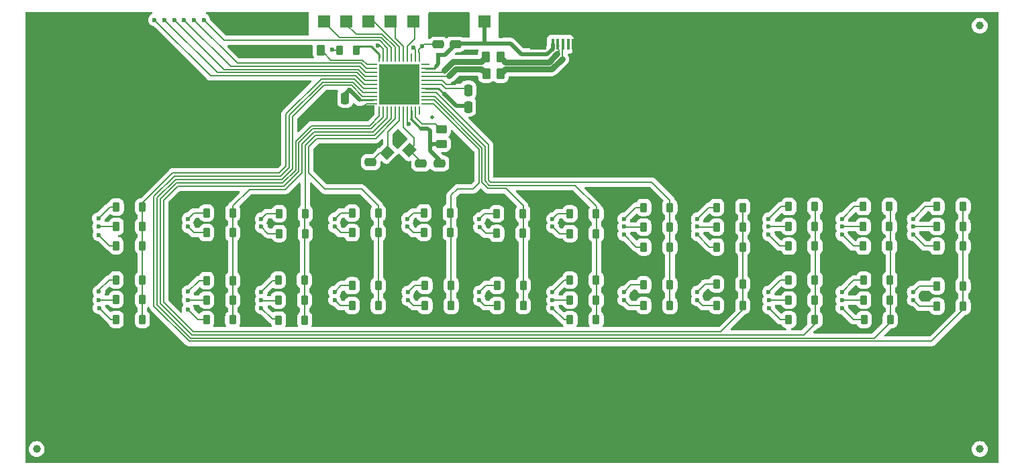
<source format=gbr>
%TF.GenerationSoftware,KiCad,Pcbnew,8.0.7*%
%TF.CreationDate,2025-01-06T21:25:13-08:00*%
%TF.ProjectId,Keyboard V1,4b657962-6f61-4726-9420-56312e6b6963,rev?*%
%TF.SameCoordinates,Original*%
%TF.FileFunction,Copper,L2,Bot*%
%TF.FilePolarity,Positive*%
%FSLAX46Y46*%
G04 Gerber Fmt 4.6, Leading zero omitted, Abs format (unit mm)*
G04 Created by KiCad (PCBNEW 8.0.7) date 2025-01-06 21:25:13*
%MOMM*%
%LPD*%
G01*
G04 APERTURE LIST*
G04 Aperture macros list*
%AMRoundRect*
0 Rectangle with rounded corners*
0 $1 Rounding radius*
0 $2 $3 $4 $5 $6 $7 $8 $9 X,Y pos of 4 corners*
0 Add a 4 corners polygon primitive as box body*
4,1,4,$2,$3,$4,$5,$6,$7,$8,$9,$2,$3,0*
0 Add four circle primitives for the rounded corners*
1,1,$1+$1,$2,$3*
1,1,$1+$1,$4,$5*
1,1,$1+$1,$6,$7*
1,1,$1+$1,$8,$9*
0 Add four rect primitives between the rounded corners*
20,1,$1+$1,$2,$3,$4,$5,0*
20,1,$1+$1,$4,$5,$6,$7,0*
20,1,$1+$1,$6,$7,$8,$9,0*
20,1,$1+$1,$8,$9,$2,$3,0*%
%AMRotRect*
0 Rectangle, with rotation*
0 The origin of the aperture is its center*
0 $1 length*
0 $2 width*
0 $3 Rotation angle, in degrees counterclockwise*
0 Add horizontal line*
21,1,$1,$2,0,0,$3*%
G04 Aperture macros list end*
%TA.AperFunction,SMDPad,CuDef*%
%ADD10C,1.000000*%
%TD*%
%TA.AperFunction,ComponentPad*%
%ADD11RoundRect,0.250000X0.550000X0.550000X-0.550000X0.550000X-0.550000X-0.550000X0.550000X-0.550000X0*%
%TD*%
%TA.AperFunction,SMDPad,CuDef*%
%ADD12RoundRect,0.225000X0.225000X0.375000X-0.225000X0.375000X-0.225000X-0.375000X0.225000X-0.375000X0*%
%TD*%
%TA.AperFunction,SMDPad,CuDef*%
%ADD13RoundRect,0.250000X-0.475000X0.250000X-0.475000X-0.250000X0.475000X-0.250000X0.475000X0.250000X0*%
%TD*%
%TA.AperFunction,SMDPad,CuDef*%
%ADD14RoundRect,0.062500X0.475000X0.062500X-0.475000X0.062500X-0.475000X-0.062500X0.475000X-0.062500X0*%
%TD*%
%TA.AperFunction,SMDPad,CuDef*%
%ADD15RoundRect,0.062500X0.062500X0.475000X-0.062500X0.475000X-0.062500X-0.475000X0.062500X-0.475000X0*%
%TD*%
%TA.AperFunction,TestPad*%
%ADD16RoundRect,0.062500X0.062500X0.475000X-0.062500X0.475000X-0.062500X-0.475000X0.062500X-0.475000X0*%
%TD*%
%TA.AperFunction,HeatsinkPad*%
%ADD17R,5.200000X5.200000*%
%TD*%
%TA.AperFunction,SMDPad,CuDef*%
%ADD18RoundRect,0.250000X-0.250000X-0.475000X0.250000X-0.475000X0.250000X0.475000X-0.250000X0.475000X0*%
%TD*%
%TA.AperFunction,SMDPad,CuDef*%
%ADD19RoundRect,0.250000X0.450000X-0.262500X0.450000X0.262500X-0.450000X0.262500X-0.450000X-0.262500X0*%
%TD*%
%TA.AperFunction,SMDPad,CuDef*%
%ADD20RotRect,1.400000X1.200000X45.000000*%
%TD*%
%TA.AperFunction,SMDPad,CuDef*%
%ADD21RoundRect,0.250000X-0.262500X-0.450000X0.262500X-0.450000X0.262500X0.450000X-0.262500X0.450000X0*%
%TD*%
%TA.AperFunction,SMDPad,CuDef*%
%ADD22RoundRect,0.250000X0.250000X0.475000X-0.250000X0.475000X-0.250000X-0.475000X0.250000X-0.475000X0*%
%TD*%
%TA.AperFunction,SMDPad,CuDef*%
%ADD23RoundRect,0.250000X0.475000X-0.250000X0.475000X0.250000X-0.475000X0.250000X-0.475000X-0.250000X0*%
%TD*%
%TA.AperFunction,SMDPad,CuDef*%
%ADD24RoundRect,0.218750X-0.218750X-0.381250X0.218750X-0.381250X0.218750X0.381250X-0.218750X0.381250X0*%
%TD*%
%TA.AperFunction,SMDPad,CuDef*%
%ADD25C,0.500000*%
%TD*%
%TA.AperFunction,SMDPad,CuDef*%
%ADD26R,0.400000X1.350000*%
%TD*%
%TA.AperFunction,SMDPad,CuDef*%
%ADD27R,2.100000X1.600000*%
%TD*%
%TA.AperFunction,SMDPad,CuDef*%
%ADD28R,1.800000X1.900000*%
%TD*%
%TA.AperFunction,SMDPad,CuDef*%
%ADD29R,1.900000X1.900000*%
%TD*%
%TA.AperFunction,ViaPad*%
%ADD30C,0.600000*%
%TD*%
%TA.AperFunction,Conductor*%
%ADD31C,0.500000*%
%TD*%
%TA.AperFunction,Conductor*%
%ADD32C,0.200000*%
%TD*%
%TA.AperFunction,Conductor*%
%ADD33C,0.250000*%
%TD*%
%TA.AperFunction,Conductor*%
%ADD34C,0.750000*%
%TD*%
%TA.AperFunction,Conductor*%
%ADD35C,0.300000*%
%TD*%
G04 APERTURE END LIST*
D10*
%TO.P,,*%
%TO.N,*%
X109130000Y-120740000D03*
%TD*%
D11*
%TO.P,+5V,1,1*%
%TO.N,+5V*%
X165640000Y-66680000D03*
%TD*%
%TO.P,GND,1,1*%
%TO.N,GND*%
X168920000Y-66680000D03*
%TD*%
%TO.P,F6,1,1*%
%TO.N,Net-(U1-PF6)*%
X145380000Y-66680000D03*
%TD*%
%TO.P,F5,1,1*%
%TO.N,Net-(U1-PF5)*%
X148170000Y-66680000D03*
%TD*%
%TO.P,F4,1,1*%
%TO.N,Net-(U1-PF4)*%
X150990000Y-66680000D03*
%TD*%
%TO.P,F1,1,1*%
%TO.N,Net-(U1-PF1)*%
X153830000Y-66680000D03*
%TD*%
%TO.P,F0,1,1*%
%TO.N,Net-(U1-PF0)*%
X156680000Y-66680000D03*
%TD*%
D12*
%TO.P,D26,1,K*%
%TO.N,COL 7*%
X189032500Y-92690000D03*
%TO.P,D26,2,A*%
%TO.N,Net-(D26-A)*%
X185732500Y-92690000D03*
%TD*%
D13*
%TO.P,C5,1*%
%TO.N,+5V*%
X159970000Y-84630001D03*
%TO.P,C5,2*%
%TO.N,GND*%
X159970000Y-86529999D03*
%TD*%
D14*
%TO.P,U1,1,PE6*%
%TO.N,unconnected-(U1-PE6-Pad1)*%
X158227500Y-72140000D03*
%TO.P,U1,2,UVCC*%
%TO.N,+5V*%
X158227500Y-72640000D03*
%TO.P,U1,3,D-*%
%TO.N,D-*%
X158227500Y-73140000D03*
%TO.P,U1,4,D+*%
%TO.N,D+*%
X158227500Y-73640000D03*
%TO.P,U1,5,UGND*%
%TO.N,GND*%
X158227500Y-74140000D03*
%TO.P,U1,6,UCAP*%
%TO.N,Net-(U1-UCAP)*%
X158227500Y-74640000D03*
%TO.P,U1,7,VBUS*%
%TO.N,+5V*%
X158227500Y-75140000D03*
%TO.P,U1,8,PB0*%
%TO.N,COL 7*%
X158227500Y-75640000D03*
%TO.P,U1,9,PB1*%
%TO.N,COL 6*%
X158227500Y-76140000D03*
%TO.P,U1,10,PB2*%
%TO.N,COL 5*%
X158227500Y-76640000D03*
%TO.P,U1,11,PB3*%
%TO.N,COL 4*%
X158227500Y-77140000D03*
D15*
%TO.P,U1,12,PB7*%
%TO.N,unconnected-(U1-PB7-Pad12)*%
X157390000Y-77977500D03*
%TO.P,U1,13,~{RESET}*%
%TO.N,Net-(U1-~{RESET})*%
X156890000Y-77977500D03*
%TO.P,U1,14,VCC*%
%TO.N,+5V*%
X156390000Y-77977500D03*
%TO.P,U1,15,GND*%
%TO.N,GND*%
X155890000Y-77977500D03*
%TO.P,U1,16,XTAL2*%
%TO.N,Net-(U1-XTAL2)*%
X155390000Y-77977500D03*
%TO.P,U1,17,XTAL1*%
%TO.N,Net-(U1-XTAL1)*%
X154890000Y-77977500D03*
%TO.P,U1,18,PD0*%
%TO.N,COL 3*%
X154390000Y-77977500D03*
%TO.P,U1,19,PD1*%
%TO.N,COL 2*%
X153890000Y-77977500D03*
%TO.P,U1,20,PD2*%
%TO.N,COL 1*%
X153390000Y-77977500D03*
%TO.P,U1,21,PD3*%
%TO.N,COL 8*%
X152890000Y-77977500D03*
%TO.P,U1,22,PD5*%
%TO.N,COL 9*%
X152390000Y-77977500D03*
D14*
%TO.P,U1,23,GND*%
%TO.N,GND*%
X151552500Y-77140000D03*
%TO.P,U1,24,AVCC*%
%TO.N,+5V*%
X151552500Y-76640000D03*
%TO.P,U1,25,PD4*%
%TO.N,COL 10*%
X151552500Y-76140000D03*
%TO.P,U1,26,PD6*%
%TO.N,COL 11*%
X151552500Y-75640000D03*
%TO.P,U1,27,PD7*%
%TO.N,COL 0*%
X151552500Y-75140000D03*
%TO.P,U1,28,PB4*%
%TO.N,ROW 0*%
X151552500Y-74640000D03*
%TO.P,U1,29,PB5*%
%TO.N,ROW 2*%
X151552500Y-74140000D03*
%TO.P,U1,30,PB6*%
%TO.N,ROW 1*%
X151552500Y-73640000D03*
%TO.P,U1,31,PC6*%
%TO.N,ROW 3*%
X151552500Y-73140000D03*
%TO.P,U1,32,PC7*%
%TO.N,ROW 4*%
X151552500Y-72640000D03*
%TO.P,U1,33,~{HWB}/PE2*%
%TO.N,Net-(U1-~{HWB}{slash}PE2)*%
X151552500Y-72140000D03*
D15*
%TO.P,U1,34,VCC*%
%TO.N,Net-(L1-Pad2)*%
X152390000Y-71302500D03*
%TO.P,U1,35,GND*%
%TO.N,GND*%
X152890000Y-71302500D03*
%TO.P,U1,36,PF7*%
%TO.N,ROW 5*%
X153390000Y-71302500D03*
%TO.P,U1,37,PF6*%
%TO.N,Net-(U1-PF6)*%
X153890000Y-71302500D03*
%TO.P,U1,38,PF5*%
%TO.N,Net-(U1-PF5)*%
X154390000Y-71302500D03*
%TO.P,U1,39,PF4*%
%TO.N,Net-(U1-PF4)*%
X154890000Y-71302500D03*
%TO.P,U1,40,PF1*%
%TO.N,Net-(U1-PF1)*%
X155390000Y-71302500D03*
D16*
%TO.P,U1,41,PF0*%
%TO.N,Net-(U1-PF0)*%
X155890000Y-71302500D03*
D15*
%TO.P,U1,42,AREF*%
%TO.N,unconnected-(U1-AREF-Pad42)*%
X156390000Y-71302500D03*
%TO.P,U1,43,GND*%
%TO.N,GND*%
X156890000Y-71302500D03*
%TO.P,U1,44,AVCC*%
%TO.N,Net-(C8-Pad2)*%
X157390000Y-71302500D03*
D17*
%TO.P,U1,45,GND*%
%TO.N,GND*%
X154890000Y-74640000D03*
%TD*%
D12*
%TO.P,D36,1,K*%
%TO.N,COL 5*%
X170532500Y-100045000D03*
%TO.P,D36,2,A*%
%TO.N,Net-(D36-A)*%
X167232500Y-100045000D03*
%TD*%
%TO.P,D39,1,K*%
%TO.N,COL 8*%
X198232500Y-99895000D03*
%TO.P,D39,2,A*%
%TO.N,Net-(D39-A)*%
X194932500Y-99895000D03*
%TD*%
D18*
%TO.P,C6,1*%
%TO.N,+5V*%
X163580001Y-77500000D03*
%TO.P,C6,2*%
%TO.N,GND*%
X165479999Y-77500000D03*
%TD*%
D12*
%TO.P,D28,1,K*%
%TO.N,COL 9*%
X207332500Y-92590000D03*
%TO.P,D28,2,A*%
%TO.N,Net-(D28-A)*%
X204032500Y-92590000D03*
%TD*%
%TO.P,D47,1,K*%
%TO.N,COL 4*%
X161432500Y-102590000D03*
%TO.P,D47,2,A*%
%TO.N,Net-(D47-A)*%
X158132500Y-102590000D03*
%TD*%
%TO.P,D14,1,K*%
%TO.N,COL 7*%
X189032500Y-90190000D03*
%TO.P,D14,2,A*%
%TO.N,Net-(D14-A)*%
X185732500Y-90190000D03*
%TD*%
%TO.P,D60,1,K*%
%TO.N,COL 11*%
X226032500Y-102690000D03*
%TO.P,D60,2,A*%
%TO.N,Net-(D60-A)*%
X222732500Y-102690000D03*
%TD*%
%TO.P,D2,1,K*%
%TO.N,COL 7*%
X189032500Y-95190000D03*
%TO.P,D2,2,A*%
%TO.N,Net-(D2-A)*%
X185732500Y-95190000D03*
%TD*%
%TO.P,D43,1,K*%
%TO.N,COL 0*%
X122460000Y-101850000D03*
%TO.P,D43,2,A*%
%TO.N,Net-(D43-A)*%
X119160000Y-101850000D03*
%TD*%
D19*
%TO.P,RC3,1*%
%TO.N,+5V*%
X160190000Y-82180000D03*
%TO.P,RC3,2*%
%TO.N,Net-(U1-~{RESET})*%
X160190000Y-80355000D03*
%TD*%
D20*
%TO.P,Y1,1,1*%
%TO.N,Net-(U1-XTAL1)*%
X153361142Y-83276777D03*
%TO.P,Y1,2,2*%
%TO.N,GND*%
X154916777Y-81721142D03*
%TO.P,Y1,3,3*%
%TO.N,Net-(U1-XTAL2)*%
X156118858Y-82923223D03*
%TO.P,Y1,4,4*%
%TO.N,GND*%
X154563223Y-84478858D03*
%TD*%
D12*
%TO.P,D24,1,K*%
%TO.N,COL 5*%
X170480000Y-91010000D03*
%TO.P,D24,2,A*%
%TO.N,Net-(D24-A)*%
X167180000Y-91010000D03*
%TD*%
%TO.P,D40,1,K*%
%TO.N,COL 9*%
X207332500Y-99395000D03*
%TO.P,D40,2,A*%
%TO.N,Net-(D40-A)*%
X204032500Y-99395000D03*
%TD*%
%TO.P,D25,1,K*%
%TO.N,COL 6*%
X179732500Y-93490000D03*
%TO.P,D25,2,A*%
%TO.N,Net-(D25-A)*%
X176432500Y-93490000D03*
%TD*%
%TO.P,D11,1,K*%
%TO.N,COL 4*%
X161312500Y-93380000D03*
%TO.P,D11,2,A*%
%TO.N,Net-(D11-A)*%
X158012500Y-93380000D03*
%TD*%
D13*
%TO.P,C3,1*%
%TO.N,Net-(U1-XTAL1)*%
X151280000Y-84470000D03*
%TO.P,C3,2*%
%TO.N,GND*%
X151280000Y-86370000D03*
%TD*%
D12*
%TO.P,D34,1,K*%
%TO.N,COL 3*%
X152232500Y-100090000D03*
%TO.P,D34,2,A*%
%TO.N,Net-(D34-A)*%
X148932500Y-100090000D03*
%TD*%
%TO.P,D49,1,K*%
%TO.N,COL 6*%
X179732500Y-104390000D03*
%TO.P,D49,2,A*%
%TO.N,Net-(D49-A)*%
X176432500Y-104390000D03*
%TD*%
%TO.P,D57,1,K*%
%TO.N,COL 6*%
X179732500Y-101890000D03*
%TO.P,D57,2,A*%
%TO.N,Net-(D57-A)*%
X176432500Y-101890000D03*
%TD*%
%TO.P,D42,1,K*%
%TO.N,COL 11*%
X226032500Y-100100000D03*
%TO.P,D42,2,A*%
%TO.N,Net-(D42-A)*%
X222732500Y-100100000D03*
%TD*%
%TO.P,D52,1,K*%
%TO.N,COL 9*%
X207332500Y-104390000D03*
%TO.P,D52,2,A*%
%TO.N,Net-(D52-A)*%
X204032500Y-104390000D03*
%TD*%
%TO.P,D51,1,K*%
%TO.N,COL 8*%
X198232500Y-102590000D03*
%TO.P,D51,2,A*%
%TO.N,Net-(D51-A)*%
X194932500Y-102590000D03*
%TD*%
%TO.P,D19,1,K*%
%TO.N,COL 0*%
X122460000Y-95030000D03*
%TO.P,D19,2,A*%
%TO.N,Net-(D19-A)*%
X119160000Y-95030000D03*
%TD*%
%TO.P,D30,1,K*%
%TO.N,COL 11*%
X226032500Y-92590000D03*
%TO.P,D30,2,A*%
%TO.N,Net-(D30-A)*%
X222732500Y-92590000D03*
%TD*%
%TO.P,D3,1,K*%
%TO.N,COL 8*%
X198232500Y-95190000D03*
%TO.P,D3,2,A*%
%TO.N,Net-(D3-A)*%
X194932500Y-95190000D03*
%TD*%
%TO.P,D53,1,K*%
%TO.N,COL 10*%
X216832500Y-104380000D03*
%TO.P,D53,2,A*%
%TO.N,Net-(D53-A)*%
X213532500Y-104380000D03*
%TD*%
%TO.P,D5,1,K*%
%TO.N,COL 10*%
X216732500Y-95090000D03*
%TO.P,D5,2,A*%
%TO.N,Net-(D5-A)*%
X213432500Y-95090000D03*
%TD*%
D13*
%TO.P,C8,1*%
%TO.N,GND*%
X159810000Y-67710001D03*
%TO.P,C8,2*%
%TO.N,Net-(C8-Pad2)*%
X159810000Y-69609999D03*
%TD*%
D12*
%TO.P,D15,1,K*%
%TO.N,COL 8*%
X198232500Y-90190000D03*
%TO.P,D15,2,A*%
%TO.N,Net-(D15-A)*%
X194932500Y-90190000D03*
%TD*%
%TO.P,D54,1,K*%
%TO.N,COL 0*%
X122470000Y-104350000D03*
%TO.P,D54,2,A*%
%TO.N,Net-(D54-A)*%
X119170000Y-104350000D03*
%TD*%
%TO.P,D29,1,K*%
%TO.N,COL 10*%
X216732500Y-92590000D03*
%TO.P,D29,2,A*%
%TO.N,Net-(D29-A)*%
X213432500Y-92590000D03*
%TD*%
%TO.P,D41,1,K*%
%TO.N,COL 10*%
X216795000Y-99390000D03*
%TO.P,D41,2,A*%
%TO.N,Net-(D41-A)*%
X213495000Y-99390000D03*
%TD*%
%TO.P,D58,1,K*%
%TO.N,COL 9*%
X207332500Y-101890000D03*
%TO.P,D58,2,A*%
%TO.N,Net-(D58-A)*%
X204032500Y-101890000D03*
%TD*%
%TO.P,D31,1,K*%
%TO.N,COL 0*%
X122460000Y-99350000D03*
%TO.P,D31,2,A*%
%TO.N,Net-(D31-A)*%
X119160000Y-99350000D03*
%TD*%
D21*
%TO.P,RC1,1*%
%TO.N,D-*%
X165827500Y-71210000D03*
%TO.P,RC1,2*%
X167652500Y-71210000D03*
%TD*%
D12*
%TO.P,D13,1,K*%
%TO.N,COL 6*%
X179732500Y-90990000D03*
%TO.P,D13,2,A*%
%TO.N,Net-(D13-A)*%
X176432500Y-90990000D03*
%TD*%
%TO.P,D7,1,K*%
%TO.N,COL 0*%
X122480000Y-92590000D03*
%TO.P,D7,2,A*%
%TO.N,Net-(D7-A)*%
X119180000Y-92590000D03*
%TD*%
%TO.P,D56,1,K*%
%TO.N,COL 2*%
X142940000Y-101915000D03*
%TO.P,D56,2,A*%
%TO.N,Net-(D56-A)*%
X139640000Y-101915000D03*
%TD*%
%TO.P,D33,1,K*%
%TO.N,COL 2*%
X142915000Y-99390000D03*
%TO.P,D33,2,A*%
%TO.N,Net-(D33-A)*%
X139615000Y-99390000D03*
%TD*%
%TO.P,D37,1,K*%
%TO.N,COL 6*%
X179732500Y-99390000D03*
%TO.P,D37,2,A*%
%TO.N,Net-(D37-A)*%
X176432500Y-99390000D03*
%TD*%
%TO.P,D8,1,K*%
%TO.N,COL 1*%
X133882500Y-90890000D03*
%TO.P,D8,2,A*%
%TO.N,Net-(D8-A)*%
X130582500Y-90890000D03*
%TD*%
%TO.P,D12,1,K*%
%TO.N,COL 5*%
X170490000Y-93480000D03*
%TO.P,D12,2,A*%
%TO.N,Net-(D12-A)*%
X167190000Y-93480000D03*
%TD*%
%TO.P,D48,1,K*%
%TO.N,COL 5*%
X170532500Y-102590000D03*
%TO.P,D48,2,A*%
%TO.N,Net-(D48-A)*%
X167232500Y-102590000D03*
%TD*%
%TO.P,D21,1,K*%
%TO.N,COL 2*%
X143032500Y-93490000D03*
%TO.P,D21,2,A*%
%TO.N,Net-(D21-A)*%
X139732500Y-93490000D03*
%TD*%
%TO.P,D50,1,K*%
%TO.N,COL 7*%
X189032500Y-102590000D03*
%TO.P,D50,2,A*%
%TO.N,Net-(D50-A)*%
X185732500Y-102590000D03*
%TD*%
%TO.P,D35,1,K*%
%TO.N,COL 4*%
X161432500Y-100040000D03*
%TO.P,D35,2,A*%
%TO.N,Net-(D35-A)*%
X158132500Y-100040000D03*
%TD*%
%TO.P,D16,1,K*%
%TO.N,COL 9*%
X207332500Y-90090000D03*
%TO.P,D16,2,A*%
%TO.N,Net-(D16-A)*%
X204032500Y-90090000D03*
%TD*%
%TO.P,D59,1,K*%
%TO.N,COL 10*%
X216795000Y-101890000D03*
%TO.P,D59,2,A*%
%TO.N,Net-(D59-A)*%
X213495000Y-101890000D03*
%TD*%
%TO.P,D27,1,K*%
%TO.N,COL 8*%
X198232500Y-92690000D03*
%TO.P,D27,2,A*%
%TO.N,Net-(D27-A)*%
X194932500Y-92690000D03*
%TD*%
%TO.P,D32,1,K*%
%TO.N,COL 1*%
X133870000Y-99430000D03*
%TO.P,D32,2,A*%
%TO.N,Net-(D32-A)*%
X130570000Y-99430000D03*
%TD*%
%TO.P,D20,1,K*%
%TO.N,COL 1*%
X133882500Y-93390000D03*
%TO.P,D20,2,A*%
%TO.N,Net-(D20-A)*%
X130582500Y-93390000D03*
%TD*%
D13*
%TO.P,C4,1*%
%TO.N,Net-(U1-XTAL2)*%
X157620000Y-84640001D03*
%TO.P,C4,2*%
%TO.N,GND*%
X157620000Y-86539999D03*
%TD*%
D12*
%TO.P,D22,1,K*%
%TO.N,COL 3*%
X152232500Y-93390000D03*
%TO.P,D22,2,A*%
%TO.N,Net-(D22-A)*%
X148932500Y-93390000D03*
%TD*%
%TO.P,D45,1,K*%
%TO.N,COL 2*%
X142965000Y-104415000D03*
%TO.P,D45,2,A*%
%TO.N,Net-(D45-A)*%
X139665000Y-104415000D03*
%TD*%
%TO.P,D9,1,K*%
%TO.N,COL 2*%
X143032500Y-90980000D03*
%TO.P,D9,2,A*%
%TO.N,Net-(D9-A)*%
X139732500Y-90980000D03*
%TD*%
%TO.P,D55,1,K*%
%TO.N,COL 1*%
X133882500Y-101890000D03*
%TO.P,D55,2,A*%
%TO.N,Net-(D55-A)*%
X130582500Y-101890000D03*
%TD*%
D22*
%TO.P,C2,1*%
%TO.N,+5V*%
X148064999Y-76390000D03*
%TO.P,C2,2*%
%TO.N,GND*%
X146165001Y-76390000D03*
%TD*%
D12*
%TO.P,D17,1,K*%
%TO.N,COL 10*%
X216732500Y-90090000D03*
%TO.P,D17,2,A*%
%TO.N,Net-(D17-A)*%
X213432500Y-90090000D03*
%TD*%
%TO.P,D46,1,K*%
%TO.N,COL 3*%
X152232500Y-102590000D03*
%TO.P,D46,2,A*%
%TO.N,Net-(D46-A)*%
X148932500Y-102590000D03*
%TD*%
D23*
%TO.P,C1,1*%
%TO.N,+5V*%
X161960000Y-69599999D03*
%TO.P,C1,2*%
%TO.N,GND*%
X161960000Y-67700001D03*
%TD*%
D12*
%TO.P,D38,1,K*%
%TO.N,COL 7*%
X189032500Y-99995000D03*
%TO.P,D38,2,A*%
%TO.N,Net-(D38-A)*%
X185732500Y-99995000D03*
%TD*%
%TO.P,D4,1,K*%
%TO.N,COL 9*%
X207332500Y-95090000D03*
%TO.P,D4,2,A*%
%TO.N,Net-(D4-A)*%
X204032500Y-95090000D03*
%TD*%
D21*
%TO.P,RC4,1*%
%TO.N,GND*%
X143177500Y-70315000D03*
%TO.P,RC4,2*%
%TO.N,Net-(U1-~{HWB}{slash}PE2)*%
X145002500Y-70315000D03*
%TD*%
D12*
%TO.P,D10,1,K*%
%TO.N,COL 3*%
X152232500Y-90890000D03*
%TO.P,D10,2,A*%
%TO.N,Net-(D10-A)*%
X148932500Y-90890000D03*
%TD*%
%TO.P,D1,1,K*%
%TO.N,COL 0*%
X122490000Y-90140000D03*
%TO.P,D1,2,A*%
%TO.N,Net-(D1-A)*%
X119190000Y-90140000D03*
%TD*%
D24*
%TO.P,L1,1*%
%TO.N,Net-(C8-Pad2)*%
X147352500Y-70340000D03*
%TO.P,L1,2*%
%TO.N,Net-(L1-Pad2)*%
X149477500Y-70340000D03*
%TD*%
D12*
%TO.P,D18,1,K*%
%TO.N,COL 11*%
X226032500Y-90090000D03*
%TO.P,D18,2,A*%
%TO.N,Net-(D18-A)*%
X222732500Y-90090000D03*
%TD*%
D18*
%TO.P,C7,1*%
%TO.N,Net-(U1-UCAP)*%
X163590000Y-75410000D03*
%TO.P,C7,2*%
%TO.N,GND*%
X165490000Y-75410000D03*
%TD*%
D21*
%TO.P,RC2,1*%
%TO.N,D+*%
X165857500Y-73300000D03*
%TO.P,RC2,2*%
X167682500Y-73300000D03*
%TD*%
D12*
%TO.P,D6,1,K*%
%TO.N,COL 11*%
X226032500Y-95090000D03*
%TO.P,D6,2,A*%
%TO.N,Net-(D6-A)*%
X222732500Y-95090000D03*
%TD*%
%TO.P,D23,1,K*%
%TO.N,COL 4*%
X161312500Y-90880000D03*
%TO.P,D23,2,A*%
%TO.N,Net-(D23-A)*%
X158012500Y-90880000D03*
%TD*%
%TO.P,D44,1,K*%
%TO.N,COL 1*%
X133862500Y-104390000D03*
%TO.P,D44,2,A*%
%TO.N,Net-(D44-A)*%
X130562500Y-104390000D03*
%TD*%
D25*
%TO.P,REF,*%
%TO.N,*%
X159015000Y-78765000D03*
%TD*%
D10*
%TO.P,REF,*%
%TO.N,*%
X228130000Y-67240000D03*
%TD*%
D26*
%TO.P,J2,1,VBUS*%
%TO.N,+5V*%
X174240000Y-69585000D03*
%TO.P,J2,2,D-*%
%TO.N,D-*%
X174890000Y-69585000D03*
%TO.P,J2,3,D+*%
%TO.N,D+*%
X175540000Y-69585000D03*
%TO.P,J2,4,ID*%
%TO.N,unconnected-(J2-ID-Pad4)*%
X176190000Y-69585000D03*
%TO.P,J2,5,GND*%
%TO.N,GND*%
X176840000Y-69585000D03*
D27*
%TO.P,J2,S1*%
X172440000Y-69460000D03*
%TO.P,J2,S2*%
X178640000Y-69460000D03*
D28*
%TO.P,J2,S3*%
X171740000Y-66910000D03*
D29*
%TO.P,J2,S4*%
X174340000Y-66910000D03*
%TO.P,J2,S5*%
X176740000Y-66910000D03*
D28*
%TO.P,J2,S6*%
X179340000Y-66910000D03*
%TD*%
D10*
%TO.P,,*%
%TO.N,*%
X228130000Y-120740000D03*
%TD*%
D30*
%TO.N,GND*%
X166780000Y-75230000D03*
X215280000Y-93830000D03*
X215860000Y-88140000D03*
X206730000Y-87960000D03*
X195470000Y-88110000D03*
X186210000Y-88300000D03*
X170150000Y-88280000D03*
X149690000Y-101320000D03*
X123590000Y-68890000D03*
X112940000Y-106840000D03*
X112920000Y-88610000D03*
X112930000Y-79050000D03*
X140670000Y-88880000D03*
X131780000Y-88620000D03*
X144760000Y-84090000D03*
X131740000Y-84100000D03*
X122410000Y-84100000D03*
X136060000Y-97330000D03*
X161970000Y-66230000D03*
X138920000Y-78960000D03*
X145765000Y-77915000D03*
X159920000Y-66270000D03*
X172232500Y-92980000D03*
X131830000Y-92120000D03*
X209112500Y-103920000D03*
X153000000Y-72700000D03*
X156990000Y-72530000D03*
X155730000Y-75760000D03*
X187410000Y-82430000D03*
X128860000Y-73640000D03*
X196460000Y-82470000D03*
X156690000Y-70030000D03*
X144502500Y-93140000D03*
X154470000Y-72650000D03*
X154490000Y-73840000D03*
X170320000Y-68610000D03*
X120830000Y-97280000D03*
X177250000Y-71050000D03*
X167760000Y-68580000D03*
X153802500Y-92100000D03*
X153060000Y-73910000D03*
X153940000Y-74970000D03*
X152169363Y-69710637D03*
X122380000Y-79000000D03*
X215820000Y-82310000D03*
X149692500Y-97290000D03*
X170860000Y-83380000D03*
X162280000Y-74330000D03*
X163590000Y-82930000D03*
X134960000Y-79660000D03*
X163340000Y-70560000D03*
X199860000Y-102580000D03*
X156060000Y-79680000D03*
X149790000Y-78365000D03*
X141740000Y-70240000D03*
X156990000Y-73380000D03*
X131920000Y-66510000D03*
X205690000Y-82410000D03*
X180980000Y-66090000D03*
X154450000Y-76730000D03*
X180840000Y-68560000D03*
X143900000Y-100770000D03*
X153230000Y-75790000D03*
%TO.N,+5V*%
X160550000Y-75830000D03*
X148612500Y-75365000D03*
X158760000Y-82480000D03*
X159840000Y-70920000D03*
%TO.N,Net-(D1-A)*%
X116932500Y-91610000D03*
%TO.N,Net-(D2-A)*%
X183232500Y-93640000D03*
%TO.N,Net-(D3-A)*%
X192482500Y-93640000D03*
%TO.N,Net-(D4-A)*%
X201482500Y-93640000D03*
%TO.N,Net-(D5-A)*%
X210732500Y-93640000D03*
%TO.N,Net-(D6-A)*%
X219732500Y-93640000D03*
%TO.N,Net-(D7-A)*%
X116952500Y-92610000D03*
%TO.N,Net-(D8-A)*%
X128232500Y-91640000D03*
%TO.N,Net-(D9-A)*%
X137482500Y-91640000D03*
%TO.N,Net-(D10-A)*%
X146732500Y-91640000D03*
%TO.N,Net-(D11-A)*%
X155912500Y-92630000D03*
%TO.N,Net-(D12-A)*%
X165022500Y-92710000D03*
%TO.N,Net-(D13-A)*%
X174232500Y-91640000D03*
%TO.N,Net-(D14-A)*%
X183232500Y-91640000D03*
%TO.N,Net-(D16-A)*%
X201482500Y-91640000D03*
%TO.N,Net-(D17-A)*%
X210732500Y-91640000D03*
%TO.N,Net-(D18-A)*%
X219732500Y-91640000D03*
%TO.N,Net-(D19-A)*%
X116982500Y-93670000D03*
%TO.N,Net-(D20-A)*%
X128232500Y-92640000D03*
%TO.N,Net-(D21-A)*%
X137482500Y-92640000D03*
%TO.N,Net-(D22-A)*%
X146732500Y-92640000D03*
%TO.N,Net-(D23-A)*%
X155912500Y-91630000D03*
%TO.N,Net-(D24-A)*%
X165002500Y-91630000D03*
%TO.N,Net-(D25-A)*%
X174232500Y-92640000D03*
%TO.N,Net-(D26-A)*%
X183232500Y-92640000D03*
%TO.N,Net-(D27-A)*%
X192482500Y-92640000D03*
%TO.N,Net-(D28-A)*%
X201482500Y-92640000D03*
%TO.N,Net-(D29-A)*%
X210732500Y-92640000D03*
%TO.N,Net-(D30-A)*%
X219732500Y-92640000D03*
%TO.N,Net-(D31-A)*%
X116980000Y-100840000D03*
%TO.N,Net-(D32-A)*%
X128220000Y-100840000D03*
%TO.N,Net-(D33-A)*%
X137482500Y-100890000D03*
%TO.N,Net-(D34-A)*%
X146732500Y-100890000D03*
%TO.N,Net-(D35-A)*%
X155982500Y-100890000D03*
%TO.N,Net-(D36-A)*%
X164982500Y-100890000D03*
%TO.N,Net-(D37-A)*%
X174232500Y-100890000D03*
%TO.N,Net-(D38-A)*%
X183232500Y-100890000D03*
%TO.N,Net-(D39-A)*%
X192482500Y-100890000D03*
%TO.N,Net-(D40-A)*%
X201482500Y-100890000D03*
%TO.N,Net-(D41-A)*%
X210732500Y-100890000D03*
%TO.N,Net-(D42-A)*%
X219732500Y-100890000D03*
%TO.N,Net-(D43-A)*%
X116990000Y-101900000D03*
%TO.N,Net-(D44-A)*%
X128220000Y-103080000D03*
%TO.N,Net-(D45-A)*%
X137482500Y-102890000D03*
%TO.N,Net-(D46-A)*%
X146732500Y-101890000D03*
%TO.N,Net-(D47-A)*%
X155982500Y-101890000D03*
%TO.N,Net-(D48-A)*%
X164982500Y-101890000D03*
%TO.N,Net-(D49-A)*%
X174232500Y-102890000D03*
%TO.N,Net-(D50-A)*%
X183232500Y-101890000D03*
%TO.N,Net-(D51-A)*%
X192482500Y-101890000D03*
%TO.N,Net-(D52-A)*%
X201508444Y-102890000D03*
%TO.N,Net-(D53-A)*%
X210732500Y-102890000D03*
%TO.N,Net-(D54-A)*%
X117020000Y-102890000D03*
%TO.N,Net-(D55-A)*%
X128230000Y-101900000D03*
%TO.N,Net-(D56-A)*%
X137482500Y-101890000D03*
%TO.N,Net-(D57-A)*%
X174232500Y-101890000D03*
%TO.N,Net-(D58-A)*%
X201508444Y-101925520D03*
%TO.N,Net-(D60-A)*%
X219732500Y-101890000D03*
%TO.N,ROW 0*%
X124000000Y-66500000D03*
%TO.N,ROW 1*%
X126500000Y-66500000D03*
%TO.N,ROW 2*%
X125250000Y-66500000D03*
%TO.N,ROW 3*%
X127750000Y-66500000D03*
%TO.N,ROW 4*%
X129000000Y-66500000D03*
%TO.N,ROW 5*%
X130240000Y-66500000D03*
%TO.N,Net-(C8-Pad2)*%
X157730000Y-69860000D03*
X146390000Y-70240000D03*
%TO.N,Net-(D59-A)*%
X210732500Y-101890000D03*
%TO.N,Net-(D15-A)*%
X192482500Y-91640000D03*
%TO.N,GND*%
X199900000Y-111490000D03*
%TD*%
D31*
%TO.N,+5V*%
X174240000Y-70160000D02*
X174240000Y-69585000D01*
X173530000Y-70870000D02*
X174240000Y-70160000D01*
X170300000Y-70870000D02*
X173530000Y-70870000D01*
X162059999Y-69500000D02*
X168930000Y-69500000D01*
X161960000Y-69599999D02*
X162059999Y-69500000D01*
X168930000Y-69500000D02*
X170300000Y-70870000D01*
X165640000Y-69440000D02*
X165640000Y-66520000D01*
X165640000Y-66520000D02*
X165780000Y-66380000D01*
X165700000Y-69500000D02*
X165640000Y-69440000D01*
D32*
%TO.N,COL 8*%
X198232500Y-103137500D02*
X198232500Y-90190000D01*
X128865000Y-105915000D02*
X195455000Y-105915000D01*
X125140000Y-102190000D02*
X128865000Y-105915000D01*
X125140000Y-89290000D02*
X125140000Y-102190000D01*
X142220000Y-85652744D02*
X140352744Y-87520000D01*
X142220000Y-82041629D02*
X142220000Y-85652744D01*
X143981629Y-80280000D02*
X142220000Y-82041629D01*
X140352744Y-87520000D02*
X126910000Y-87520000D01*
X195455000Y-105915000D02*
X198232500Y-103137500D01*
X151370000Y-80280000D02*
X143981629Y-80280000D01*
X126910000Y-87520000D02*
X125140000Y-89290000D01*
X152890000Y-78760000D02*
X151370000Y-80280000D01*
X152890000Y-77977500D02*
X152890000Y-78760000D01*
%TO.N,COL 9*%
X207350000Y-90107500D02*
X207332500Y-90090000D01*
X205905000Y-106315000D02*
X207350000Y-104870000D01*
X207350000Y-104870000D02*
X207350000Y-90107500D01*
X128699314Y-106315000D02*
X205905000Y-106315000D01*
X124740000Y-102355686D02*
X128699314Y-106315000D01*
X126744314Y-87120000D02*
X124740000Y-89124314D01*
X141820000Y-81875943D02*
X141820000Y-85487058D01*
X141820000Y-85487058D02*
X140187058Y-87120000D01*
X151180000Y-79880000D02*
X143815943Y-79880000D01*
X152390000Y-78670000D02*
X151180000Y-79880000D01*
X124740000Y-89124314D02*
X124740000Y-102355686D01*
X143815943Y-79880000D02*
X141820000Y-81875943D01*
X140187058Y-87120000D02*
X126744314Y-87120000D01*
X152390000Y-77977500D02*
X152390000Y-78670000D01*
%TO.N,COL 10*%
X216850000Y-104670000D02*
X216850000Y-90207500D01*
X214805000Y-106715000D02*
X216850000Y-104670000D01*
X128533628Y-106715000D02*
X214805000Y-106715000D01*
X216850000Y-90207500D02*
X216732500Y-90090000D01*
X124340000Y-102521372D02*
X128533628Y-106715000D01*
X126658628Y-86640000D02*
X124340000Y-88958628D01*
X124340000Y-88958628D02*
X124340000Y-102521372D01*
X140101372Y-86640000D02*
X126658628Y-86640000D01*
X141420000Y-85321372D02*
X140101372Y-86640000D01*
X141420000Y-78721372D02*
X141420000Y-85321372D01*
X150270198Y-76140000D02*
X148895198Y-74765000D01*
X148895198Y-74765000D02*
X145376372Y-74765000D01*
X145376372Y-74765000D02*
X141420000Y-78721372D01*
X151552500Y-76140000D02*
X150270198Y-76140000D01*
%TO.N,COL 11*%
X226050000Y-90107500D02*
X226032500Y-90090000D01*
X226050000Y-103120000D02*
X226050000Y-90107500D01*
X128367942Y-107115000D02*
X222055000Y-107115000D01*
X222055000Y-107115000D02*
X226050000Y-103120000D01*
X123940000Y-102687058D02*
X128367942Y-107115000D01*
X123940000Y-88792942D02*
X123940000Y-102687058D01*
X141020000Y-78555686D02*
X141020000Y-85155686D01*
X145210686Y-74365000D02*
X141020000Y-78555686D01*
X139935686Y-86240000D02*
X126492942Y-86240000D01*
X126492942Y-86240000D02*
X123940000Y-88792942D01*
X141020000Y-85155686D02*
X139935686Y-86240000D01*
X149060884Y-74365000D02*
X145210686Y-74365000D01*
X150335884Y-75640000D02*
X149060884Y-74365000D01*
X151552500Y-75640000D02*
X150335884Y-75640000D01*
%TO.N,GND*%
X150730000Y-77140000D02*
X151552500Y-77140000D01*
X149790000Y-78080000D02*
X150730000Y-77140000D01*
X149790000Y-78365000D02*
X149790000Y-78080000D01*
D31*
%TO.N,+5V*%
X148064999Y-75912501D02*
X148064999Y-76390000D01*
X148612500Y-75365000D02*
X148064999Y-75912501D01*
X148612500Y-75365000D02*
X149887500Y-76640000D01*
D33*
X149887500Y-76640000D02*
X151552500Y-76640000D01*
D32*
%TO.N,COL 0*%
X150401570Y-75140000D02*
X151552500Y-75140000D01*
X149226570Y-73965000D02*
X150401570Y-75140000D01*
X140620000Y-78390000D02*
X145045000Y-73965000D01*
X145045000Y-73965000D02*
X149226570Y-73965000D01*
X140620000Y-84990000D02*
X140620000Y-78390000D01*
X139770000Y-85840000D02*
X140620000Y-84990000D01*
X122490000Y-89660000D02*
X126310000Y-85840000D01*
X126310000Y-85840000D02*
X139770000Y-85840000D01*
X122490000Y-90140000D02*
X122490000Y-89660000D01*
%TO.N,ROW 0*%
X131065000Y-73565000D02*
X124000000Y-66500000D01*
X149392256Y-73565000D02*
X131065000Y-73565000D01*
X150467256Y-74640000D02*
X149392256Y-73565000D01*
X151552500Y-74640000D02*
X150467256Y-74640000D01*
%TO.N,ROW 2*%
X149557942Y-73165000D02*
X131915000Y-73165000D01*
X150532942Y-74140000D02*
X149557942Y-73165000D01*
X131915000Y-73165000D02*
X125250000Y-66500000D01*
X151552500Y-74140000D02*
X150532942Y-74140000D01*
%TO.N,ROW 1*%
X132765000Y-72765000D02*
X126500000Y-66500000D01*
X149723628Y-72765000D02*
X132765000Y-72765000D01*
X151552500Y-73640000D02*
X150598628Y-73640000D01*
X150598628Y-73640000D02*
X149723628Y-72765000D01*
%TO.N,ROW 3*%
X133615000Y-72365000D02*
X127750000Y-66500000D01*
X149889314Y-72365000D02*
X133615000Y-72365000D01*
X150664314Y-73140000D02*
X149889314Y-72365000D01*
X151552500Y-73140000D02*
X150664314Y-73140000D01*
%TO.N,ROW 4*%
X150730000Y-72640000D02*
X151552500Y-72640000D01*
X150055000Y-71965000D02*
X150730000Y-72640000D01*
X134465000Y-71965000D02*
X150055000Y-71965000D01*
X129000000Y-66500000D02*
X134465000Y-71965000D01*
%TO.N,Net-(U1-~{HWB}{slash}PE2)*%
X150220686Y-71565000D02*
X146287500Y-71565000D01*
X150795686Y-72140000D02*
X150220686Y-71565000D01*
X151552500Y-72140000D02*
X150795686Y-72140000D01*
X146287500Y-71565000D02*
X145332500Y-70610000D01*
%TO.N,Net-(C8-Pad2)*%
X146490000Y-70340000D02*
X147352500Y-70340000D01*
X146390000Y-70240000D02*
X146490000Y-70340000D01*
D33*
%TO.N,Net-(L1-Pad2)*%
X151340000Y-69790000D02*
X152390000Y-70840000D01*
X149927500Y-69790000D02*
X151340000Y-69790000D01*
X152390000Y-70840000D02*
X152390000Y-71302500D01*
X149477500Y-70240000D02*
X149927500Y-69790000D01*
D32*
%TO.N,GND*%
X152890000Y-70148430D02*
X152890000Y-71302500D01*
X152452207Y-69710637D02*
X152890000Y-70148430D01*
X152169363Y-69710637D02*
X152452207Y-69710637D01*
%TO.N,ROW 5*%
X152397256Y-69090000D02*
X153390000Y-70082744D01*
X132830000Y-69090000D02*
X152397256Y-69090000D01*
X130240000Y-66500000D02*
X132830000Y-69090000D01*
X153390000Y-70082744D02*
X153390000Y-71302500D01*
%TO.N,Net-(U1-PF6)*%
X147350000Y-68690000D02*
X145230000Y-66570000D01*
X152562942Y-68690000D02*
X147350000Y-68690000D01*
X153890000Y-70017058D02*
X152562942Y-68690000D01*
X153890000Y-71302500D02*
X153890000Y-70017058D01*
%TO.N,Net-(U1-PF5)*%
X154390000Y-69951372D02*
X154390000Y-71302500D01*
X152728628Y-68290000D02*
X154390000Y-69951372D01*
X148150000Y-67000000D02*
X149440000Y-68290000D01*
X149440000Y-68290000D02*
X152728628Y-68290000D01*
%TO.N,Net-(U1-PF4)*%
X151684314Y-66680000D02*
X154890000Y-69885686D01*
X154890000Y-69885686D02*
X154890000Y-71302500D01*
X150990000Y-66680000D02*
X151684314Y-66680000D01*
%TO.N,GND*%
X156890000Y-70230000D02*
X156890000Y-71302500D01*
X156690000Y-70030000D02*
X156890000Y-70230000D01*
%TO.N,Net-(U1-PF1)*%
X155390000Y-69820000D02*
X155390000Y-71302500D01*
X154340000Y-67190000D02*
X154340000Y-68770000D01*
X154340000Y-68770000D02*
X155390000Y-69820000D01*
X153830000Y-66680000D02*
X154340000Y-67190000D01*
%TO.N,Net-(U1-PF0)*%
X155890000Y-69811471D02*
X155890000Y-71302500D01*
X156840000Y-68861471D02*
X155890000Y-69811471D01*
X156840000Y-66500000D02*
X156840000Y-68861471D01*
X156550000Y-66210000D02*
X156840000Y-66500000D01*
%TO.N,Net-(U1-PF1)*%
X153680000Y-66530000D02*
X153830000Y-66680000D01*
%TO.N,Net-(U1-UCAP)*%
X160208529Y-74640000D02*
X160748529Y-75180000D01*
X163360000Y-75180000D02*
X163590000Y-75410000D01*
X158227500Y-74640000D02*
X160208529Y-74640000D01*
X160748529Y-75180000D02*
X163360000Y-75180000D01*
%TO.N,+5V*%
X158770000Y-82470000D02*
X158770000Y-82250000D01*
D31*
X158470000Y-80230000D02*
X157570000Y-80230000D01*
X158770000Y-80530000D02*
X158470000Y-80230000D01*
X158770000Y-82470000D02*
X158770000Y-80530000D01*
X159060000Y-82180000D02*
X160190000Y-82180000D01*
X158760000Y-82480000D02*
X159060000Y-82180000D01*
X158760000Y-82480000D02*
X158770000Y-82470000D01*
D32*
%TO.N,COL 2*%
X153890000Y-78945686D02*
X153890000Y-77977500D01*
X144313001Y-81080000D02*
X151755686Y-81080000D01*
X151755686Y-81080000D02*
X153890000Y-78945686D01*
X143020000Y-90967500D02*
X143020000Y-82373001D01*
X143020000Y-82373001D02*
X144313001Y-81080000D01*
X143032500Y-90980000D02*
X143020000Y-90967500D01*
X142950000Y-91062500D02*
X143032500Y-90980000D01*
X142950000Y-104282500D02*
X142950000Y-91062500D01*
X142932500Y-104300000D02*
X142950000Y-104282500D01*
%TO.N,Net-(D21-A)*%
X138332500Y-93490000D02*
X139732500Y-93490000D01*
X137482500Y-92640000D02*
X138332500Y-93490000D01*
%TO.N,Net-(D9-A)*%
X138142500Y-90980000D02*
X139732500Y-90980000D01*
X137482500Y-91640000D02*
X138142500Y-90980000D01*
%TO.N,Net-(D60-A)*%
X220532500Y-102690000D02*
X222732500Y-102690000D01*
X219732500Y-101890000D02*
X220532500Y-102690000D01*
%TO.N,Net-(D42-A)*%
X220522500Y-100100000D02*
X222732500Y-100100000D01*
X219732500Y-100890000D02*
X220522500Y-100100000D01*
%TO.N,Net-(D51-A)*%
X193182500Y-102590000D02*
X194932500Y-102590000D01*
X192482500Y-101890000D02*
X193182500Y-102590000D01*
%TO.N,Net-(D39-A)*%
X193477500Y-99895000D02*
X194932500Y-99895000D01*
X192482500Y-100890000D02*
X193477500Y-99895000D01*
%TO.N,Net-(D4-A)*%
X202932500Y-95090000D02*
X204032500Y-95090000D01*
X201482500Y-93640000D02*
X202932500Y-95090000D01*
%TO.N,Net-(D16-A)*%
X203032500Y-90090000D02*
X204032500Y-90090000D01*
X201482500Y-91640000D02*
X203032500Y-90090000D01*
%TO.N,Net-(D28-A)*%
X201532500Y-92590000D02*
X204032500Y-92590000D01*
X201482500Y-92640000D02*
X201532500Y-92590000D01*
%TO.N,Net-(D5-A)*%
X210732500Y-93640000D02*
X212182500Y-95090000D01*
X212182500Y-95090000D02*
X213432500Y-95090000D01*
%TO.N,Net-(D17-A)*%
X212282500Y-90090000D02*
X213432500Y-90090000D01*
X210732500Y-91640000D02*
X212282500Y-90090000D01*
%TO.N,Net-(D29-A)*%
X210782500Y-92590000D02*
X213432500Y-92590000D01*
X210732500Y-92640000D02*
X210782500Y-92590000D01*
%TO.N,Net-(D6-A)*%
X219732500Y-93640000D02*
X221182500Y-95090000D01*
X221182500Y-95090000D02*
X222732500Y-95090000D01*
%TO.N,Net-(D30-A)*%
X219782500Y-92590000D02*
X222732500Y-92590000D01*
X219732500Y-92640000D02*
X219782500Y-92590000D01*
%TO.N,Net-(D18-A)*%
X221282500Y-90090000D02*
X222732500Y-90090000D01*
X219732500Y-91640000D02*
X221282500Y-90090000D01*
%TO.N,Net-(D52-A)*%
X203008444Y-104390000D02*
X204032500Y-104390000D01*
X201508444Y-102890000D02*
X203008444Y-104390000D01*
%TO.N,Net-(D58-A)*%
X201543964Y-101890000D02*
X201508444Y-101925520D01*
X204032500Y-101890000D02*
X201543964Y-101890000D01*
%TO.N,Net-(D40-A)*%
X202977500Y-99395000D02*
X204032500Y-99395000D01*
X201482500Y-100890000D02*
X202977500Y-99395000D01*
%TO.N,Net-(D3-A)*%
X194032500Y-95190000D02*
X194932500Y-95190000D01*
X192482500Y-93640000D02*
X194032500Y-95190000D01*
%TO.N,Net-(D27-A)*%
X192482500Y-92640000D02*
X192532500Y-92690000D01*
X192532500Y-92690000D02*
X194932500Y-92690000D01*
%TO.N,Net-(D15-A)*%
X193932500Y-90190000D02*
X194932500Y-90190000D01*
X192482500Y-91640000D02*
X193932500Y-90190000D01*
%TO.N,Net-(D14-A)*%
X184682500Y-90190000D02*
X185732500Y-90190000D01*
X183232500Y-91640000D02*
X184682500Y-90190000D01*
%TO.N,COL 7*%
X159510000Y-75640000D02*
X158227500Y-75640000D01*
X166140000Y-82270000D02*
X159510000Y-75640000D01*
X166140000Y-86718628D02*
X166140000Y-82270000D01*
X166431372Y-87010000D02*
X166140000Y-86718628D01*
X189050000Y-89300000D02*
X186760000Y-87010000D01*
X186760000Y-87010000D02*
X166431372Y-87010000D01*
X189050000Y-102572500D02*
X189050000Y-89300000D01*
X189032500Y-102590000D02*
X189050000Y-102572500D01*
%TO.N,Net-(D53-A)*%
X212222500Y-104380000D02*
X213532500Y-104380000D01*
X210732500Y-102890000D02*
X212222500Y-104380000D01*
%TO.N,Net-(D59-A)*%
X210732500Y-101890000D02*
X213495000Y-101890000D01*
%TO.N,Net-(D41-A)*%
X212232500Y-99390000D02*
X213495000Y-99390000D01*
X210732500Y-100890000D02*
X212232500Y-99390000D01*
%TO.N,Net-(D26-A)*%
X183282500Y-92690000D02*
X185732500Y-92690000D01*
X183232500Y-92640000D02*
X183282500Y-92690000D01*
%TO.N,Net-(D2-A)*%
X184782500Y-95190000D02*
X185732500Y-95190000D01*
X183232500Y-93640000D02*
X184782500Y-95190000D01*
%TO.N,Net-(D13-A)*%
X174882500Y-90990000D02*
X176432500Y-90990000D01*
X174232500Y-91640000D02*
X174882500Y-90990000D01*
%TO.N,Net-(D24-A)*%
X165622500Y-91010000D02*
X167180000Y-91010000D01*
X165002500Y-91630000D02*
X165622500Y-91010000D01*
%TO.N,Net-(D25-A)*%
X175082500Y-93490000D02*
X176432500Y-93490000D01*
X174232500Y-92640000D02*
X175082500Y-93490000D01*
%TO.N,Net-(D37-A)*%
X175732500Y-99390000D02*
X176432500Y-99390000D01*
X174232500Y-100890000D02*
X175732500Y-99390000D01*
%TO.N,Net-(D57-A)*%
X174232500Y-101890000D02*
X176432500Y-101890000D01*
%TO.N,COL 6*%
X179750000Y-90100000D02*
X177060000Y-87410000D01*
X177060000Y-87410000D02*
X166265686Y-87410000D01*
X165740000Y-86884314D02*
X165740000Y-82490000D01*
X165740000Y-82490000D02*
X159390000Y-76140000D01*
X159390000Y-76140000D02*
X158227500Y-76140000D01*
X179750000Y-104372500D02*
X179750000Y-90100000D01*
X166265686Y-87410000D02*
X165740000Y-86884314D01*
X179732500Y-104390000D02*
X179750000Y-104372500D01*
%TO.N,Net-(D50-A)*%
X183932500Y-102590000D02*
X185732500Y-102590000D01*
X183232500Y-101890000D02*
X183932500Y-102590000D01*
%TO.N,Net-(D38-A)*%
X184127500Y-99995000D02*
X185732500Y-99995000D01*
X183232500Y-100890000D02*
X184127500Y-99995000D01*
%TO.N,Net-(D49-A)*%
X175732500Y-104390000D02*
X176432500Y-104390000D01*
X174232500Y-102890000D02*
X175732500Y-104390000D01*
%TO.N,GND*%
X156060000Y-79680000D02*
X155890000Y-79510000D01*
X155890000Y-79510000D02*
X155890000Y-77977500D01*
%TO.N,Net-(D23-A)*%
X156662500Y-90880000D02*
X155912500Y-91630000D01*
X158012500Y-90880000D02*
X156662500Y-90880000D01*
%TO.N,Net-(D11-A)*%
X155912500Y-92630000D02*
X156662500Y-93380000D01*
X156662500Y-93380000D02*
X158012500Y-93380000D01*
%TO.N,Net-(D12-A)*%
X165792500Y-93480000D02*
X167190000Y-93480000D01*
X165022500Y-92710000D02*
X165792500Y-93480000D01*
%TO.N,COL 5*%
X170550000Y-89980000D02*
X170550000Y-102572500D01*
X166100000Y-87810000D02*
X168380000Y-87810000D01*
X170550000Y-102572500D02*
X170532500Y-102590000D01*
X165340000Y-82704314D02*
X165340000Y-87050000D01*
X168380000Y-87810000D02*
X170550000Y-89980000D01*
X159275686Y-76640000D02*
X165340000Y-82704314D01*
X158227500Y-76640000D02*
X159275686Y-76640000D01*
X165340000Y-87050000D02*
X166100000Y-87810000D01*
%TO.N,Net-(D36-A)*%
X165827500Y-100045000D02*
X167232500Y-100045000D01*
X164982500Y-100890000D02*
X165827500Y-100045000D01*
%TO.N,Net-(D48-A)*%
X165682500Y-102590000D02*
X167232500Y-102590000D01*
X164982500Y-101890000D02*
X165682500Y-102590000D01*
%TO.N,COL 4*%
X164240000Y-87830000D02*
X164940000Y-87130000D01*
X159210000Y-77140000D02*
X158227500Y-77140000D01*
X162270000Y-87830000D02*
X164240000Y-87830000D01*
X164940000Y-87130000D02*
X164940000Y-82870000D01*
X161450000Y-102572500D02*
X161450000Y-88650000D01*
X161450000Y-88650000D02*
X162270000Y-87830000D01*
X164940000Y-82870000D02*
X159210000Y-77140000D01*
X161432500Y-102590000D02*
X161450000Y-102572500D01*
%TO.N,Net-(D47-A)*%
X156682500Y-102590000D02*
X155982500Y-101890000D01*
X158132500Y-102590000D02*
X156682500Y-102590000D01*
%TO.N,Net-(D35-A)*%
X156832500Y-100040000D02*
X155982500Y-100890000D01*
X158132500Y-100040000D02*
X156832500Y-100040000D01*
%TO.N,COL 3*%
X154390000Y-79011372D02*
X154390000Y-77977500D01*
X151921372Y-81480000D02*
X154390000Y-79011372D01*
X144478687Y-81480000D02*
X151921372Y-81480000D01*
X145510000Y-87900000D02*
X143420000Y-85810000D01*
X150150000Y-87900000D02*
X145510000Y-87900000D01*
X143420000Y-85810000D02*
X143420000Y-82538687D01*
X143420000Y-82538687D02*
X144478687Y-81480000D01*
X152250000Y-90000000D02*
X150150000Y-87900000D01*
X152250000Y-102572500D02*
X152250000Y-90000000D01*
X152232500Y-102590000D02*
X152250000Y-102572500D01*
%TO.N,Net-(D22-A)*%
X147482500Y-93390000D02*
X148932500Y-93390000D01*
X146732500Y-92640000D02*
X147482500Y-93390000D01*
%TO.N,Net-(D10-A)*%
X147482500Y-90890000D02*
X148932500Y-90890000D01*
X146732500Y-91640000D02*
X147482500Y-90890000D01*
%TO.N,Net-(D34-A)*%
X147532500Y-100090000D02*
X148932500Y-100090000D01*
X146732500Y-100890000D02*
X147532500Y-100090000D01*
%TO.N,Net-(D46-A)*%
X148932500Y-102590000D02*
X147432500Y-102590000D01*
X147432500Y-102590000D02*
X146732500Y-101890000D01*
%TO.N,Net-(D33-A)*%
X138882500Y-99490000D02*
X139632500Y-99490000D01*
X137482500Y-100890000D02*
X138882500Y-99490000D01*
%TO.N,Net-(D56-A)*%
X137582500Y-101990000D02*
X139632500Y-101990000D01*
X137482500Y-101890000D02*
X137582500Y-101990000D01*
%TO.N,Net-(D45-A)*%
X137482500Y-102890000D02*
X138892500Y-104300000D01*
X138892500Y-104300000D02*
X139632500Y-104300000D01*
%TO.N,COL 1*%
X153390000Y-78880000D02*
X153390000Y-77977500D01*
X151590000Y-80680000D02*
X153390000Y-78880000D01*
X142620000Y-85818430D02*
X142620000Y-82207315D01*
X135980000Y-87920000D02*
X140518430Y-87920000D01*
X133900000Y-90000000D02*
X135980000Y-87920000D01*
X142620000Y-82207315D02*
X144147315Y-80680000D01*
X140518430Y-87920000D02*
X142620000Y-85818430D01*
X133900000Y-104352500D02*
X133900000Y-90000000D01*
X133862500Y-104390000D02*
X133900000Y-104352500D01*
X144147315Y-80680000D02*
X151590000Y-80680000D01*
%TO.N,Net-(D20-A)*%
X128982500Y-93390000D02*
X128232500Y-92640000D01*
X130582500Y-93390000D02*
X128982500Y-93390000D01*
%TO.N,Net-(D8-A)*%
X128982500Y-90890000D02*
X128232500Y-91640000D01*
X130582500Y-90890000D02*
X128982500Y-90890000D01*
%TO.N,Net-(D44-A)*%
X129530000Y-104390000D02*
X130562500Y-104390000D01*
X128220000Y-103080000D02*
X129530000Y-104390000D01*
%TO.N,Net-(D55-A)*%
X128240000Y-101890000D02*
X130582500Y-101890000D01*
X128230000Y-101900000D02*
X128240000Y-101890000D01*
%TO.N,Net-(D32-A)*%
X128220000Y-100840000D02*
X129630000Y-99430000D01*
X129630000Y-99430000D02*
X130570000Y-99430000D01*
%TO.N,COL 0*%
X122487500Y-104332500D02*
X122487500Y-90142500D01*
X122470000Y-104350000D02*
X122487500Y-104332500D01*
X122487500Y-90142500D02*
X122490000Y-90140000D01*
%TO.N,Net-(D1-A)*%
X118402500Y-90140000D02*
X119190000Y-90140000D01*
X116932500Y-91610000D02*
X118402500Y-90140000D01*
%TO.N,Net-(D19-A)*%
X118342500Y-95030000D02*
X119160000Y-95030000D01*
X116982500Y-93670000D02*
X118342500Y-95030000D01*
%TO.N,Net-(D7-A)*%
X119160000Y-92610000D02*
X119180000Y-92590000D01*
X116952500Y-92610000D02*
X119160000Y-92610000D01*
%TO.N,Net-(D54-A)*%
X118480000Y-104350000D02*
X119170000Y-104350000D01*
X117020000Y-102890000D02*
X118480000Y-104350000D01*
%TO.N,Net-(D31-A)*%
X118287500Y-99350000D02*
X119160000Y-99350000D01*
X116980000Y-100657500D02*
X118287500Y-99350000D01*
X116980000Y-100840000D02*
X116980000Y-100657500D01*
%TO.N,Net-(D43-A)*%
X119110000Y-101900000D02*
X119160000Y-101850000D01*
X116990000Y-101900000D02*
X119110000Y-101900000D01*
D31*
%TO.N,+5V*%
X160639999Y-70920000D02*
X161960000Y-69599999D01*
X159840000Y-70920000D02*
X160639999Y-70920000D01*
D32*
%TO.N,Net-(C8-Pad2)*%
X157980001Y-69609999D02*
X159810000Y-69609999D01*
X157730000Y-69860000D02*
X157980001Y-69609999D01*
D31*
%TO.N,+5V*%
X159840000Y-70920000D02*
X159840000Y-72050000D01*
X159840000Y-72050000D02*
X159550000Y-72340000D01*
D32*
%TO.N,GND*%
X161920000Y-74690000D02*
X160824215Y-74690000D01*
X162280000Y-74330000D02*
X161920000Y-74690000D01*
X160274215Y-74140000D02*
X158227500Y-74140000D01*
X160824215Y-74690000D02*
X160274215Y-74140000D01*
D34*
%TO.N,D-*%
X173752568Y-71817500D02*
X174790034Y-70780034D01*
X167652500Y-71210000D02*
X168260000Y-71817500D01*
%TO.N,D+*%
X168260000Y-72722500D02*
X174127432Y-72722500D01*
X174127432Y-72722500D02*
X175429966Y-71419966D01*
%TO.N,D-*%
X168260000Y-71817500D02*
X173752568Y-71817500D01*
%TO.N,D+*%
X167682500Y-73300000D02*
X168260000Y-72722500D01*
D32*
X161067010Y-73640000D02*
X161189258Y-73517752D01*
X158227500Y-73640000D02*
X161067010Y-73640000D01*
%TO.N,D-*%
X160287146Y-73140000D02*
X160549326Y-72877820D01*
X158227500Y-73140000D02*
X160287146Y-73140000D01*
D34*
X165250000Y-71787500D02*
X161639646Y-71787500D01*
X161639646Y-71787500D02*
X160549326Y-72877820D01*
%TO.N,D+*%
X162014510Y-72692500D02*
X161189258Y-73517752D01*
X165250000Y-72692500D02*
X162014510Y-72692500D01*
%TO.N,D-*%
X165827500Y-71210000D02*
X165250000Y-71787500D01*
%TO.N,D+*%
X165857500Y-73300000D02*
X165250000Y-72692500D01*
D31*
%TO.N,+5V*%
X162050000Y-77330000D02*
X160550000Y-75830000D01*
D33*
X163580001Y-77500000D02*
X163570001Y-77500000D01*
D31*
X163580001Y-77500000D02*
X163410001Y-77330000D01*
X163410001Y-77330000D02*
X162050000Y-77330000D01*
D32*
%TO.N,Net-(U1-~{RESET})*%
X159465000Y-79630000D02*
X160190000Y-80355000D01*
X157750000Y-79630000D02*
X159465000Y-79630000D01*
X156890000Y-78770000D02*
X157750000Y-79630000D01*
X156890000Y-77977500D02*
X156890000Y-78770000D01*
D31*
%TO.N,+5V*%
X158770000Y-83030000D02*
X159970000Y-84230000D01*
X159970000Y-84230000D02*
X159970000Y-84630001D01*
X158770000Y-82250000D02*
X158770000Y-83030000D01*
D32*
%TO.N,D-*%
X174900000Y-70187501D02*
X174900000Y-69175000D01*
X175000000Y-70287501D02*
X174900000Y-70187501D01*
X175000000Y-70570068D02*
X175000000Y-70287501D01*
%TO.N,D+*%
X175450000Y-70287501D02*
X175550000Y-70187501D01*
X175550000Y-70187501D02*
X175550000Y-69175000D01*
X175450000Y-71399932D02*
X175450000Y-70287501D01*
%TO.N,D-*%
X174790034Y-70780034D02*
X175000000Y-70570068D01*
%TO.N,D+*%
X175429966Y-71419966D02*
X175450000Y-71399932D01*
%TO.N,GND*%
X154890000Y-81450000D02*
X154890000Y-81460000D01*
X176850000Y-69175000D02*
X176850000Y-70650000D01*
X176850000Y-70650000D02*
X177250000Y-71050000D01*
D35*
%TO.N,+5V*%
X157570000Y-80230000D02*
X156390000Y-79050000D01*
D33*
X159840000Y-75140000D02*
X158227500Y-75140000D01*
X159250000Y-72640000D02*
X158227500Y-72640000D01*
X159550000Y-72340000D02*
X159250000Y-72640000D01*
X160530000Y-75830000D02*
X159840000Y-75140000D01*
X160550000Y-75830000D02*
X160530000Y-75830000D01*
X156390000Y-79050000D02*
X156390000Y-77977500D01*
D32*
%TO.N,Net-(U1-XTAL1)*%
X153450000Y-80680000D02*
X153450000Y-82525635D01*
X152473223Y-83276777D02*
X151280000Y-84470000D01*
X153361142Y-83276777D02*
X152473223Y-83276777D01*
X154890000Y-77977500D02*
X154890000Y-79240000D01*
X154890000Y-79240000D02*
X153450000Y-80680000D01*
%TO.N,Net-(U1-XTAL2)*%
X156720000Y-82322081D02*
X156720000Y-81440000D01*
X157620000Y-84424365D02*
X157620000Y-84640001D01*
X156118858Y-82923223D02*
X157620000Y-84424365D01*
X156720000Y-81440000D02*
X155390000Y-80110000D01*
X155390000Y-80110000D02*
X155390000Y-77977500D01*
X156118858Y-82923223D02*
X156578858Y-82923223D01*
X156118858Y-82923223D02*
X156720000Y-82322081D01*
X156325635Y-83130000D02*
X156118858Y-82923223D01*
%TO.N,D-*%
X174900000Y-69650000D02*
X175000000Y-69750000D01*
X174995000Y-69080000D02*
X174900000Y-69080000D01*
%TO.N,D+*%
X175550000Y-69650000D02*
X175450000Y-69750000D01*
X175550000Y-69175000D02*
X175550000Y-69650000D01*
%TO.N,Net-(D1-A)*%
X116970000Y-91720000D02*
X116990000Y-91700000D01*
%TO.N,Net-(D24-A)*%
X165000000Y-91750000D02*
X165000000Y-91780000D01*
%TO.N,Net-(D14-A)*%
X183250000Y-91750000D02*
X183300000Y-91800000D01*
%TO.N,Net-(D15-A)*%
X192500000Y-91750000D02*
X192550000Y-91800000D01*
%TO.N,Net-(D16-A)*%
X201500000Y-91750000D02*
X201550000Y-91700000D01*
%TO.N,Net-(D17-A)*%
X210750000Y-91750000D02*
X210800000Y-91700000D01*
%TO.N,Net-(D18-A)*%
X219750000Y-91750000D02*
X219800000Y-91700000D01*
%TO.N,Net-(D40-A)*%
X201525944Y-101035520D02*
X201561464Y-101000000D01*
%TO.N,Net-(C8-Pad2)*%
X157380000Y-70210000D02*
X157380000Y-70610000D01*
X157390000Y-70620000D02*
X157390000Y-71302500D01*
X157380000Y-70610000D02*
X157390000Y-70620000D01*
X157730000Y-69860000D02*
X157380000Y-70210000D01*
%TD*%
%TA.AperFunction,Conductor*%
%TO.N,GND*%
G36*
X123701337Y-65544185D02*
G01*
X123747092Y-65596989D01*
X123757036Y-65666147D01*
X123728011Y-65729703D01*
X123675252Y-65765542D01*
X123650478Y-65774210D01*
X123497737Y-65870184D01*
X123370184Y-65997737D01*
X123274211Y-66150476D01*
X123214631Y-66320745D01*
X123214630Y-66320750D01*
X123194435Y-66499996D01*
X123194435Y-66500003D01*
X123214630Y-66679249D01*
X123214631Y-66679254D01*
X123274211Y-66849523D01*
X123370184Y-67002262D01*
X123497738Y-67129816D01*
X123650478Y-67225789D01*
X123820745Y-67285368D01*
X123907669Y-67295161D01*
X123972080Y-67322226D01*
X123981465Y-67330700D01*
X130580139Y-73929374D01*
X130580149Y-73929385D01*
X130584479Y-73933715D01*
X130584480Y-73933716D01*
X130696284Y-74045520D01*
X130765915Y-74085721D01*
X130833215Y-74124577D01*
X130985943Y-74165501D01*
X130985946Y-74165501D01*
X131151653Y-74165501D01*
X131151669Y-74165500D01*
X143695903Y-74165500D01*
X143762942Y-74185185D01*
X143808697Y-74237989D01*
X143818641Y-74307147D01*
X143789616Y-74370703D01*
X143783584Y-74377180D01*
X141956433Y-76204331D01*
X140251286Y-77909478D01*
X140139481Y-78021282D01*
X140139479Y-78021284D01*
X140115449Y-78062906D01*
X140105292Y-78080500D01*
X140060423Y-78158215D01*
X140019499Y-78310943D01*
X140019499Y-78310945D01*
X140019499Y-78479046D01*
X140019500Y-78479059D01*
X140019500Y-84689902D01*
X139999815Y-84756941D01*
X139983181Y-84777583D01*
X139557584Y-85203181D01*
X139496261Y-85236666D01*
X139469903Y-85239500D01*
X126396670Y-85239500D01*
X126396654Y-85239499D01*
X126389058Y-85239499D01*
X126230943Y-85239499D01*
X126116397Y-85270192D01*
X126078214Y-85280423D01*
X126052820Y-85295085D01*
X126052819Y-85295085D01*
X125941287Y-85359477D01*
X125941282Y-85359481D01*
X125829478Y-85471286D01*
X122297389Y-89003374D01*
X122236066Y-89036859D01*
X122219780Y-89039033D01*
X122219795Y-89039180D01*
X122117292Y-89049650D01*
X122117289Y-89049651D01*
X121956305Y-89102996D01*
X121956294Y-89103001D01*
X121811959Y-89192029D01*
X121811955Y-89192032D01*
X121692032Y-89311955D01*
X121692029Y-89311959D01*
X121603001Y-89456294D01*
X121602996Y-89456305D01*
X121549651Y-89617290D01*
X121539500Y-89716647D01*
X121539500Y-90563337D01*
X121539501Y-90563355D01*
X121549650Y-90662707D01*
X121549651Y-90662710D01*
X121602996Y-90823694D01*
X121603001Y-90823705D01*
X121692029Y-90968040D01*
X121692032Y-90968044D01*
X121811956Y-91087968D01*
X121828096Y-91097923D01*
X121874821Y-91149870D01*
X121887000Y-91203462D01*
X121887000Y-91520369D01*
X121867315Y-91587408D01*
X121828099Y-91625906D01*
X121801956Y-91642031D01*
X121682029Y-91761959D01*
X121593001Y-91906294D01*
X121592996Y-91906305D01*
X121539651Y-92067290D01*
X121529500Y-92166647D01*
X121529500Y-93013337D01*
X121529501Y-93013355D01*
X121539650Y-93112707D01*
X121539651Y-93112710D01*
X121592996Y-93273694D01*
X121593001Y-93273705D01*
X121682029Y-93418040D01*
X121682031Y-93418043D01*
X121682032Y-93418044D01*
X121801956Y-93537968D01*
X121828096Y-93554091D01*
X121874821Y-93606038D01*
X121887000Y-93659630D01*
X121887000Y-93948032D01*
X121867315Y-94015071D01*
X121828099Y-94053569D01*
X121781957Y-94082030D01*
X121662029Y-94201959D01*
X121573001Y-94346294D01*
X121572996Y-94346305D01*
X121519651Y-94507290D01*
X121509500Y-94606647D01*
X121509500Y-95453337D01*
X121509501Y-95453355D01*
X121519650Y-95552707D01*
X121519651Y-95552710D01*
X121572996Y-95713694D01*
X121573001Y-95713705D01*
X121662029Y-95858040D01*
X121662032Y-95858044D01*
X121781956Y-95977968D01*
X121828097Y-96006428D01*
X121874821Y-96058374D01*
X121887000Y-96111966D01*
X121887000Y-98268032D01*
X121867315Y-98335071D01*
X121828099Y-98373569D01*
X121781957Y-98402030D01*
X121662029Y-98521959D01*
X121573001Y-98666294D01*
X121572996Y-98666305D01*
X121519651Y-98827290D01*
X121509500Y-98926647D01*
X121509500Y-99773337D01*
X121509501Y-99773355D01*
X121519650Y-99872707D01*
X121519651Y-99872710D01*
X121572996Y-100033694D01*
X121573001Y-100033705D01*
X121662029Y-100178040D01*
X121662032Y-100178044D01*
X121781956Y-100297968D01*
X121828097Y-100326428D01*
X121874821Y-100378374D01*
X121887000Y-100431966D01*
X121887000Y-100768032D01*
X121867315Y-100835071D01*
X121828099Y-100873569D01*
X121781957Y-100902030D01*
X121662029Y-101021959D01*
X121573001Y-101166294D01*
X121572996Y-101166305D01*
X121519651Y-101327290D01*
X121509500Y-101426647D01*
X121509500Y-102273337D01*
X121509501Y-102273355D01*
X121519650Y-102372707D01*
X121519651Y-102372710D01*
X121572996Y-102533694D01*
X121573001Y-102533705D01*
X121662029Y-102678040D01*
X121662032Y-102678044D01*
X121781956Y-102797968D01*
X121828097Y-102826428D01*
X121874821Y-102878374D01*
X121887000Y-102931966D01*
X121887000Y-103274200D01*
X121867315Y-103341239D01*
X121828098Y-103379738D01*
X121791957Y-103402030D01*
X121672029Y-103521959D01*
X121583001Y-103666294D01*
X121582996Y-103666305D01*
X121529651Y-103827290D01*
X121519500Y-103926647D01*
X121519500Y-104773337D01*
X121519501Y-104773355D01*
X121529650Y-104872707D01*
X121529651Y-104872710D01*
X121582996Y-105033694D01*
X121583001Y-105033705D01*
X121672029Y-105178040D01*
X121672032Y-105178044D01*
X121791955Y-105297967D01*
X121791959Y-105297970D01*
X121936294Y-105386998D01*
X121936297Y-105386999D01*
X121936303Y-105387003D01*
X122097292Y-105440349D01*
X122196655Y-105450500D01*
X122743344Y-105450499D01*
X122743352Y-105450498D01*
X122743355Y-105450498D01*
X122797760Y-105444940D01*
X122842708Y-105440349D01*
X123003697Y-105387003D01*
X123148044Y-105297968D01*
X123267968Y-105178044D01*
X123357003Y-105033697D01*
X123410349Y-104872708D01*
X123420500Y-104773345D01*
X123420499Y-103926656D01*
X123418003Y-103902226D01*
X123410349Y-103827292D01*
X123410348Y-103827289D01*
X123394512Y-103779500D01*
X123357003Y-103666303D01*
X123356999Y-103666297D01*
X123356998Y-103666294D01*
X123267970Y-103521959D01*
X123267967Y-103521955D01*
X123148044Y-103402032D01*
X123148038Y-103402028D01*
X123146896Y-103401323D01*
X123146277Y-103400635D01*
X123142377Y-103397551D01*
X123142904Y-103396884D01*
X123100175Y-103349372D01*
X123088000Y-103295789D01*
X123088000Y-102897569D01*
X123107685Y-102830530D01*
X123135099Y-102800295D01*
X123138033Y-102797974D01*
X123138044Y-102797968D01*
X123151791Y-102784220D01*
X123213110Y-102750736D01*
X123282801Y-102755719D01*
X123338736Y-102797589D01*
X123359244Y-102839804D01*
X123372695Y-102890003D01*
X123380424Y-102918847D01*
X123380425Y-102918848D01*
X123399567Y-102952002D01*
X123399568Y-102952003D01*
X123459477Y-103055770D01*
X123459481Y-103055775D01*
X123578349Y-103174643D01*
X123578354Y-103174647D01*
X127999226Y-107595520D01*
X127999228Y-107595521D01*
X127999232Y-107595524D01*
X128136151Y-107674573D01*
X128136158Y-107674577D01*
X128288885Y-107715501D01*
X128288887Y-107715501D01*
X128454596Y-107715501D01*
X128454612Y-107715500D01*
X221968331Y-107715500D01*
X221968347Y-107715501D01*
X221975943Y-107715501D01*
X222134054Y-107715501D01*
X222134057Y-107715501D01*
X222286785Y-107674577D01*
X222336904Y-107645639D01*
X222423716Y-107595520D01*
X222535520Y-107483716D01*
X222535520Y-107483714D01*
X222545728Y-107473507D01*
X222545730Y-107473504D01*
X226192416Y-103826818D01*
X226253739Y-103793333D01*
X226280097Y-103790499D01*
X226305838Y-103790499D01*
X226305844Y-103790499D01*
X226305852Y-103790498D01*
X226305855Y-103790498D01*
X226360260Y-103784940D01*
X226405208Y-103780349D01*
X226566197Y-103727003D01*
X226710544Y-103637968D01*
X226830468Y-103518044D01*
X226919503Y-103373697D01*
X226972849Y-103212708D01*
X226983000Y-103113345D01*
X226982999Y-102266656D01*
X226980227Y-102239523D01*
X226972849Y-102167292D01*
X226972848Y-102167289D01*
X226952131Y-102104769D01*
X226919503Y-102006303D01*
X226919499Y-102006297D01*
X226919498Y-102006294D01*
X226830470Y-101861959D01*
X226830467Y-101861955D01*
X226710544Y-101742032D01*
X226710538Y-101742028D01*
X226709396Y-101741323D01*
X226708777Y-101740635D01*
X226704877Y-101737551D01*
X226705404Y-101736884D01*
X226662675Y-101689372D01*
X226650500Y-101635789D01*
X226650500Y-101154209D01*
X226670185Y-101087170D01*
X226705176Y-101052821D01*
X226704880Y-101052446D01*
X226708371Y-101049685D01*
X226709406Y-101048669D01*
X226710544Y-101047968D01*
X226830468Y-100928044D01*
X226919503Y-100783697D01*
X226972849Y-100622708D01*
X226983000Y-100523345D01*
X226982999Y-99676656D01*
X226981977Y-99666655D01*
X226972849Y-99577292D01*
X226972848Y-99577289D01*
X226960632Y-99540423D01*
X226919503Y-99416303D01*
X226919499Y-99416297D01*
X226919498Y-99416294D01*
X226830470Y-99271959D01*
X226830467Y-99271955D01*
X226710544Y-99152032D01*
X226710538Y-99152028D01*
X226709396Y-99151323D01*
X226708777Y-99150635D01*
X226704877Y-99147551D01*
X226705404Y-99146884D01*
X226662675Y-99099372D01*
X226650500Y-99045789D01*
X226650500Y-96144209D01*
X226670185Y-96077170D01*
X226705176Y-96042821D01*
X226704880Y-96042446D01*
X226708371Y-96039685D01*
X226709406Y-96038669D01*
X226710544Y-96037968D01*
X226830468Y-95918044D01*
X226919503Y-95773697D01*
X226972849Y-95612708D01*
X226983000Y-95513345D01*
X226982999Y-94666656D01*
X226975219Y-94590498D01*
X226972849Y-94567292D01*
X226972848Y-94567289D01*
X226959969Y-94528423D01*
X226919503Y-94406303D01*
X226919499Y-94406297D01*
X226919498Y-94406294D01*
X226830470Y-94261959D01*
X226830467Y-94261955D01*
X226710544Y-94142032D01*
X226710538Y-94142028D01*
X226709396Y-94141323D01*
X226708777Y-94140635D01*
X226704877Y-94137551D01*
X226705404Y-94136884D01*
X226662675Y-94089372D01*
X226650500Y-94035789D01*
X226650500Y-93644209D01*
X226670185Y-93577170D01*
X226705176Y-93542821D01*
X226704880Y-93542446D01*
X226708371Y-93539685D01*
X226709406Y-93538669D01*
X226710544Y-93537968D01*
X226830468Y-93418044D01*
X226919503Y-93273697D01*
X226972849Y-93112708D01*
X226983000Y-93013345D01*
X226982999Y-92166656D01*
X226980405Y-92141266D01*
X226972849Y-92067292D01*
X226972848Y-92067289D01*
X226960111Y-92028852D01*
X226919503Y-91906303D01*
X226919499Y-91906297D01*
X226919498Y-91906294D01*
X226830470Y-91761959D01*
X226830467Y-91761955D01*
X226710544Y-91642032D01*
X226710538Y-91642028D01*
X226709396Y-91641323D01*
X226708777Y-91640635D01*
X226704877Y-91637551D01*
X226705404Y-91636884D01*
X226662675Y-91589372D01*
X226650500Y-91535789D01*
X226650500Y-91144209D01*
X226670185Y-91077170D01*
X226705176Y-91042821D01*
X226704880Y-91042446D01*
X226708371Y-91039685D01*
X226709406Y-91038669D01*
X226710544Y-91037968D01*
X226830468Y-90918044D01*
X226919503Y-90773697D01*
X226972849Y-90612708D01*
X226983000Y-90513345D01*
X226982999Y-89666656D01*
X226982265Y-89659475D01*
X226972849Y-89567292D01*
X226972848Y-89567289D01*
X226957005Y-89519478D01*
X226919503Y-89406303D01*
X226919499Y-89406297D01*
X226919498Y-89406294D01*
X226830470Y-89261959D01*
X226830467Y-89261955D01*
X226710544Y-89142032D01*
X226710540Y-89142029D01*
X226566205Y-89053001D01*
X226566199Y-89052998D01*
X226566197Y-89052997D01*
X226556096Y-89049650D01*
X226405209Y-88999651D01*
X226305846Y-88989500D01*
X225759162Y-88989500D01*
X225759144Y-88989501D01*
X225659792Y-88999650D01*
X225659789Y-88999651D01*
X225498805Y-89052996D01*
X225498794Y-89053001D01*
X225354459Y-89142029D01*
X225354455Y-89142032D01*
X225234532Y-89261955D01*
X225234529Y-89261959D01*
X225145501Y-89406294D01*
X225145496Y-89406305D01*
X225092151Y-89567290D01*
X225082000Y-89666647D01*
X225082000Y-90513337D01*
X225082001Y-90513355D01*
X225092150Y-90612707D01*
X225092151Y-90612710D01*
X225145496Y-90773694D01*
X225145501Y-90773705D01*
X225234529Y-90918040D01*
X225234531Y-90918043D01*
X225234532Y-90918044D01*
X225354456Y-91037968D01*
X225390596Y-91060260D01*
X225437321Y-91112206D01*
X225449500Y-91165798D01*
X225449500Y-91514200D01*
X225429815Y-91581239D01*
X225390598Y-91619738D01*
X225354457Y-91642030D01*
X225234529Y-91761959D01*
X225145501Y-91906294D01*
X225145496Y-91906305D01*
X225092151Y-92067290D01*
X225082000Y-92166647D01*
X225082000Y-93013337D01*
X225082001Y-93013355D01*
X225092150Y-93112707D01*
X225092151Y-93112710D01*
X225145496Y-93273694D01*
X225145501Y-93273705D01*
X225234529Y-93418040D01*
X225234531Y-93418043D01*
X225234532Y-93418044D01*
X225354456Y-93537968D01*
X225390596Y-93560260D01*
X225437321Y-93612206D01*
X225449500Y-93665798D01*
X225449500Y-94014200D01*
X225429815Y-94081239D01*
X225390598Y-94119738D01*
X225354457Y-94142030D01*
X225234529Y-94261959D01*
X225145501Y-94406294D01*
X225145496Y-94406305D01*
X225092151Y-94567290D01*
X225082000Y-94666647D01*
X225082000Y-95513337D01*
X225082001Y-95513355D01*
X225092150Y-95612707D01*
X225092151Y-95612710D01*
X225145496Y-95773694D01*
X225145501Y-95773705D01*
X225234529Y-95918040D01*
X225234531Y-95918043D01*
X225234532Y-95918044D01*
X225354456Y-96037968D01*
X225390596Y-96060260D01*
X225437321Y-96112206D01*
X225449500Y-96165798D01*
X225449500Y-99024200D01*
X225429815Y-99091239D01*
X225390598Y-99129738D01*
X225354457Y-99152030D01*
X225234529Y-99271959D01*
X225145501Y-99416294D01*
X225145496Y-99416305D01*
X225092151Y-99577290D01*
X225082000Y-99676647D01*
X225082000Y-100523337D01*
X225082001Y-100523355D01*
X225092150Y-100622707D01*
X225092151Y-100622710D01*
X225145496Y-100783694D01*
X225145501Y-100783705D01*
X225234529Y-100928040D01*
X225234531Y-100928043D01*
X225234532Y-100928044D01*
X225354456Y-101047968D01*
X225390596Y-101070260D01*
X225437321Y-101122206D01*
X225449500Y-101175798D01*
X225449500Y-101614200D01*
X225429815Y-101681239D01*
X225390598Y-101719738D01*
X225354457Y-101742030D01*
X225234529Y-101861959D01*
X225145501Y-102006294D01*
X225145496Y-102006305D01*
X225092151Y-102167290D01*
X225082000Y-102266647D01*
X225082000Y-103113337D01*
X225082001Y-103113355D01*
X225087637Y-103168521D01*
X225074867Y-103237214D01*
X225051960Y-103268803D01*
X221842584Y-106478181D01*
X221781261Y-106511666D01*
X221754903Y-106514500D01*
X216154097Y-106514500D01*
X216087058Y-106494815D01*
X216041303Y-106442011D01*
X216031359Y-106372853D01*
X216060384Y-106309297D01*
X216066416Y-106302819D01*
X216852417Y-105516818D01*
X216913740Y-105483333D01*
X216940098Y-105480499D01*
X217105838Y-105480499D01*
X217105844Y-105480499D01*
X217105852Y-105480498D01*
X217105855Y-105480498D01*
X217160260Y-105474940D01*
X217205208Y-105470349D01*
X217366197Y-105417003D01*
X217510544Y-105327968D01*
X217630468Y-105208044D01*
X217719503Y-105063697D01*
X217772849Y-104902708D01*
X217783000Y-104803345D01*
X217782999Y-103956656D01*
X217779934Y-103926655D01*
X217772849Y-103857292D01*
X217772848Y-103857289D01*
X217751655Y-103793333D01*
X217719503Y-103696303D01*
X217719499Y-103696297D01*
X217719498Y-103696294D01*
X217630470Y-103551959D01*
X217630467Y-103551955D01*
X217510544Y-103432032D01*
X217510538Y-103432028D01*
X217509396Y-103431323D01*
X217508777Y-103430635D01*
X217504877Y-103427551D01*
X217505404Y-103426884D01*
X217462675Y-103379372D01*
X217450500Y-103325789D01*
X217450500Y-102911874D01*
X217470185Y-102844835D01*
X217486819Y-102824193D01*
X217526789Y-102784223D01*
X217592968Y-102718044D01*
X217682003Y-102573697D01*
X217735349Y-102412708D01*
X217745500Y-102313345D01*
X217745499Y-101466656D01*
X217743177Y-101443929D01*
X217735349Y-101367292D01*
X217735348Y-101367289D01*
X217733739Y-101362432D01*
X217682003Y-101206303D01*
X217681999Y-101206297D01*
X217681998Y-101206294D01*
X217592970Y-101061959D01*
X217592969Y-101061958D01*
X217592968Y-101061956D01*
X217486818Y-100955806D01*
X217453334Y-100894483D01*
X217452852Y-100889996D01*
X218926935Y-100889996D01*
X218926935Y-100890003D01*
X218947130Y-101069249D01*
X218947133Y-101069262D01*
X219006709Y-101239520D01*
X219059809Y-101324029D01*
X219078809Y-101391266D01*
X219059809Y-101455971D01*
X219006709Y-101540479D01*
X218947133Y-101710737D01*
X218947130Y-101710750D01*
X218926935Y-101889996D01*
X218926935Y-101890003D01*
X218947130Y-102069249D01*
X218947131Y-102069254D01*
X219006711Y-102239523D01*
X219068810Y-102338352D01*
X219102684Y-102392262D01*
X219230238Y-102519816D01*
X219382978Y-102615789D01*
X219553245Y-102675368D01*
X219640169Y-102685161D01*
X219704580Y-102712226D01*
X219713965Y-102720700D01*
X220047639Y-103054374D01*
X220047649Y-103054385D01*
X220051979Y-103058715D01*
X220051980Y-103058716D01*
X220163784Y-103170520D01*
X220243523Y-103216557D01*
X220300715Y-103249577D01*
X220453443Y-103290501D01*
X220453446Y-103290501D01*
X220619153Y-103290501D01*
X220619169Y-103290500D01*
X221728387Y-103290500D01*
X221795426Y-103310185D01*
X221841181Y-103362989D01*
X221844795Y-103372192D01*
X221845499Y-103373702D01*
X221934531Y-103518043D01*
X222054455Y-103637967D01*
X222054459Y-103637970D01*
X222198794Y-103726998D01*
X222198797Y-103726999D01*
X222198803Y-103727003D01*
X222359792Y-103780349D01*
X222459155Y-103790500D01*
X223005844Y-103790499D01*
X223005852Y-103790498D01*
X223005855Y-103790498D01*
X223060260Y-103784940D01*
X223105208Y-103780349D01*
X223266197Y-103727003D01*
X223410544Y-103637968D01*
X223530468Y-103518044D01*
X223619503Y-103373697D01*
X223672849Y-103212708D01*
X223683000Y-103113345D01*
X223682999Y-102266656D01*
X223680227Y-102239523D01*
X223672849Y-102167292D01*
X223672848Y-102167289D01*
X223652131Y-102104769D01*
X223619503Y-102006303D01*
X223619499Y-102006297D01*
X223619498Y-102006294D01*
X223530470Y-101861959D01*
X223530467Y-101861955D01*
X223410544Y-101742032D01*
X223410540Y-101742029D01*
X223266205Y-101653001D01*
X223266199Y-101652998D01*
X223266197Y-101652997D01*
X223233107Y-101642032D01*
X223105209Y-101599651D01*
X223005846Y-101589500D01*
X222459162Y-101589500D01*
X222459144Y-101589501D01*
X222359792Y-101599650D01*
X222359789Y-101599651D01*
X222198805Y-101652996D01*
X222198794Y-101653001D01*
X222054459Y-101742029D01*
X222054455Y-101742032D01*
X221934531Y-101861956D01*
X221845499Y-102006297D01*
X221842447Y-102012845D01*
X221840838Y-102012095D01*
X221806316Y-102061953D01*
X221741799Y-102088773D01*
X221728387Y-102089500D01*
X220832597Y-102089500D01*
X220765558Y-102069815D01*
X220744916Y-102053181D01*
X220563200Y-101871465D01*
X220529715Y-101810142D01*
X220527663Y-101797686D01*
X220517868Y-101710745D01*
X220458289Y-101540478D01*
X220448560Y-101524995D01*
X220405191Y-101455973D01*
X220386190Y-101388736D01*
X220405191Y-101324027D01*
X220437914Y-101271949D01*
X220458289Y-101239522D01*
X220517868Y-101069255D01*
X220527661Y-100982329D01*
X220554726Y-100917919D01*
X220563201Y-100908533D01*
X220734919Y-100736818D01*
X220796242Y-100703334D01*
X220822599Y-100700500D01*
X221728387Y-100700500D01*
X221795426Y-100720185D01*
X221841181Y-100772989D01*
X221844795Y-100782192D01*
X221845499Y-100783702D01*
X221934531Y-100928043D01*
X222054455Y-101047967D01*
X222054459Y-101047970D01*
X222198794Y-101136998D01*
X222198797Y-101136999D01*
X222198803Y-101137003D01*
X222359792Y-101190349D01*
X222459155Y-101200500D01*
X223005844Y-101200499D01*
X223005852Y-101200498D01*
X223005855Y-101200498D01*
X223060260Y-101194940D01*
X223105208Y-101190349D01*
X223266197Y-101137003D01*
X223410544Y-101047968D01*
X223530468Y-100928044D01*
X223619503Y-100783697D01*
X223672849Y-100622708D01*
X223683000Y-100523345D01*
X223682999Y-99676656D01*
X223681977Y-99666655D01*
X223672849Y-99577292D01*
X223672848Y-99577289D01*
X223660632Y-99540423D01*
X223619503Y-99416303D01*
X223619499Y-99416297D01*
X223619498Y-99416294D01*
X223530470Y-99271959D01*
X223530467Y-99271955D01*
X223410544Y-99152032D01*
X223410540Y-99152029D01*
X223266205Y-99063001D01*
X223266199Y-99062998D01*
X223266197Y-99062997D01*
X223266194Y-99062996D01*
X223105209Y-99009651D01*
X223005846Y-98999500D01*
X222459162Y-98999500D01*
X222459144Y-98999501D01*
X222359792Y-99009650D01*
X222359789Y-99009651D01*
X222198805Y-99062996D01*
X222198794Y-99063001D01*
X222054459Y-99152029D01*
X222054455Y-99152032D01*
X221934531Y-99271956D01*
X221845499Y-99416297D01*
X221842447Y-99422845D01*
X221840838Y-99422095D01*
X221806316Y-99471953D01*
X221741799Y-99498773D01*
X221728387Y-99499500D01*
X220609170Y-99499500D01*
X220609154Y-99499499D01*
X220601558Y-99499499D01*
X220443443Y-99499499D01*
X220377048Y-99517290D01*
X220290714Y-99540423D01*
X220290709Y-99540426D01*
X220153790Y-99619475D01*
X220153782Y-99619481D01*
X219713965Y-100059298D01*
X219652642Y-100092783D01*
X219640168Y-100094837D01*
X219553250Y-100104630D01*
X219382978Y-100164210D01*
X219230237Y-100260184D01*
X219102684Y-100387737D01*
X219006711Y-100540476D01*
X218947131Y-100710745D01*
X218947130Y-100710750D01*
X218926935Y-100889996D01*
X217452852Y-100889996D01*
X217450500Y-100868125D01*
X217450500Y-100411874D01*
X217470185Y-100344835D01*
X217486819Y-100324193D01*
X217539618Y-100271394D01*
X217592968Y-100218044D01*
X217682003Y-100073697D01*
X217735349Y-99912708D01*
X217745500Y-99813345D01*
X217745499Y-98966656D01*
X217744614Y-98957997D01*
X217735349Y-98867292D01*
X217735348Y-98867289D01*
X217714592Y-98804651D01*
X217682003Y-98706303D01*
X217681999Y-98706297D01*
X217681998Y-98706294D01*
X217592970Y-98561959D01*
X217592969Y-98561958D01*
X217592968Y-98561956D01*
X217486818Y-98455806D01*
X217453334Y-98394483D01*
X217450500Y-98368125D01*
X217450500Y-96049374D01*
X217470185Y-95982335D01*
X217486819Y-95961693D01*
X217497118Y-95951394D01*
X217530468Y-95918044D01*
X217619503Y-95773697D01*
X217672849Y-95612708D01*
X217683000Y-95513345D01*
X217682999Y-94666656D01*
X217675219Y-94590498D01*
X217672849Y-94567292D01*
X217672848Y-94567289D01*
X217659969Y-94528423D01*
X217619503Y-94406303D01*
X217619499Y-94406297D01*
X217619498Y-94406294D01*
X217530470Y-94261959D01*
X217530467Y-94261955D01*
X217486819Y-94218307D01*
X217453334Y-94156984D01*
X217450500Y-94130626D01*
X217450500Y-93549374D01*
X217470185Y-93482335D01*
X217486819Y-93461693D01*
X217508493Y-93440019D01*
X217530468Y-93418044D01*
X217619503Y-93273697D01*
X217672849Y-93112708D01*
X217683000Y-93013345D01*
X217682999Y-92166656D01*
X217680405Y-92141266D01*
X217672849Y-92067292D01*
X217672848Y-92067289D01*
X217660111Y-92028852D01*
X217619503Y-91906303D01*
X217619499Y-91906297D01*
X217619498Y-91906294D01*
X217530470Y-91761959D01*
X217530467Y-91761955D01*
X217486819Y-91718307D01*
X217453334Y-91656984D01*
X217451507Y-91639996D01*
X218926935Y-91639996D01*
X218926935Y-91640003D01*
X218947130Y-91819249D01*
X218947133Y-91819262D01*
X219006709Y-91989520D01*
X219059809Y-92074029D01*
X219078809Y-92141266D01*
X219059809Y-92205971D01*
X219006709Y-92290479D01*
X218947133Y-92460737D01*
X218947130Y-92460750D01*
X218926935Y-92639996D01*
X218926935Y-92640003D01*
X218947130Y-92819249D01*
X218947133Y-92819262D01*
X219006709Y-92989520D01*
X219059809Y-93074029D01*
X219078809Y-93141266D01*
X219059809Y-93205971D01*
X219006709Y-93290479D01*
X218947133Y-93460737D01*
X218947130Y-93460750D01*
X218926935Y-93639996D01*
X218926935Y-93640003D01*
X218947130Y-93819249D01*
X218947131Y-93819254D01*
X219006711Y-93989523D01*
X219064839Y-94082032D01*
X219102684Y-94142262D01*
X219230238Y-94269816D01*
X219382978Y-94365789D01*
X219553245Y-94425368D01*
X219640169Y-94435161D01*
X219704580Y-94462226D01*
X219713964Y-94470699D01*
X220813784Y-95570520D01*
X220813786Y-95570521D01*
X220813790Y-95570524D01*
X220887977Y-95613355D01*
X220950716Y-95649577D01*
X221103443Y-95690501D01*
X221103445Y-95690501D01*
X221269154Y-95690501D01*
X221269170Y-95690500D01*
X221728387Y-95690500D01*
X221795426Y-95710185D01*
X221841181Y-95762989D01*
X221844795Y-95772192D01*
X221845499Y-95773702D01*
X221934531Y-95918043D01*
X222054455Y-96037967D01*
X222054459Y-96037970D01*
X222198794Y-96126998D01*
X222198797Y-96126999D01*
X222198803Y-96127003D01*
X222359792Y-96180349D01*
X222459155Y-96190500D01*
X223005844Y-96190499D01*
X223005852Y-96190498D01*
X223005855Y-96190498D01*
X223060260Y-96184940D01*
X223105208Y-96180349D01*
X223266197Y-96127003D01*
X223410544Y-96037968D01*
X223530468Y-95918044D01*
X223619503Y-95773697D01*
X223672849Y-95612708D01*
X223683000Y-95513345D01*
X223682999Y-94666656D01*
X223675219Y-94590498D01*
X223672849Y-94567292D01*
X223672848Y-94567289D01*
X223659969Y-94528423D01*
X223619503Y-94406303D01*
X223619499Y-94406297D01*
X223619498Y-94406294D01*
X223530470Y-94261959D01*
X223530467Y-94261955D01*
X223410544Y-94142032D01*
X223410540Y-94142029D01*
X223266205Y-94053001D01*
X223266199Y-94052998D01*
X223266197Y-94052997D01*
X223215498Y-94036197D01*
X223105209Y-93999651D01*
X223005846Y-93989500D01*
X222459162Y-93989500D01*
X222459144Y-93989501D01*
X222359792Y-93999650D01*
X222359789Y-93999651D01*
X222198805Y-94052996D01*
X222198794Y-94053001D01*
X222054459Y-94142029D01*
X222054455Y-94142032D01*
X221934531Y-94261956D01*
X221845499Y-94406297D01*
X221842447Y-94412845D01*
X221840838Y-94412095D01*
X221806316Y-94461953D01*
X221741799Y-94488773D01*
X221728387Y-94489500D01*
X221482598Y-94489500D01*
X221415559Y-94469815D01*
X221394917Y-94453181D01*
X220563200Y-93621465D01*
X220529715Y-93560142D01*
X220527663Y-93547686D01*
X220517868Y-93460745D01*
X220481024Y-93355453D01*
X220477464Y-93285676D01*
X220512193Y-93225048D01*
X220574186Y-93192821D01*
X220598067Y-93190500D01*
X221728387Y-93190500D01*
X221795426Y-93210185D01*
X221841181Y-93262989D01*
X221844795Y-93272192D01*
X221845499Y-93273702D01*
X221934531Y-93418043D01*
X222054455Y-93537967D01*
X222054459Y-93537970D01*
X222198794Y-93626998D01*
X222198797Y-93626999D01*
X222198803Y-93627003D01*
X222359792Y-93680349D01*
X222459155Y-93690500D01*
X223005844Y-93690499D01*
X223005852Y-93690498D01*
X223005855Y-93690498D01*
X223060260Y-93684940D01*
X223105208Y-93680349D01*
X223266197Y-93627003D01*
X223410544Y-93537968D01*
X223530468Y-93418044D01*
X223619503Y-93273697D01*
X223672849Y-93112708D01*
X223683000Y-93013345D01*
X223682999Y-92166656D01*
X223680405Y-92141266D01*
X223672849Y-92067292D01*
X223672848Y-92067289D01*
X223660111Y-92028852D01*
X223619503Y-91906303D01*
X223619499Y-91906297D01*
X223619498Y-91906294D01*
X223530470Y-91761959D01*
X223530467Y-91761955D01*
X223410544Y-91642032D01*
X223410540Y-91642029D01*
X223266205Y-91553001D01*
X223266199Y-91552998D01*
X223266197Y-91552997D01*
X223215498Y-91536197D01*
X223105209Y-91499651D01*
X223005846Y-91489500D01*
X222459162Y-91489500D01*
X222459144Y-91489501D01*
X222359792Y-91499650D01*
X222359789Y-91499651D01*
X222198805Y-91552996D01*
X222198794Y-91553001D01*
X222054459Y-91642029D01*
X222054455Y-91642032D01*
X221934531Y-91761956D01*
X221845499Y-91906297D01*
X221842447Y-91912845D01*
X221840838Y-91912095D01*
X221806316Y-91961953D01*
X221741799Y-91988773D01*
X221728387Y-91989500D01*
X220633059Y-91989500D01*
X220566020Y-91969815D01*
X220520265Y-91917011D01*
X220510321Y-91847853D01*
X220516016Y-91824549D01*
X220517826Y-91819374D01*
X220517868Y-91819255D01*
X220527661Y-91732329D01*
X220554726Y-91667918D01*
X220563190Y-91658543D01*
X221494916Y-90726819D01*
X221556239Y-90693334D01*
X221582597Y-90690500D01*
X221728387Y-90690500D01*
X221795426Y-90710185D01*
X221841181Y-90762989D01*
X221844795Y-90772192D01*
X221845499Y-90773702D01*
X221934531Y-90918043D01*
X222054455Y-91037967D01*
X222054459Y-91037970D01*
X222198794Y-91126998D01*
X222198797Y-91126999D01*
X222198803Y-91127003D01*
X222359792Y-91180349D01*
X222459155Y-91190500D01*
X223005844Y-91190499D01*
X223005852Y-91190498D01*
X223005855Y-91190498D01*
X223060260Y-91184940D01*
X223105208Y-91180349D01*
X223266197Y-91127003D01*
X223410544Y-91037968D01*
X223530468Y-90918044D01*
X223619503Y-90773697D01*
X223672849Y-90612708D01*
X223683000Y-90513345D01*
X223682999Y-89666656D01*
X223682265Y-89659475D01*
X223672849Y-89567292D01*
X223672848Y-89567289D01*
X223657005Y-89519478D01*
X223619503Y-89406303D01*
X223619499Y-89406297D01*
X223619498Y-89406294D01*
X223530470Y-89261959D01*
X223530467Y-89261955D01*
X223410544Y-89142032D01*
X223410540Y-89142029D01*
X223266205Y-89053001D01*
X223266199Y-89052998D01*
X223266197Y-89052997D01*
X223256096Y-89049650D01*
X223105209Y-88999651D01*
X223005846Y-88989500D01*
X222459162Y-88989500D01*
X222459144Y-88989501D01*
X222359792Y-88999650D01*
X222359789Y-88999651D01*
X222198805Y-89052996D01*
X222198794Y-89053001D01*
X222054459Y-89142029D01*
X222054455Y-89142032D01*
X221934531Y-89261956D01*
X221845499Y-89406297D01*
X221842447Y-89412845D01*
X221840838Y-89412095D01*
X221806316Y-89461953D01*
X221741799Y-89488773D01*
X221728387Y-89489500D01*
X221369169Y-89489500D01*
X221369153Y-89489499D01*
X221361557Y-89489499D01*
X221203443Y-89489499D01*
X221050715Y-89530423D01*
X221000995Y-89559129D01*
X221000994Y-89559129D01*
X220913790Y-89609475D01*
X220913782Y-89609481D01*
X220801978Y-89721286D01*
X219713965Y-90809298D01*
X219652642Y-90842783D01*
X219640168Y-90844837D01*
X219553250Y-90854630D01*
X219382978Y-90914210D01*
X219230237Y-91010184D01*
X219102684Y-91137737D01*
X219006711Y-91290476D01*
X218947131Y-91460745D01*
X218947130Y-91460750D01*
X218926935Y-91639996D01*
X217451507Y-91639996D01*
X217450500Y-91630626D01*
X217450500Y-91049374D01*
X217470185Y-90982335D01*
X217486819Y-90961693D01*
X217495838Y-90952674D01*
X217530468Y-90918044D01*
X217619503Y-90773697D01*
X217672849Y-90612708D01*
X217683000Y-90513345D01*
X217682999Y-89666656D01*
X217682265Y-89659475D01*
X217672849Y-89567292D01*
X217672848Y-89567289D01*
X217657005Y-89519478D01*
X217619503Y-89406303D01*
X217619499Y-89406297D01*
X217619498Y-89406294D01*
X217530470Y-89261959D01*
X217530467Y-89261955D01*
X217410544Y-89142032D01*
X217410540Y-89142029D01*
X217266205Y-89053001D01*
X217266199Y-89052998D01*
X217266197Y-89052997D01*
X217256096Y-89049650D01*
X217105209Y-88999651D01*
X217005846Y-88989500D01*
X216459162Y-88989500D01*
X216459144Y-88989501D01*
X216359792Y-88999650D01*
X216359789Y-88999651D01*
X216198805Y-89052996D01*
X216198794Y-89053001D01*
X216054459Y-89142029D01*
X216054455Y-89142032D01*
X215934532Y-89261955D01*
X215934529Y-89261959D01*
X215845501Y-89406294D01*
X215845496Y-89406305D01*
X215792151Y-89567290D01*
X215782000Y-89666647D01*
X215782000Y-90513337D01*
X215782001Y-90513355D01*
X215792150Y-90612707D01*
X215792151Y-90612710D01*
X215845496Y-90773694D01*
X215845501Y-90773705D01*
X215934529Y-90918040D01*
X215934531Y-90918043D01*
X215934532Y-90918044D01*
X216054456Y-91037968D01*
X216190599Y-91121943D01*
X216237321Y-91173888D01*
X216249500Y-91227479D01*
X216249500Y-91452519D01*
X216229815Y-91519558D01*
X216190598Y-91558057D01*
X216054456Y-91642031D01*
X215934532Y-91761955D01*
X215934529Y-91761959D01*
X215845501Y-91906294D01*
X215845496Y-91906305D01*
X215792151Y-92067290D01*
X215782000Y-92166647D01*
X215782000Y-93013337D01*
X215782001Y-93013355D01*
X215792150Y-93112707D01*
X215792151Y-93112710D01*
X215845496Y-93273694D01*
X215845501Y-93273705D01*
X215934529Y-93418040D01*
X215934531Y-93418043D01*
X215934532Y-93418044D01*
X216054456Y-93537968D01*
X216190599Y-93621943D01*
X216237321Y-93673888D01*
X216249500Y-93727479D01*
X216249500Y-93952519D01*
X216229815Y-94019558D01*
X216190598Y-94058057D01*
X216054456Y-94142031D01*
X215934532Y-94261955D01*
X215934529Y-94261959D01*
X215845501Y-94406294D01*
X215845496Y-94406305D01*
X215792151Y-94567290D01*
X215782000Y-94666647D01*
X215782000Y-95513337D01*
X215782001Y-95513355D01*
X215792150Y-95612707D01*
X215792151Y-95612710D01*
X215845496Y-95773694D01*
X215845501Y-95773705D01*
X215934529Y-95918040D01*
X215934531Y-95918043D01*
X215934532Y-95918044D01*
X216054456Y-96037968D01*
X216190599Y-96121943D01*
X216237321Y-96173888D01*
X216249500Y-96227479D01*
X216249500Y-98291070D01*
X216229815Y-98358109D01*
X216190598Y-98396608D01*
X216116956Y-98442031D01*
X215997032Y-98561955D01*
X215997029Y-98561959D01*
X215908001Y-98706294D01*
X215907996Y-98706305D01*
X215854651Y-98867290D01*
X215844500Y-98966647D01*
X215844500Y-99813337D01*
X215844501Y-99813355D01*
X215854650Y-99912707D01*
X215854651Y-99912710D01*
X215907996Y-100073694D01*
X215908001Y-100073705D01*
X215997029Y-100218040D01*
X215997032Y-100218044D01*
X216116955Y-100337967D01*
X216116959Y-100337970D01*
X216190597Y-100383391D01*
X216237322Y-100435339D01*
X216249500Y-100488929D01*
X216249500Y-100791070D01*
X216229815Y-100858109D01*
X216190598Y-100896608D01*
X216116956Y-100942031D01*
X215997032Y-101061955D01*
X215997029Y-101061959D01*
X215908001Y-101206294D01*
X215907996Y-101206305D01*
X215854651Y-101367290D01*
X215844500Y-101466647D01*
X215844500Y-102313337D01*
X215844501Y-102313355D01*
X215854650Y-102412707D01*
X215854651Y-102412710D01*
X215907996Y-102573694D01*
X215908001Y-102573705D01*
X215997029Y-102718040D01*
X215997032Y-102718044D01*
X216116955Y-102837967D01*
X216116959Y-102837970D01*
X216190597Y-102883391D01*
X216237322Y-102935339D01*
X216249500Y-102988929D01*
X216249500Y-103304200D01*
X216229815Y-103371239D01*
X216190598Y-103409738D01*
X216154457Y-103432030D01*
X216034529Y-103551959D01*
X215945501Y-103696294D01*
X215945496Y-103696305D01*
X215892151Y-103857290D01*
X215882000Y-103956647D01*
X215882000Y-104737401D01*
X215862315Y-104804440D01*
X215845681Y-104825082D01*
X214592584Y-106078181D01*
X214531261Y-106111666D01*
X214504903Y-106114500D01*
X207254097Y-106114500D01*
X207187058Y-106094815D01*
X207141303Y-106042011D01*
X207131359Y-105972853D01*
X207160384Y-105909297D01*
X207166416Y-105902819D01*
X207354735Y-105714500D01*
X207544459Y-105524775D01*
X207605780Y-105491292D01*
X207619532Y-105489100D01*
X207705208Y-105480349D01*
X207866197Y-105427003D01*
X208010544Y-105337968D01*
X208130468Y-105218044D01*
X208219503Y-105073697D01*
X208272849Y-104912708D01*
X208283000Y-104813345D01*
X208282999Y-103966656D01*
X208281977Y-103956655D01*
X208272849Y-103867292D01*
X208272848Y-103867289D01*
X208264581Y-103842340D01*
X208219503Y-103706303D01*
X208219499Y-103706297D01*
X208219498Y-103706294D01*
X208130470Y-103561959D01*
X208130467Y-103561955D01*
X208010544Y-103442032D01*
X208010538Y-103442028D01*
X208009396Y-103441323D01*
X208008777Y-103440635D01*
X208004877Y-103437551D01*
X208005404Y-103436884D01*
X207962675Y-103389372D01*
X207950500Y-103335789D01*
X207950500Y-102944209D01*
X207970185Y-102877170D01*
X208005176Y-102842821D01*
X208004880Y-102842446D01*
X208008371Y-102839685D01*
X208009406Y-102838669D01*
X208010544Y-102837968D01*
X208130468Y-102718044D01*
X208219503Y-102573697D01*
X208272849Y-102412708D01*
X208283000Y-102313345D01*
X208282999Y-101466656D01*
X208280677Y-101443929D01*
X208272849Y-101367292D01*
X208272848Y-101367289D01*
X208271239Y-101362432D01*
X208219503Y-101206303D01*
X208219499Y-101206297D01*
X208219498Y-101206294D01*
X208130470Y-101061959D01*
X208130467Y-101061955D01*
X208010544Y-100942032D01*
X208010538Y-100942028D01*
X208009396Y-100941323D01*
X208008777Y-100940635D01*
X208004877Y-100937551D01*
X208005404Y-100936884D01*
X207963236Y-100889996D01*
X209926935Y-100889996D01*
X209926935Y-100890003D01*
X209947130Y-101069249D01*
X209947133Y-101069262D01*
X210006709Y-101239520D01*
X210059809Y-101324029D01*
X210078809Y-101391266D01*
X210059809Y-101455971D01*
X210006709Y-101540479D01*
X209947133Y-101710737D01*
X209947130Y-101710750D01*
X209926935Y-101889996D01*
X209926935Y-101890003D01*
X209947130Y-102069249D01*
X209947133Y-102069262D01*
X210006709Y-102239520D01*
X210059809Y-102324029D01*
X210078809Y-102391266D01*
X210059809Y-102455971D01*
X210006709Y-102540479D01*
X209947133Y-102710737D01*
X209947130Y-102710750D01*
X209926935Y-102889996D01*
X209926935Y-102890003D01*
X209947130Y-103069249D01*
X209947131Y-103069254D01*
X210006711Y-103239523D01*
X210093720Y-103377996D01*
X210102684Y-103392262D01*
X210230238Y-103519816D01*
X210382978Y-103615789D01*
X210553245Y-103675368D01*
X210640169Y-103685161D01*
X210704580Y-103712226D01*
X210713965Y-103720700D01*
X211737639Y-104744374D01*
X211737649Y-104744385D01*
X211741979Y-104748715D01*
X211741980Y-104748716D01*
X211853784Y-104860520D01*
X211938754Y-104909577D01*
X211938755Y-104909578D01*
X211990709Y-104939574D01*
X211990710Y-104939574D01*
X211990715Y-104939577D01*
X212143442Y-104980500D01*
X212143443Y-104980500D01*
X212528387Y-104980500D01*
X212595426Y-105000185D01*
X212641181Y-105052989D01*
X212644795Y-105062192D01*
X212645499Y-105063702D01*
X212734531Y-105208043D01*
X212854455Y-105327967D01*
X212854459Y-105327970D01*
X212998794Y-105416998D01*
X212998797Y-105416999D01*
X212998803Y-105417003D01*
X213159792Y-105470349D01*
X213259155Y-105480500D01*
X213805844Y-105480499D01*
X213805852Y-105480498D01*
X213805855Y-105480498D01*
X213860260Y-105474940D01*
X213905208Y-105470349D01*
X214066197Y-105417003D01*
X214210544Y-105327968D01*
X214330468Y-105208044D01*
X214419503Y-105063697D01*
X214472849Y-104902708D01*
X214483000Y-104803345D01*
X214482999Y-103956656D01*
X214479934Y-103926655D01*
X214472849Y-103857292D01*
X214472848Y-103857289D01*
X214451655Y-103793333D01*
X214419503Y-103696303D01*
X214419499Y-103696297D01*
X214419498Y-103696294D01*
X214330470Y-103551959D01*
X214330467Y-103551955D01*
X214210544Y-103432032D01*
X214210540Y-103432029D01*
X214066205Y-103343001D01*
X214066199Y-103342998D01*
X214066197Y-103342997D01*
X214044445Y-103335789D01*
X213905209Y-103289651D01*
X213805846Y-103279500D01*
X213259162Y-103279500D01*
X213259144Y-103279501D01*
X213159792Y-103289650D01*
X213159789Y-103289651D01*
X212998805Y-103342996D01*
X212998794Y-103343001D01*
X212854459Y-103432029D01*
X212854455Y-103432032D01*
X212734531Y-103551956D01*
X212645499Y-103696297D01*
X212642447Y-103702845D01*
X212640838Y-103702095D01*
X212606316Y-103751953D01*
X212541799Y-103778773D01*
X212528387Y-103779500D01*
X212522597Y-103779500D01*
X212455558Y-103759815D01*
X212434916Y-103743181D01*
X211563200Y-102871465D01*
X211529715Y-102810142D01*
X211527663Y-102797686D01*
X211517868Y-102710745D01*
X211498521Y-102655454D01*
X211494960Y-102585676D01*
X211529689Y-102525048D01*
X211591682Y-102492821D01*
X211615563Y-102490500D01*
X212490887Y-102490500D01*
X212557926Y-102510185D01*
X212603681Y-102562989D01*
X212607295Y-102572192D01*
X212607999Y-102573702D01*
X212697031Y-102718043D01*
X212816955Y-102837967D01*
X212816959Y-102837970D01*
X212961294Y-102926998D01*
X212961297Y-102926999D01*
X212961303Y-102927003D01*
X213122292Y-102980349D01*
X213221655Y-102990500D01*
X213768344Y-102990499D01*
X213768352Y-102990498D01*
X213768355Y-102990498D01*
X213822760Y-102984940D01*
X213867708Y-102980349D01*
X214028697Y-102927003D01*
X214173044Y-102837968D01*
X214292968Y-102718044D01*
X214382003Y-102573697D01*
X214435349Y-102412708D01*
X214445500Y-102313345D01*
X214445499Y-101466656D01*
X214443177Y-101443929D01*
X214435349Y-101367292D01*
X214435348Y-101367289D01*
X214433739Y-101362432D01*
X214382003Y-101206303D01*
X214381999Y-101206297D01*
X214381998Y-101206294D01*
X214292970Y-101061959D01*
X214292967Y-101061955D01*
X214173044Y-100942032D01*
X214173040Y-100942029D01*
X214028705Y-100853001D01*
X214028699Y-100852998D01*
X214028697Y-100852997D01*
X213997577Y-100842685D01*
X213867709Y-100799651D01*
X213768346Y-100789500D01*
X213221662Y-100789500D01*
X213221644Y-100789501D01*
X213122292Y-100799650D01*
X213122289Y-100799651D01*
X212961305Y-100852996D01*
X212961294Y-100853001D01*
X212816959Y-100942029D01*
X212816955Y-100942032D01*
X212697031Y-101061956D01*
X212607999Y-101206297D01*
X212604947Y-101212845D01*
X212603338Y-101212095D01*
X212568816Y-101261953D01*
X212504299Y-101288773D01*
X212490887Y-101289500D01*
X211615563Y-101289500D01*
X211548524Y-101269815D01*
X211502769Y-101217011D01*
X211492825Y-101147853D01*
X211498521Y-101124546D01*
X211504803Y-101106592D01*
X211517868Y-101069255D01*
X211527661Y-100982329D01*
X211554726Y-100917918D01*
X211563190Y-100908543D01*
X212417008Y-100054726D01*
X212478329Y-100021243D01*
X212548021Y-100026227D01*
X212603954Y-100068099D01*
X212610225Y-100077311D01*
X212697031Y-100218043D01*
X212816955Y-100337967D01*
X212816959Y-100337970D01*
X212961294Y-100426998D01*
X212961297Y-100426999D01*
X212961303Y-100427003D01*
X213122292Y-100480349D01*
X213221655Y-100490500D01*
X213768344Y-100490499D01*
X213768352Y-100490498D01*
X213768355Y-100490498D01*
X213822760Y-100484940D01*
X213867708Y-100480349D01*
X214028697Y-100427003D01*
X214173044Y-100337968D01*
X214292968Y-100218044D01*
X214382003Y-100073697D01*
X214435349Y-99912708D01*
X214445500Y-99813345D01*
X214445499Y-98966656D01*
X214444614Y-98957997D01*
X214435349Y-98867292D01*
X214435348Y-98867289D01*
X214414592Y-98804651D01*
X214382003Y-98706303D01*
X214381999Y-98706297D01*
X214381998Y-98706294D01*
X214292970Y-98561959D01*
X214292967Y-98561955D01*
X214173044Y-98442032D01*
X214173040Y-98442029D01*
X214028705Y-98353001D01*
X214028699Y-98352998D01*
X214028697Y-98352997D01*
X213997577Y-98342685D01*
X213867709Y-98299651D01*
X213768346Y-98289500D01*
X213221662Y-98289500D01*
X213221644Y-98289501D01*
X213122292Y-98299650D01*
X213122289Y-98299651D01*
X212961305Y-98352996D01*
X212961294Y-98353001D01*
X212816959Y-98442029D01*
X212816955Y-98442032D01*
X212697031Y-98561956D01*
X212607999Y-98706297D01*
X212604947Y-98712845D01*
X212603338Y-98712095D01*
X212568816Y-98761953D01*
X212504299Y-98788773D01*
X212490887Y-98789500D01*
X212153440Y-98789500D01*
X212112519Y-98800464D01*
X212112519Y-98800465D01*
X212075251Y-98810451D01*
X212000714Y-98830423D01*
X212000709Y-98830426D01*
X211863790Y-98909475D01*
X211863782Y-98909481D01*
X211751978Y-99021286D01*
X210713965Y-100059298D01*
X210652642Y-100092783D01*
X210640168Y-100094837D01*
X210553250Y-100104630D01*
X210382978Y-100164210D01*
X210230237Y-100260184D01*
X210102684Y-100387737D01*
X210006711Y-100540476D01*
X209947131Y-100710745D01*
X209947130Y-100710750D01*
X209926935Y-100889996D01*
X207963236Y-100889996D01*
X207962675Y-100889372D01*
X207950500Y-100835789D01*
X207950500Y-100449209D01*
X207970185Y-100382170D01*
X208005176Y-100347821D01*
X208004880Y-100347446D01*
X208008371Y-100344685D01*
X208009406Y-100343669D01*
X208010544Y-100342968D01*
X208130468Y-100223044D01*
X208219503Y-100078697D01*
X208272849Y-99917708D01*
X208283000Y-99818345D01*
X208282999Y-98971656D01*
X208282487Y-98966647D01*
X208272849Y-98872292D01*
X208272848Y-98872289D01*
X208271192Y-98867292D01*
X208219503Y-98711303D01*
X208219499Y-98711297D01*
X208219498Y-98711294D01*
X208130470Y-98566959D01*
X208130467Y-98566955D01*
X208010544Y-98447032D01*
X208010538Y-98447028D01*
X208009396Y-98446323D01*
X208008777Y-98445635D01*
X208004877Y-98442551D01*
X208005404Y-98441884D01*
X207962675Y-98394372D01*
X207950500Y-98340789D01*
X207950500Y-96144209D01*
X207970185Y-96077170D01*
X208005176Y-96042821D01*
X208004880Y-96042446D01*
X208008371Y-96039685D01*
X208009406Y-96038669D01*
X208010544Y-96037968D01*
X208130468Y-95918044D01*
X208219503Y-95773697D01*
X208272849Y-95612708D01*
X208283000Y-95513345D01*
X208282999Y-94666656D01*
X208275219Y-94590498D01*
X208272849Y-94567292D01*
X208272848Y-94567289D01*
X208259969Y-94528423D01*
X208219503Y-94406303D01*
X208219499Y-94406297D01*
X208219498Y-94406294D01*
X208130470Y-94261959D01*
X208130467Y-94261955D01*
X208010544Y-94142032D01*
X208010538Y-94142028D01*
X208009396Y-94141323D01*
X208008777Y-94140635D01*
X208004877Y-94137551D01*
X208005404Y-94136884D01*
X207962675Y-94089372D01*
X207950500Y-94035789D01*
X207950500Y-93644209D01*
X207970185Y-93577170D01*
X208005176Y-93542821D01*
X208004880Y-93542446D01*
X208008371Y-93539685D01*
X208009406Y-93538669D01*
X208010544Y-93537968D01*
X208130468Y-93418044D01*
X208219503Y-93273697D01*
X208272849Y-93112708D01*
X208283000Y-93013345D01*
X208282999Y-92166656D01*
X208280405Y-92141266D01*
X208272849Y-92067292D01*
X208272848Y-92067289D01*
X208260111Y-92028852D01*
X208219503Y-91906303D01*
X208219499Y-91906297D01*
X208219498Y-91906294D01*
X208130470Y-91761959D01*
X208130467Y-91761955D01*
X208010544Y-91642032D01*
X208010538Y-91642028D01*
X208009396Y-91641323D01*
X208008777Y-91640635D01*
X208007969Y-91639996D01*
X209926935Y-91639996D01*
X209926935Y-91640003D01*
X209947130Y-91819249D01*
X209947133Y-91819262D01*
X210006709Y-91989520D01*
X210059809Y-92074029D01*
X210078809Y-92141266D01*
X210059809Y-92205971D01*
X210006709Y-92290479D01*
X209947133Y-92460737D01*
X209947130Y-92460750D01*
X209926935Y-92639996D01*
X209926935Y-92640003D01*
X209947130Y-92819249D01*
X209947133Y-92819262D01*
X210006709Y-92989520D01*
X210059809Y-93074029D01*
X210078809Y-93141266D01*
X210059809Y-93205971D01*
X210006709Y-93290479D01*
X209947133Y-93460737D01*
X209947130Y-93460750D01*
X209926935Y-93639996D01*
X209926935Y-93640003D01*
X209947130Y-93819249D01*
X209947131Y-93819254D01*
X210006711Y-93989523D01*
X210064839Y-94082032D01*
X210102684Y-94142262D01*
X210230238Y-94269816D01*
X210382978Y-94365789D01*
X210553245Y-94425368D01*
X210640169Y-94435161D01*
X210704580Y-94462226D01*
X210713964Y-94470699D01*
X211813784Y-95570520D01*
X211813786Y-95570521D01*
X211813790Y-95570524D01*
X211887977Y-95613355D01*
X211950716Y-95649577D01*
X212103443Y-95690501D01*
X212103445Y-95690501D01*
X212269154Y-95690501D01*
X212269170Y-95690500D01*
X212428387Y-95690500D01*
X212495426Y-95710185D01*
X212541181Y-95762989D01*
X212544795Y-95772192D01*
X212545499Y-95773702D01*
X212634531Y-95918043D01*
X212754455Y-96037967D01*
X212754459Y-96037970D01*
X212898794Y-96126998D01*
X212898797Y-96126999D01*
X212898803Y-96127003D01*
X213059792Y-96180349D01*
X213159155Y-96190500D01*
X213705844Y-96190499D01*
X213705852Y-96190498D01*
X213705855Y-96190498D01*
X213760260Y-96184940D01*
X213805208Y-96180349D01*
X213966197Y-96127003D01*
X214110544Y-96037968D01*
X214230468Y-95918044D01*
X214319503Y-95773697D01*
X214372849Y-95612708D01*
X214383000Y-95513345D01*
X214382999Y-94666656D01*
X214375219Y-94590498D01*
X214372849Y-94567292D01*
X214372848Y-94567289D01*
X214359969Y-94528423D01*
X214319503Y-94406303D01*
X214319499Y-94406297D01*
X214319498Y-94406294D01*
X214230470Y-94261959D01*
X214230467Y-94261955D01*
X214110544Y-94142032D01*
X214110540Y-94142029D01*
X213966205Y-94053001D01*
X213966199Y-94052998D01*
X213966197Y-94052997D01*
X213915498Y-94036197D01*
X213805209Y-93999651D01*
X213705846Y-93989500D01*
X213159162Y-93989500D01*
X213159144Y-93989501D01*
X213059792Y-93999650D01*
X213059789Y-93999651D01*
X212898805Y-94052996D01*
X212898794Y-94053001D01*
X212754459Y-94142029D01*
X212754455Y-94142032D01*
X212634531Y-94261956D01*
X212552494Y-94394957D01*
X212500545Y-94441681D01*
X212431583Y-94452902D01*
X212367501Y-94425058D01*
X212359285Y-94417549D01*
X211563199Y-93621464D01*
X211529715Y-93560142D01*
X211527663Y-93547686D01*
X211517868Y-93460745D01*
X211481024Y-93355453D01*
X211477464Y-93285676D01*
X211512193Y-93225048D01*
X211574186Y-93192821D01*
X211598067Y-93190500D01*
X212428387Y-93190500D01*
X212495426Y-93210185D01*
X212541181Y-93262989D01*
X212544795Y-93272192D01*
X212545499Y-93273702D01*
X212634531Y-93418043D01*
X212754455Y-93537967D01*
X212754459Y-93537970D01*
X212898794Y-93626998D01*
X212898797Y-93626999D01*
X212898803Y-93627003D01*
X213059792Y-93680349D01*
X213159155Y-93690500D01*
X213705844Y-93690499D01*
X213705852Y-93690498D01*
X213705855Y-93690498D01*
X213760260Y-93684940D01*
X213805208Y-93680349D01*
X213966197Y-93627003D01*
X214110544Y-93537968D01*
X214230468Y-93418044D01*
X214319503Y-93273697D01*
X214372849Y-93112708D01*
X214383000Y-93013345D01*
X214382999Y-92166656D01*
X214380405Y-92141266D01*
X214372849Y-92067292D01*
X214372848Y-92067289D01*
X214360111Y-92028852D01*
X214319503Y-91906303D01*
X214319499Y-91906297D01*
X214319498Y-91906294D01*
X214230470Y-91761959D01*
X214230467Y-91761955D01*
X214110544Y-91642032D01*
X214110540Y-91642029D01*
X213966205Y-91553001D01*
X213966199Y-91552998D01*
X213966197Y-91552997D01*
X213915498Y-91536197D01*
X213805209Y-91499651D01*
X213705846Y-91489500D01*
X213159162Y-91489500D01*
X213159144Y-91489501D01*
X213059792Y-91499650D01*
X213059789Y-91499651D01*
X212898805Y-91552996D01*
X212898794Y-91553001D01*
X212754459Y-91642029D01*
X212754455Y-91642032D01*
X212634531Y-91761956D01*
X212545499Y-91906297D01*
X212542447Y-91912845D01*
X212540838Y-91912095D01*
X212506316Y-91961953D01*
X212441799Y-91988773D01*
X212428387Y-91989500D01*
X211633059Y-91989500D01*
X211566020Y-91969815D01*
X211520265Y-91917011D01*
X211510321Y-91847853D01*
X211516016Y-91824549D01*
X211517826Y-91819374D01*
X211517868Y-91819255D01*
X211527661Y-91732329D01*
X211554726Y-91667918D01*
X211563190Y-91658543D01*
X212397427Y-90824306D01*
X212458748Y-90790823D01*
X212528440Y-90795807D01*
X212584373Y-90837679D01*
X212590644Y-90846892D01*
X212634529Y-90918040D01*
X212634532Y-90918044D01*
X212754455Y-91037967D01*
X212754459Y-91037970D01*
X212898794Y-91126998D01*
X212898797Y-91126999D01*
X212898803Y-91127003D01*
X213059792Y-91180349D01*
X213159155Y-91190500D01*
X213705844Y-91190499D01*
X213705852Y-91190498D01*
X213705855Y-91190498D01*
X213760260Y-91184940D01*
X213805208Y-91180349D01*
X213966197Y-91127003D01*
X214110544Y-91037968D01*
X214230468Y-90918044D01*
X214319503Y-90773697D01*
X214372849Y-90612708D01*
X214383000Y-90513345D01*
X214382999Y-89666656D01*
X214382265Y-89659475D01*
X214372849Y-89567292D01*
X214372848Y-89567289D01*
X214357005Y-89519478D01*
X214319503Y-89406303D01*
X214319499Y-89406297D01*
X214319498Y-89406294D01*
X214230470Y-89261959D01*
X214230467Y-89261955D01*
X214110544Y-89142032D01*
X214110540Y-89142029D01*
X213966205Y-89053001D01*
X213966199Y-89052998D01*
X213966197Y-89052997D01*
X213956096Y-89049650D01*
X213805209Y-88999651D01*
X213705846Y-88989500D01*
X213159162Y-88989500D01*
X213159144Y-88989501D01*
X213059792Y-88999650D01*
X213059789Y-88999651D01*
X212898805Y-89052996D01*
X212898794Y-89053001D01*
X212754459Y-89142029D01*
X212754455Y-89142032D01*
X212634531Y-89261956D01*
X212545499Y-89406297D01*
X212542447Y-89412845D01*
X212540838Y-89412095D01*
X212506316Y-89461953D01*
X212441799Y-89488773D01*
X212428387Y-89489500D01*
X212369169Y-89489500D01*
X212369153Y-89489499D01*
X212361557Y-89489499D01*
X212203443Y-89489499D01*
X212050715Y-89530423D01*
X212000995Y-89559129D01*
X212000994Y-89559129D01*
X211913790Y-89609475D01*
X211913782Y-89609481D01*
X211801978Y-89721286D01*
X210713965Y-90809298D01*
X210652642Y-90842783D01*
X210640168Y-90844837D01*
X210553250Y-90854630D01*
X210382978Y-90914210D01*
X210230237Y-91010184D01*
X210102684Y-91137737D01*
X210006711Y-91290476D01*
X209947131Y-91460745D01*
X209947130Y-91460750D01*
X209926935Y-91639996D01*
X208007969Y-91639996D01*
X208004877Y-91637551D01*
X208005404Y-91636884D01*
X207962675Y-91589372D01*
X207950500Y-91535789D01*
X207950500Y-91144209D01*
X207970185Y-91077170D01*
X208005176Y-91042821D01*
X208004880Y-91042446D01*
X208008371Y-91039685D01*
X208009406Y-91038669D01*
X208010544Y-91037968D01*
X208130468Y-90918044D01*
X208219503Y-90773697D01*
X208272849Y-90612708D01*
X208283000Y-90513345D01*
X208282999Y-89666656D01*
X208282265Y-89659475D01*
X208272849Y-89567292D01*
X208272848Y-89567289D01*
X208257005Y-89519478D01*
X208219503Y-89406303D01*
X208219499Y-89406297D01*
X208219498Y-89406294D01*
X208130470Y-89261959D01*
X208130467Y-89261955D01*
X208010544Y-89142032D01*
X208010540Y-89142029D01*
X207866205Y-89053001D01*
X207866199Y-89052998D01*
X207866197Y-89052997D01*
X207856096Y-89049650D01*
X207705209Y-88999651D01*
X207605846Y-88989500D01*
X207059162Y-88989500D01*
X207059144Y-88989501D01*
X206959792Y-88999650D01*
X206959789Y-88999651D01*
X206798805Y-89052996D01*
X206798794Y-89053001D01*
X206654459Y-89142029D01*
X206654455Y-89142032D01*
X206534532Y-89261955D01*
X206534529Y-89261959D01*
X206445501Y-89406294D01*
X206445496Y-89406305D01*
X206392151Y-89567290D01*
X206382000Y-89666647D01*
X206382000Y-90513337D01*
X206382001Y-90513355D01*
X206392150Y-90612707D01*
X206392151Y-90612710D01*
X206445496Y-90773694D01*
X206445501Y-90773705D01*
X206534529Y-90918040D01*
X206534531Y-90918043D01*
X206534532Y-90918044D01*
X206654456Y-91037968D01*
X206690596Y-91060260D01*
X206737321Y-91112206D01*
X206749500Y-91165798D01*
X206749500Y-91514200D01*
X206729815Y-91581239D01*
X206690598Y-91619738D01*
X206654457Y-91642030D01*
X206534529Y-91761959D01*
X206445501Y-91906294D01*
X206445496Y-91906305D01*
X206392151Y-92067290D01*
X206382000Y-92166647D01*
X206382000Y-93013337D01*
X206382001Y-93013355D01*
X206392150Y-93112707D01*
X206392151Y-93112710D01*
X206445496Y-93273694D01*
X206445501Y-93273705D01*
X206534529Y-93418040D01*
X206534531Y-93418043D01*
X206534532Y-93418044D01*
X206654456Y-93537968D01*
X206690596Y-93560260D01*
X206737321Y-93612206D01*
X206749500Y-93665798D01*
X206749500Y-94014200D01*
X206729815Y-94081239D01*
X206690598Y-94119738D01*
X206654457Y-94142030D01*
X206534529Y-94261959D01*
X206445501Y-94406294D01*
X206445496Y-94406305D01*
X206392151Y-94567290D01*
X206382000Y-94666647D01*
X206382000Y-95513337D01*
X206382001Y-95513355D01*
X206392150Y-95612707D01*
X206392151Y-95612710D01*
X206445496Y-95773694D01*
X206445501Y-95773705D01*
X206534529Y-95918040D01*
X206534531Y-95918043D01*
X206534532Y-95918044D01*
X206654456Y-96037968D01*
X206690596Y-96060260D01*
X206737321Y-96112206D01*
X206749500Y-96165798D01*
X206749500Y-98319200D01*
X206729815Y-98386239D01*
X206690598Y-98424738D01*
X206654457Y-98447030D01*
X206534529Y-98566959D01*
X206445501Y-98711294D01*
X206445496Y-98711305D01*
X206392151Y-98872290D01*
X206382000Y-98971647D01*
X206382000Y-99818337D01*
X206382001Y-99818355D01*
X206392150Y-99917707D01*
X206392151Y-99917710D01*
X206445496Y-100078694D01*
X206445501Y-100078705D01*
X206534529Y-100223040D01*
X206534531Y-100223043D01*
X206534532Y-100223044D01*
X206654456Y-100342968D01*
X206690596Y-100365260D01*
X206737321Y-100417206D01*
X206749500Y-100470798D01*
X206749500Y-100814200D01*
X206729815Y-100881239D01*
X206690598Y-100919738D01*
X206654457Y-100942030D01*
X206534529Y-101061959D01*
X206445501Y-101206294D01*
X206445496Y-101206305D01*
X206392151Y-101367290D01*
X206382000Y-101466647D01*
X206382000Y-102313337D01*
X206382001Y-102313355D01*
X206392150Y-102412707D01*
X206392151Y-102412710D01*
X206445496Y-102573694D01*
X206445501Y-102573705D01*
X206534529Y-102718040D01*
X206534531Y-102718043D01*
X206534532Y-102718044D01*
X206654456Y-102837968D01*
X206690596Y-102860260D01*
X206737321Y-102912206D01*
X206749500Y-102965798D01*
X206749500Y-103314200D01*
X206729815Y-103381239D01*
X206690598Y-103419738D01*
X206654457Y-103442030D01*
X206534529Y-103561959D01*
X206445501Y-103706294D01*
X206445496Y-103706305D01*
X206392151Y-103867290D01*
X206382000Y-103966647D01*
X206382000Y-104813337D01*
X206382001Y-104813355D01*
X206392271Y-104913887D01*
X206379501Y-104982580D01*
X206356594Y-105014169D01*
X205692584Y-105678181D01*
X205631261Y-105711666D01*
X205604903Y-105714500D01*
X204467012Y-105714500D01*
X204399973Y-105694815D01*
X204354218Y-105642011D01*
X204344274Y-105572853D01*
X204373299Y-105509297D01*
X204428008Y-105472794D01*
X204441210Y-105468419D01*
X204566197Y-105427003D01*
X204710544Y-105337968D01*
X204830468Y-105218044D01*
X204919503Y-105073697D01*
X204972849Y-104912708D01*
X204983000Y-104813345D01*
X204982999Y-103966656D01*
X204981977Y-103956655D01*
X204972849Y-103867292D01*
X204972848Y-103867289D01*
X204964581Y-103842340D01*
X204919503Y-103706303D01*
X204919499Y-103706297D01*
X204919498Y-103706294D01*
X204830470Y-103561959D01*
X204830467Y-103561955D01*
X204710544Y-103442032D01*
X204710540Y-103442029D01*
X204566205Y-103353001D01*
X204566199Y-103352998D01*
X204566197Y-103352997D01*
X204536016Y-103342996D01*
X204405209Y-103299651D01*
X204305846Y-103289500D01*
X203759162Y-103289500D01*
X203759144Y-103289501D01*
X203659792Y-103299650D01*
X203659789Y-103299651D01*
X203498805Y-103352996D01*
X203498794Y-103353001D01*
X203354459Y-103442029D01*
X203234528Y-103561959D01*
X203230478Y-103567082D01*
X203173456Y-103607459D01*
X203103657Y-103610597D01*
X203045531Y-103577852D01*
X202339144Y-102871465D01*
X202305659Y-102810142D01*
X202303607Y-102797686D01*
X202293812Y-102710745D01*
X202274465Y-102655454D01*
X202270904Y-102585676D01*
X202305633Y-102525048D01*
X202367626Y-102492821D01*
X202391507Y-102490500D01*
X203028387Y-102490500D01*
X203095426Y-102510185D01*
X203141181Y-102562989D01*
X203144795Y-102572192D01*
X203145499Y-102573702D01*
X203234531Y-102718043D01*
X203354455Y-102837967D01*
X203354459Y-102837970D01*
X203498794Y-102926998D01*
X203498797Y-102926999D01*
X203498803Y-102927003D01*
X203659792Y-102980349D01*
X203759155Y-102990500D01*
X204305844Y-102990499D01*
X204305852Y-102990498D01*
X204305855Y-102990498D01*
X204360260Y-102984940D01*
X204405208Y-102980349D01*
X204566197Y-102927003D01*
X204710544Y-102837968D01*
X204830468Y-102718044D01*
X204919503Y-102573697D01*
X204972849Y-102412708D01*
X204983000Y-102313345D01*
X204982999Y-101466656D01*
X204980677Y-101443929D01*
X204972849Y-101367292D01*
X204972848Y-101367289D01*
X204971239Y-101362432D01*
X204919503Y-101206303D01*
X204919499Y-101206297D01*
X204919498Y-101206294D01*
X204830470Y-101061959D01*
X204830467Y-101061955D01*
X204710544Y-100942032D01*
X204710540Y-100942029D01*
X204566205Y-100853001D01*
X204566199Y-100852998D01*
X204566197Y-100852997D01*
X204535077Y-100842685D01*
X204405209Y-100799651D01*
X204305846Y-100789500D01*
X203759162Y-100789500D01*
X203759144Y-100789501D01*
X203659792Y-100799650D01*
X203659789Y-100799651D01*
X203498805Y-100852996D01*
X203498794Y-100853001D01*
X203354459Y-100942029D01*
X203354455Y-100942032D01*
X203234531Y-101061956D01*
X203145499Y-101206297D01*
X203142447Y-101212845D01*
X203140838Y-101212095D01*
X203106316Y-101261953D01*
X203041799Y-101288773D01*
X203028387Y-101289500D01*
X202365563Y-101289500D01*
X202298524Y-101269815D01*
X202252769Y-101217011D01*
X202242825Y-101147853D01*
X202248521Y-101124546D01*
X202254803Y-101106592D01*
X202267868Y-101069255D01*
X202277661Y-100982329D01*
X202304726Y-100917918D01*
X202313190Y-100908543D01*
X203033669Y-100188064D01*
X203094990Y-100154581D01*
X203164682Y-100159565D01*
X203220615Y-100201437D01*
X203226885Y-100210647D01*
X203234532Y-100223044D01*
X203354455Y-100342967D01*
X203354459Y-100342970D01*
X203498794Y-100431998D01*
X203498797Y-100431999D01*
X203498803Y-100432003D01*
X203659792Y-100485349D01*
X203759155Y-100495500D01*
X204305844Y-100495499D01*
X204305852Y-100495498D01*
X204305855Y-100495498D01*
X204370161Y-100488929D01*
X204405208Y-100485349D01*
X204566197Y-100432003D01*
X204710544Y-100342968D01*
X204830468Y-100223044D01*
X204919503Y-100078697D01*
X204972849Y-99917708D01*
X204983000Y-99818345D01*
X204982999Y-98971656D01*
X204982487Y-98966647D01*
X204972849Y-98872292D01*
X204972848Y-98872289D01*
X204971192Y-98867292D01*
X204919503Y-98711303D01*
X204919499Y-98711297D01*
X204919498Y-98711294D01*
X204830470Y-98566959D01*
X204830467Y-98566955D01*
X204710544Y-98447032D01*
X204710540Y-98447029D01*
X204566205Y-98358001D01*
X204566199Y-98357998D01*
X204566197Y-98357997D01*
X204519988Y-98342685D01*
X204405209Y-98304651D01*
X204305846Y-98294500D01*
X203759162Y-98294500D01*
X203759144Y-98294501D01*
X203659792Y-98304650D01*
X203659789Y-98304651D01*
X203498805Y-98357996D01*
X203498794Y-98358001D01*
X203354459Y-98447029D01*
X203354455Y-98447032D01*
X203234531Y-98566956D01*
X203145499Y-98711297D01*
X203142447Y-98717845D01*
X203140838Y-98717095D01*
X203106316Y-98766953D01*
X203041799Y-98793773D01*
X203028387Y-98794500D01*
X202898442Y-98794500D01*
X202745715Y-98835423D01*
X202745714Y-98835423D01*
X202745712Y-98835424D01*
X202745709Y-98835425D01*
X202706617Y-98857996D01*
X202706615Y-98857997D01*
X202608790Y-98914475D01*
X202608782Y-98914481D01*
X202496978Y-99026286D01*
X201463965Y-100059298D01*
X201402642Y-100092783D01*
X201390168Y-100094837D01*
X201303250Y-100104630D01*
X201132978Y-100164210D01*
X200980237Y-100260184D01*
X200852684Y-100387737D01*
X200756711Y-100540476D01*
X200697131Y-100710745D01*
X200697130Y-100710750D01*
X200676935Y-100889996D01*
X200676935Y-100890003D01*
X200697130Y-101069249D01*
X200697131Y-101069254D01*
X200756712Y-101239526D01*
X200833940Y-101362432D01*
X200852941Y-101429668D01*
X200833941Y-101494376D01*
X200782655Y-101575996D01*
X200723075Y-101746265D01*
X200723074Y-101746270D01*
X200702879Y-101925516D01*
X200702879Y-101925523D01*
X200723074Y-102104769D01*
X200723077Y-102104782D01*
X200782653Y-102275038D01*
X200782655Y-102275042D01*
X200824594Y-102341788D01*
X200843594Y-102409025D01*
X200824594Y-102473732D01*
X200782655Y-102540477D01*
X200782653Y-102540481D01*
X200723077Y-102710737D01*
X200723074Y-102710750D01*
X200702879Y-102889996D01*
X200702879Y-102890003D01*
X200723074Y-103069249D01*
X200723075Y-103069254D01*
X200782655Y-103239523D01*
X200869664Y-103377996D01*
X200878628Y-103392262D01*
X201006182Y-103519816D01*
X201158922Y-103615789D01*
X201329189Y-103675368D01*
X201416113Y-103685161D01*
X201480524Y-103712226D01*
X201489909Y-103720700D01*
X202523583Y-104754374D01*
X202523593Y-104754385D01*
X202527923Y-104758715D01*
X202527924Y-104758716D01*
X202639728Y-104870520D01*
X202639730Y-104870521D01*
X202639734Y-104870524D01*
X202759334Y-104939574D01*
X202776660Y-104949577D01*
X202888463Y-104979534D01*
X202929386Y-104990500D01*
X202929387Y-104990500D01*
X203028387Y-104990500D01*
X203095426Y-105010185D01*
X203141181Y-105062989D01*
X203144795Y-105072192D01*
X203145499Y-105073702D01*
X203234531Y-105218043D01*
X203354455Y-105337967D01*
X203354459Y-105337970D01*
X203498794Y-105426998D01*
X203498797Y-105426999D01*
X203498803Y-105427003D01*
X203618091Y-105466530D01*
X203636992Y-105472794D01*
X203694437Y-105512567D01*
X203721260Y-105577083D01*
X203708945Y-105645858D01*
X203661402Y-105697058D01*
X203597988Y-105714500D01*
X196804097Y-105714500D01*
X196737058Y-105694815D01*
X196691303Y-105642011D01*
X196681359Y-105572853D01*
X196710384Y-105509297D01*
X196716416Y-105502819D01*
X197157043Y-105062192D01*
X198500147Y-103719086D01*
X198561468Y-103685603D01*
X198575221Y-103683411D01*
X198605208Y-103680349D01*
X198766197Y-103627003D01*
X198910544Y-103537968D01*
X199030468Y-103418044D01*
X199119503Y-103273697D01*
X199172849Y-103112708D01*
X199183000Y-103013345D01*
X199182999Y-102166656D01*
X199172849Y-102067292D01*
X199119503Y-101906303D01*
X199119499Y-101906297D01*
X199119498Y-101906294D01*
X199030470Y-101761959D01*
X199030469Y-101761958D01*
X199030468Y-101761956D01*
X198910544Y-101642032D01*
X198891899Y-101630531D01*
X198845177Y-101578582D01*
X198833000Y-101524995D01*
X198833000Y-100960004D01*
X198852685Y-100892965D01*
X198891903Y-100854465D01*
X198910544Y-100842968D01*
X199030468Y-100723044D01*
X199119503Y-100578697D01*
X199172849Y-100417708D01*
X199183000Y-100318345D01*
X199182999Y-99471656D01*
X199177158Y-99414480D01*
X199172849Y-99372292D01*
X199172848Y-99372289D01*
X199154807Y-99317845D01*
X199119503Y-99211303D01*
X199119499Y-99211297D01*
X199119498Y-99211294D01*
X199030470Y-99066959D01*
X199030469Y-99066958D01*
X199030468Y-99066956D01*
X198910544Y-98947032D01*
X198891899Y-98935531D01*
X198845177Y-98883582D01*
X198833000Y-98829995D01*
X198833000Y-96255004D01*
X198852685Y-96187965D01*
X198891903Y-96149465D01*
X198910544Y-96137968D01*
X199030468Y-96018044D01*
X199119503Y-95873697D01*
X199172849Y-95712708D01*
X199183000Y-95613345D01*
X199182999Y-94766656D01*
X199172849Y-94667292D01*
X199119503Y-94506303D01*
X199119499Y-94506297D01*
X199119498Y-94506294D01*
X199030470Y-94361959D01*
X199030469Y-94361958D01*
X199030468Y-94361956D01*
X198910544Y-94242032D01*
X198891899Y-94230531D01*
X198845177Y-94178582D01*
X198833000Y-94124995D01*
X198833000Y-93755004D01*
X198852685Y-93687965D01*
X198891903Y-93649465D01*
X198910544Y-93637968D01*
X199030468Y-93518044D01*
X199119503Y-93373697D01*
X199172849Y-93212708D01*
X199183000Y-93113345D01*
X199182999Y-92266656D01*
X199172849Y-92167292D01*
X199119503Y-92006303D01*
X199119499Y-92006297D01*
X199119498Y-92006294D01*
X199030470Y-91861959D01*
X199030469Y-91861958D01*
X199030468Y-91861956D01*
X198910544Y-91742032D01*
X198891899Y-91730531D01*
X198845177Y-91678582D01*
X198836409Y-91639996D01*
X200676935Y-91639996D01*
X200676935Y-91640003D01*
X200697130Y-91819249D01*
X200697133Y-91819262D01*
X200756709Y-91989520D01*
X200809809Y-92074029D01*
X200828809Y-92141266D01*
X200809809Y-92205971D01*
X200756709Y-92290479D01*
X200697133Y-92460737D01*
X200697130Y-92460750D01*
X200676935Y-92639996D01*
X200676935Y-92640003D01*
X200697130Y-92819249D01*
X200697133Y-92819262D01*
X200756709Y-92989520D01*
X200809809Y-93074029D01*
X200828809Y-93141266D01*
X200809809Y-93205971D01*
X200756709Y-93290479D01*
X200697133Y-93460737D01*
X200697130Y-93460750D01*
X200676935Y-93639996D01*
X200676935Y-93640003D01*
X200697130Y-93819249D01*
X200697131Y-93819254D01*
X200756711Y-93989523D01*
X200814839Y-94082032D01*
X200852684Y-94142262D01*
X200980238Y-94269816D01*
X201132978Y-94365789D01*
X201303245Y-94425368D01*
X201390169Y-94435161D01*
X201454580Y-94462226D01*
X201463964Y-94470699D01*
X202563784Y-95570520D01*
X202563786Y-95570521D01*
X202563790Y-95570524D01*
X202637977Y-95613355D01*
X202700716Y-95649577D01*
X202853443Y-95690501D01*
X202853445Y-95690501D01*
X203019154Y-95690501D01*
X203019170Y-95690500D01*
X203028387Y-95690500D01*
X203095426Y-95710185D01*
X203141181Y-95762989D01*
X203144795Y-95772192D01*
X203145499Y-95773702D01*
X203234531Y-95918043D01*
X203354455Y-96037967D01*
X203354459Y-96037970D01*
X203498794Y-96126998D01*
X203498797Y-96126999D01*
X203498803Y-96127003D01*
X203659792Y-96180349D01*
X203759155Y-96190500D01*
X204305844Y-96190499D01*
X204305852Y-96190498D01*
X204305855Y-96190498D01*
X204360260Y-96184940D01*
X204405208Y-96180349D01*
X204566197Y-96127003D01*
X204710544Y-96037968D01*
X204830468Y-95918044D01*
X204919503Y-95773697D01*
X204972849Y-95612708D01*
X204983000Y-95513345D01*
X204982999Y-94666656D01*
X204975219Y-94590498D01*
X204972849Y-94567292D01*
X204972848Y-94567289D01*
X204959969Y-94528423D01*
X204919503Y-94406303D01*
X204919499Y-94406297D01*
X204919498Y-94406294D01*
X204830470Y-94261959D01*
X204830467Y-94261955D01*
X204710544Y-94142032D01*
X204710540Y-94142029D01*
X204566205Y-94053001D01*
X204566199Y-94052998D01*
X204566197Y-94052997D01*
X204515498Y-94036197D01*
X204405209Y-93999651D01*
X204305846Y-93989500D01*
X203759162Y-93989500D01*
X203759144Y-93989501D01*
X203659792Y-93999650D01*
X203659789Y-93999651D01*
X203498805Y-94052996D01*
X203498794Y-94053001D01*
X203354459Y-94142029D01*
X203354455Y-94142032D01*
X203234532Y-94261955D01*
X203234529Y-94261959D01*
X203209718Y-94302183D01*
X203157769Y-94348907D01*
X203088806Y-94360127D01*
X203024725Y-94332282D01*
X203016510Y-94324774D01*
X202313199Y-93621464D01*
X202279715Y-93560142D01*
X202277663Y-93547686D01*
X202267868Y-93460745D01*
X202231024Y-93355453D01*
X202227464Y-93285676D01*
X202262193Y-93225048D01*
X202324186Y-93192821D01*
X202348067Y-93190500D01*
X203028387Y-93190500D01*
X203095426Y-93210185D01*
X203141181Y-93262989D01*
X203144795Y-93272192D01*
X203145499Y-93273702D01*
X203234531Y-93418043D01*
X203354455Y-93537967D01*
X203354459Y-93537970D01*
X203498794Y-93626998D01*
X203498797Y-93626999D01*
X203498803Y-93627003D01*
X203659792Y-93680349D01*
X203759155Y-93690500D01*
X204305844Y-93690499D01*
X204305852Y-93690498D01*
X204305855Y-93690498D01*
X204360260Y-93684940D01*
X204405208Y-93680349D01*
X204566197Y-93627003D01*
X204710544Y-93537968D01*
X204830468Y-93418044D01*
X204919503Y-93273697D01*
X204972849Y-93112708D01*
X204983000Y-93013345D01*
X204982999Y-92166656D01*
X204980405Y-92141266D01*
X204972849Y-92067292D01*
X204972848Y-92067289D01*
X204960111Y-92028852D01*
X204919503Y-91906303D01*
X204919499Y-91906297D01*
X204919498Y-91906294D01*
X204830470Y-91761959D01*
X204830467Y-91761955D01*
X204710544Y-91642032D01*
X204710540Y-91642029D01*
X204566205Y-91553001D01*
X204566199Y-91552998D01*
X204566197Y-91552997D01*
X204515498Y-91536197D01*
X204405209Y-91499651D01*
X204305846Y-91489500D01*
X203759162Y-91489500D01*
X203759144Y-91489501D01*
X203659792Y-91499650D01*
X203659789Y-91499651D01*
X203498805Y-91552996D01*
X203498794Y-91553001D01*
X203354459Y-91642029D01*
X203354455Y-91642032D01*
X203234531Y-91761956D01*
X203145499Y-91906297D01*
X203142447Y-91912845D01*
X203140838Y-91912095D01*
X203106316Y-91961953D01*
X203041799Y-91988773D01*
X203028387Y-91989500D01*
X202383059Y-91989500D01*
X202316020Y-91969815D01*
X202270265Y-91917011D01*
X202260321Y-91847853D01*
X202266016Y-91824549D01*
X202267826Y-91819374D01*
X202267868Y-91819255D01*
X202277661Y-91732329D01*
X202304726Y-91667918D01*
X202313190Y-91658543D01*
X203056430Y-90915304D01*
X203117753Y-90881819D01*
X203187445Y-90886803D01*
X203231792Y-90915304D01*
X203354455Y-91037967D01*
X203354459Y-91037970D01*
X203498794Y-91126998D01*
X203498797Y-91126999D01*
X203498803Y-91127003D01*
X203659792Y-91180349D01*
X203759155Y-91190500D01*
X204305844Y-91190499D01*
X204305852Y-91190498D01*
X204305855Y-91190498D01*
X204360260Y-91184940D01*
X204405208Y-91180349D01*
X204566197Y-91127003D01*
X204710544Y-91037968D01*
X204830468Y-90918044D01*
X204919503Y-90773697D01*
X204972849Y-90612708D01*
X204983000Y-90513345D01*
X204982999Y-89666656D01*
X204982265Y-89659475D01*
X204972849Y-89567292D01*
X204972848Y-89567289D01*
X204957005Y-89519478D01*
X204919503Y-89406303D01*
X204919499Y-89406297D01*
X204919498Y-89406294D01*
X204830470Y-89261959D01*
X204830467Y-89261955D01*
X204710544Y-89142032D01*
X204710540Y-89142029D01*
X204566205Y-89053001D01*
X204566199Y-89052998D01*
X204566197Y-89052997D01*
X204556096Y-89049650D01*
X204405209Y-88999651D01*
X204305846Y-88989500D01*
X203759162Y-88989500D01*
X203759144Y-88989501D01*
X203659792Y-88999650D01*
X203659789Y-88999651D01*
X203498805Y-89052996D01*
X203498794Y-89053001D01*
X203354459Y-89142029D01*
X203354455Y-89142032D01*
X203234531Y-89261956D01*
X203145499Y-89406297D01*
X203142447Y-89412845D01*
X203140836Y-89412094D01*
X203106328Y-89461942D01*
X203041814Y-89488770D01*
X203028388Y-89489499D01*
X202953443Y-89489499D01*
X202800715Y-89530423D01*
X202750995Y-89559129D01*
X202750994Y-89559129D01*
X202663790Y-89609475D01*
X202663782Y-89609481D01*
X202551978Y-89721286D01*
X201463965Y-90809298D01*
X201402642Y-90842783D01*
X201390168Y-90844837D01*
X201303250Y-90854630D01*
X201132978Y-90914210D01*
X200980237Y-91010184D01*
X200852684Y-91137737D01*
X200756711Y-91290476D01*
X200697131Y-91460745D01*
X200697130Y-91460750D01*
X200676935Y-91639996D01*
X198836409Y-91639996D01*
X198833000Y-91624995D01*
X198833000Y-91255004D01*
X198852685Y-91187965D01*
X198891903Y-91149465D01*
X198910544Y-91137968D01*
X199030468Y-91018044D01*
X199119503Y-90873697D01*
X199172849Y-90712708D01*
X199183000Y-90613345D01*
X199182999Y-89766656D01*
X199181115Y-89748216D01*
X199172849Y-89667292D01*
X199172848Y-89667289D01*
X199160917Y-89631284D01*
X199119503Y-89506303D01*
X199119499Y-89506297D01*
X199119498Y-89506294D01*
X199030470Y-89361959D01*
X199030467Y-89361955D01*
X198910544Y-89242032D01*
X198910540Y-89242029D01*
X198766205Y-89153001D01*
X198766199Y-89152998D01*
X198766197Y-89152997D01*
X198733107Y-89142032D01*
X198605209Y-89099651D01*
X198505846Y-89089500D01*
X197959162Y-89089500D01*
X197959144Y-89089501D01*
X197859792Y-89099650D01*
X197859789Y-89099651D01*
X197698805Y-89152996D01*
X197698794Y-89153001D01*
X197554459Y-89242029D01*
X197554455Y-89242032D01*
X197434532Y-89361955D01*
X197434529Y-89361959D01*
X197345501Y-89506294D01*
X197345496Y-89506305D01*
X197292151Y-89667290D01*
X197282000Y-89766647D01*
X197282000Y-90613337D01*
X197282001Y-90613355D01*
X197292150Y-90712707D01*
X197292151Y-90712710D01*
X197345496Y-90873694D01*
X197345501Y-90873705D01*
X197434529Y-91018040D01*
X197434532Y-91018044D01*
X197554456Y-91137968D01*
X197573096Y-91149465D01*
X197619821Y-91201412D01*
X197632000Y-91255004D01*
X197632000Y-91624995D01*
X197612315Y-91692034D01*
X197573100Y-91730531D01*
X197568964Y-91733082D01*
X197554454Y-91742033D01*
X197434529Y-91861959D01*
X197345501Y-92006294D01*
X197345496Y-92006305D01*
X197292151Y-92167290D01*
X197282000Y-92266647D01*
X197282000Y-93113337D01*
X197282001Y-93113355D01*
X197292150Y-93212707D01*
X197292151Y-93212710D01*
X197345496Y-93373694D01*
X197345501Y-93373705D01*
X197434529Y-93518040D01*
X197434531Y-93518043D01*
X197434532Y-93518044D01*
X197554456Y-93637968D01*
X197573096Y-93649465D01*
X197619821Y-93701412D01*
X197632000Y-93755004D01*
X197632000Y-94124995D01*
X197612315Y-94192034D01*
X197573100Y-94230532D01*
X197554454Y-94242033D01*
X197434529Y-94361959D01*
X197345501Y-94506294D01*
X197345496Y-94506305D01*
X197292151Y-94667290D01*
X197282000Y-94766647D01*
X197282000Y-95613337D01*
X197282001Y-95613355D01*
X197292150Y-95712707D01*
X197292151Y-95712710D01*
X197345496Y-95873694D01*
X197345501Y-95873705D01*
X197434529Y-96018040D01*
X197434532Y-96018044D01*
X197554456Y-96137968D01*
X197573096Y-96149465D01*
X197619821Y-96201412D01*
X197632000Y-96255004D01*
X197632000Y-98829995D01*
X197612315Y-98897034D01*
X197573100Y-98935532D01*
X197554454Y-98947033D01*
X197434529Y-99066959D01*
X197345501Y-99211294D01*
X197345496Y-99211305D01*
X197292151Y-99372290D01*
X197282000Y-99471647D01*
X197282000Y-100318337D01*
X197282001Y-100318355D01*
X197292150Y-100417707D01*
X197292151Y-100417710D01*
X197345496Y-100578694D01*
X197345501Y-100578705D01*
X197434529Y-100723040D01*
X197434531Y-100723043D01*
X197434532Y-100723044D01*
X197554456Y-100842968D01*
X197573096Y-100854465D01*
X197619821Y-100906412D01*
X197632000Y-100960004D01*
X197632000Y-101524995D01*
X197612315Y-101592034D01*
X197573100Y-101630532D01*
X197554454Y-101642033D01*
X197434529Y-101761959D01*
X197345501Y-101906294D01*
X197345496Y-101906305D01*
X197292151Y-102067290D01*
X197282000Y-102166647D01*
X197282000Y-103013337D01*
X197282001Y-103013355D01*
X197292150Y-103112707D01*
X197296942Y-103127168D01*
X197299340Y-103196996D01*
X197266915Y-103253848D01*
X195242584Y-105278181D01*
X195181261Y-105311666D01*
X195154903Y-105314500D01*
X180693149Y-105314500D01*
X180626110Y-105294815D01*
X180580355Y-105242011D01*
X180570411Y-105172853D01*
X180587610Y-105125403D01*
X180604081Y-105098699D01*
X180619503Y-105073697D01*
X180672849Y-104912708D01*
X180683000Y-104813345D01*
X180682999Y-103966656D01*
X180681977Y-103956655D01*
X180672849Y-103867292D01*
X180672848Y-103867289D01*
X180664581Y-103842340D01*
X180619503Y-103706303D01*
X180619499Y-103706297D01*
X180619498Y-103706294D01*
X180530470Y-103561959D01*
X180530467Y-103561955D01*
X180410544Y-103442032D01*
X180410538Y-103442028D01*
X180409396Y-103441323D01*
X180408777Y-103440635D01*
X180404877Y-103437551D01*
X180405404Y-103436884D01*
X180362675Y-103389372D01*
X180350500Y-103335789D01*
X180350500Y-102944209D01*
X180370185Y-102877170D01*
X180405176Y-102842821D01*
X180404880Y-102842446D01*
X180408371Y-102839685D01*
X180409406Y-102838669D01*
X180410544Y-102837968D01*
X180530468Y-102718044D01*
X180619503Y-102573697D01*
X180672849Y-102412708D01*
X180683000Y-102313345D01*
X180682999Y-101466656D01*
X180680677Y-101443929D01*
X180672849Y-101367292D01*
X180672848Y-101367289D01*
X180671239Y-101362432D01*
X180619503Y-101206303D01*
X180619499Y-101206297D01*
X180619498Y-101206294D01*
X180530470Y-101061959D01*
X180530467Y-101061955D01*
X180410544Y-100942032D01*
X180410538Y-100942028D01*
X180409396Y-100941323D01*
X180408777Y-100940635D01*
X180404877Y-100937551D01*
X180405404Y-100936884D01*
X180363236Y-100889996D01*
X182426935Y-100889996D01*
X182426935Y-100890003D01*
X182447130Y-101069249D01*
X182447133Y-101069262D01*
X182506709Y-101239520D01*
X182559809Y-101324029D01*
X182578809Y-101391266D01*
X182559809Y-101455971D01*
X182506709Y-101540479D01*
X182447133Y-101710737D01*
X182447130Y-101710750D01*
X182426935Y-101889996D01*
X182426935Y-101890003D01*
X182447130Y-102069249D01*
X182447131Y-102069254D01*
X182506711Y-102239523D01*
X182568810Y-102338352D01*
X182602684Y-102392262D01*
X182730238Y-102519816D01*
X182882978Y-102615789D01*
X183053245Y-102675368D01*
X183140169Y-102685161D01*
X183204580Y-102712226D01*
X183213965Y-102720700D01*
X183447639Y-102954374D01*
X183447649Y-102954385D01*
X183451979Y-102958715D01*
X183451980Y-102958716D01*
X183563784Y-103070520D01*
X183563786Y-103070521D01*
X183563790Y-103070524D01*
X183637977Y-103113355D01*
X183700716Y-103149577D01*
X183812519Y-103179534D01*
X183853442Y-103190500D01*
X183853443Y-103190500D01*
X184728387Y-103190500D01*
X184795426Y-103210185D01*
X184841181Y-103262989D01*
X184844795Y-103272192D01*
X184845499Y-103273702D01*
X184934531Y-103418043D01*
X185054455Y-103537967D01*
X185054459Y-103537970D01*
X185198794Y-103626998D01*
X185198797Y-103626999D01*
X185198803Y-103627003D01*
X185359792Y-103680349D01*
X185459155Y-103690500D01*
X186005844Y-103690499D01*
X186005852Y-103690498D01*
X186005855Y-103690498D01*
X186075232Y-103683411D01*
X186105208Y-103680349D01*
X186266197Y-103627003D01*
X186410544Y-103537968D01*
X186530468Y-103418044D01*
X186619503Y-103273697D01*
X186672849Y-103112708D01*
X186683000Y-103013345D01*
X186682999Y-102166656D01*
X186672849Y-102067292D01*
X186619503Y-101906303D01*
X186619499Y-101906297D01*
X186619498Y-101906294D01*
X186530470Y-101761959D01*
X186530467Y-101761955D01*
X186410544Y-101642032D01*
X186410540Y-101642029D01*
X186266205Y-101553001D01*
X186266199Y-101552998D01*
X186266197Y-101552997D01*
X186228411Y-101540476D01*
X186105209Y-101499651D01*
X186005846Y-101489500D01*
X185459162Y-101489500D01*
X185459144Y-101489501D01*
X185359792Y-101499650D01*
X185359789Y-101499651D01*
X185198805Y-101552996D01*
X185198794Y-101553001D01*
X185054459Y-101642029D01*
X185054455Y-101642032D01*
X184934531Y-101761956D01*
X184845499Y-101906297D01*
X184842447Y-101912845D01*
X184840838Y-101912095D01*
X184806316Y-101961953D01*
X184741799Y-101988773D01*
X184728387Y-101989500D01*
X184232597Y-101989500D01*
X184165558Y-101969815D01*
X184144916Y-101953181D01*
X184063200Y-101871465D01*
X184029715Y-101810142D01*
X184027663Y-101797686D01*
X184017868Y-101710745D01*
X183958289Y-101540478D01*
X183948560Y-101524995D01*
X183905191Y-101455973D01*
X183886190Y-101388736D01*
X183905191Y-101324027D01*
X183937914Y-101271949D01*
X183958289Y-101239522D01*
X184017868Y-101069255D01*
X184027661Y-100982329D01*
X184054726Y-100917918D01*
X184063180Y-100908553D01*
X184339917Y-100631816D01*
X184401239Y-100598334D01*
X184427597Y-100595500D01*
X184728387Y-100595500D01*
X184795426Y-100615185D01*
X184841181Y-100667989D01*
X184844795Y-100677192D01*
X184845499Y-100678702D01*
X184934531Y-100823043D01*
X185054455Y-100942967D01*
X185054459Y-100942970D01*
X185198794Y-101031998D01*
X185198797Y-101031999D01*
X185198803Y-101032003D01*
X185359792Y-101085349D01*
X185459155Y-101095500D01*
X186005844Y-101095499D01*
X186005852Y-101095498D01*
X186005855Y-101095498D01*
X186087381Y-101087170D01*
X186105208Y-101085349D01*
X186266197Y-101032003D01*
X186410544Y-100942968D01*
X186530468Y-100823044D01*
X186619503Y-100678697D01*
X186672849Y-100517708D01*
X186683000Y-100418345D01*
X186682999Y-99571656D01*
X186682265Y-99564475D01*
X186672849Y-99472292D01*
X186672848Y-99472289D01*
X186661983Y-99439500D01*
X186619503Y-99311303D01*
X186619499Y-99311297D01*
X186619498Y-99311294D01*
X186530470Y-99166959D01*
X186530467Y-99166955D01*
X186410544Y-99047032D01*
X186410540Y-99047029D01*
X186266205Y-98958001D01*
X186266199Y-98957998D01*
X186266197Y-98957997D01*
X186233107Y-98947032D01*
X186105209Y-98904651D01*
X186005846Y-98894500D01*
X185459162Y-98894500D01*
X185459144Y-98894501D01*
X185359792Y-98904650D01*
X185359789Y-98904651D01*
X185198805Y-98957996D01*
X185198794Y-98958001D01*
X185054459Y-99047029D01*
X185054455Y-99047032D01*
X184934531Y-99166956D01*
X184845499Y-99311297D01*
X184842447Y-99317845D01*
X184840838Y-99317095D01*
X184806316Y-99366953D01*
X184741799Y-99393773D01*
X184728387Y-99394500D01*
X184206557Y-99394500D01*
X184048443Y-99394500D01*
X183895715Y-99435423D01*
X183895714Y-99435423D01*
X183895712Y-99435424D01*
X183895709Y-99435425D01*
X183845596Y-99464359D01*
X183845595Y-99464360D01*
X183817773Y-99480423D01*
X183758785Y-99514479D01*
X183758782Y-99514481D01*
X183646978Y-99626286D01*
X183213965Y-100059298D01*
X183152642Y-100092783D01*
X183140168Y-100094837D01*
X183053250Y-100104630D01*
X182882978Y-100164210D01*
X182730237Y-100260184D01*
X182602684Y-100387737D01*
X182506711Y-100540476D01*
X182447131Y-100710745D01*
X182447130Y-100710750D01*
X182426935Y-100889996D01*
X180363236Y-100889996D01*
X180362675Y-100889372D01*
X180350500Y-100835789D01*
X180350500Y-100444209D01*
X180370185Y-100377170D01*
X180405176Y-100342821D01*
X180404880Y-100342446D01*
X180408371Y-100339685D01*
X180409406Y-100338669D01*
X180410544Y-100337968D01*
X180530468Y-100218044D01*
X180619503Y-100073697D01*
X180672849Y-99912708D01*
X180683000Y-99813345D01*
X180682999Y-98966656D01*
X180682114Y-98957997D01*
X180672849Y-98867292D01*
X180672848Y-98867289D01*
X180652092Y-98804651D01*
X180619503Y-98706303D01*
X180619499Y-98706297D01*
X180619498Y-98706294D01*
X180530470Y-98561959D01*
X180530467Y-98561955D01*
X180410544Y-98442032D01*
X180410538Y-98442028D01*
X180409396Y-98441323D01*
X180408777Y-98440635D01*
X180404877Y-98437551D01*
X180405404Y-98436884D01*
X180362675Y-98389372D01*
X180350500Y-98335789D01*
X180350500Y-94544209D01*
X180370185Y-94477170D01*
X180405176Y-94442821D01*
X180404880Y-94442446D01*
X180408371Y-94439685D01*
X180409406Y-94438669D01*
X180410544Y-94437968D01*
X180530468Y-94318044D01*
X180619503Y-94173697D01*
X180672849Y-94012708D01*
X180683000Y-93913345D01*
X180682999Y-93066656D01*
X180682270Y-93059523D01*
X180672849Y-92967292D01*
X180672848Y-92967289D01*
X180669321Y-92956644D01*
X180619503Y-92806303D01*
X180619499Y-92806297D01*
X180619498Y-92806294D01*
X180530470Y-92661959D01*
X180530467Y-92661955D01*
X180410544Y-92542032D01*
X180410538Y-92542028D01*
X180409396Y-92541323D01*
X180408777Y-92540635D01*
X180404877Y-92537551D01*
X180405404Y-92536884D01*
X180362675Y-92489372D01*
X180350500Y-92435789D01*
X180350500Y-92044209D01*
X180370185Y-91977170D01*
X180405176Y-91942821D01*
X180404880Y-91942446D01*
X180408371Y-91939685D01*
X180409406Y-91938669D01*
X180410544Y-91937968D01*
X180530468Y-91818044D01*
X180619503Y-91673697D01*
X180630670Y-91639996D01*
X182426935Y-91639996D01*
X182426935Y-91640003D01*
X182447130Y-91819249D01*
X182447133Y-91819262D01*
X182506709Y-91989520D01*
X182559809Y-92074029D01*
X182578809Y-92141266D01*
X182559809Y-92205971D01*
X182506709Y-92290479D01*
X182447133Y-92460737D01*
X182447130Y-92460750D01*
X182426935Y-92639996D01*
X182426935Y-92640003D01*
X182447130Y-92819249D01*
X182447133Y-92819262D01*
X182506709Y-92989520D01*
X182559809Y-93074029D01*
X182578809Y-93141266D01*
X182559809Y-93205971D01*
X182506709Y-93290479D01*
X182447133Y-93460737D01*
X182447130Y-93460750D01*
X182426935Y-93639996D01*
X182426935Y-93640003D01*
X182447130Y-93819249D01*
X182447131Y-93819254D01*
X182506711Y-93989523D01*
X182564839Y-94082032D01*
X182602684Y-94142262D01*
X182730238Y-94269816D01*
X182882978Y-94365789D01*
X183053245Y-94425368D01*
X183140169Y-94435161D01*
X183204580Y-94462226D01*
X183213965Y-94470700D01*
X184297639Y-95554374D01*
X184297649Y-95554385D01*
X184301979Y-95558715D01*
X184301980Y-95558716D01*
X184413784Y-95670520D01*
X184486861Y-95712710D01*
X184500595Y-95720639D01*
X184500597Y-95720641D01*
X184538651Y-95742611D01*
X184550715Y-95749577D01*
X184703443Y-95790501D01*
X184728388Y-95790501D01*
X184795427Y-95810186D01*
X184841182Y-95862990D01*
X184844793Y-95872186D01*
X184845501Y-95873705D01*
X184934529Y-96018040D01*
X184934532Y-96018044D01*
X185054455Y-96137967D01*
X185054459Y-96137970D01*
X185198794Y-96226998D01*
X185198797Y-96226999D01*
X185198803Y-96227003D01*
X185359792Y-96280349D01*
X185459155Y-96290500D01*
X186005844Y-96290499D01*
X186005852Y-96290498D01*
X186005855Y-96290498D01*
X186060260Y-96284940D01*
X186105208Y-96280349D01*
X186266197Y-96227003D01*
X186410544Y-96137968D01*
X186530468Y-96018044D01*
X186619503Y-95873697D01*
X186672849Y-95712708D01*
X186683000Y-95613345D01*
X186682999Y-94766656D01*
X186672849Y-94667292D01*
X186619503Y-94506303D01*
X186619499Y-94506297D01*
X186619498Y-94506294D01*
X186530470Y-94361959D01*
X186530467Y-94361955D01*
X186410544Y-94242032D01*
X186410540Y-94242029D01*
X186266205Y-94153001D01*
X186266199Y-94152998D01*
X186266197Y-94152997D01*
X186233104Y-94142031D01*
X186105209Y-94099651D01*
X186005846Y-94089500D01*
X185459162Y-94089500D01*
X185459144Y-94089501D01*
X185359792Y-94099650D01*
X185359789Y-94099651D01*
X185198805Y-94152996D01*
X185198794Y-94153001D01*
X185054459Y-94242029D01*
X184956792Y-94339696D01*
X184895469Y-94373180D01*
X184825777Y-94368196D01*
X184781430Y-94339695D01*
X184063200Y-93621465D01*
X184029715Y-93560142D01*
X184027663Y-93547686D01*
X184017868Y-93460745D01*
X184016016Y-93455451D01*
X184012457Y-93385672D01*
X184047187Y-93325046D01*
X184109182Y-93292821D01*
X184133059Y-93290500D01*
X184728387Y-93290500D01*
X184795426Y-93310185D01*
X184841181Y-93362989D01*
X184844795Y-93372192D01*
X184845499Y-93373702D01*
X184934531Y-93518043D01*
X185054455Y-93637967D01*
X185054459Y-93637970D01*
X185198794Y-93726998D01*
X185198797Y-93726999D01*
X185198803Y-93727003D01*
X185359792Y-93780349D01*
X185459155Y-93790500D01*
X186005844Y-93790499D01*
X186005852Y-93790498D01*
X186005855Y-93790498D01*
X186060260Y-93784940D01*
X186105208Y-93780349D01*
X186266197Y-93727003D01*
X186410544Y-93637968D01*
X186530468Y-93518044D01*
X186619503Y-93373697D01*
X186672849Y-93212708D01*
X186683000Y-93113345D01*
X186682999Y-92266656D01*
X186672849Y-92167292D01*
X186619503Y-92006303D01*
X186619499Y-92006297D01*
X186619498Y-92006294D01*
X186530470Y-91861959D01*
X186530467Y-91861955D01*
X186410544Y-91742032D01*
X186410540Y-91742029D01*
X186266205Y-91653001D01*
X186266199Y-91652998D01*
X186266197Y-91652997D01*
X186266173Y-91652989D01*
X186105209Y-91599651D01*
X186005846Y-91589500D01*
X185459162Y-91589500D01*
X185459144Y-91589501D01*
X185359792Y-91599650D01*
X185359789Y-91599651D01*
X185198805Y-91652996D01*
X185198794Y-91653001D01*
X185054459Y-91742029D01*
X185054455Y-91742032D01*
X184934531Y-91861956D01*
X184845499Y-92006297D01*
X184842447Y-92012845D01*
X184840838Y-92012095D01*
X184806316Y-92061953D01*
X184741799Y-92088773D01*
X184728387Y-92089500D01*
X184098067Y-92089500D01*
X184031028Y-92069815D01*
X183985273Y-92017011D01*
X183975329Y-91947853D01*
X183981025Y-91924545D01*
X183981039Y-91924505D01*
X184017868Y-91819255D01*
X184027661Y-91732329D01*
X184054726Y-91667918D01*
X184063190Y-91658543D01*
X184735576Y-90986157D01*
X184796898Y-90952674D01*
X184866590Y-90957658D01*
X184922523Y-90999530D01*
X184928793Y-91008740D01*
X184934532Y-91018044D01*
X185054456Y-91137968D01*
X185054458Y-91137969D01*
X185054459Y-91137970D01*
X185198794Y-91226998D01*
X185198797Y-91226999D01*
X185198803Y-91227003D01*
X185359792Y-91280349D01*
X185459155Y-91290500D01*
X186005844Y-91290499D01*
X186005852Y-91290498D01*
X186005855Y-91290498D01*
X186060260Y-91284940D01*
X186105208Y-91280349D01*
X186266197Y-91227003D01*
X186410544Y-91137968D01*
X186530468Y-91018044D01*
X186619503Y-90873697D01*
X186672849Y-90712708D01*
X186683000Y-90613345D01*
X186682999Y-89766656D01*
X186681115Y-89748216D01*
X186672849Y-89667292D01*
X186672848Y-89667289D01*
X186660917Y-89631284D01*
X186619503Y-89506303D01*
X186619499Y-89506297D01*
X186619498Y-89506294D01*
X186530470Y-89361959D01*
X186530467Y-89361955D01*
X186410544Y-89242032D01*
X186410540Y-89242029D01*
X186266205Y-89153001D01*
X186266199Y-89152998D01*
X186266197Y-89152997D01*
X186233107Y-89142032D01*
X186105209Y-89099651D01*
X186005846Y-89089500D01*
X185459162Y-89089500D01*
X185459144Y-89089501D01*
X185359792Y-89099650D01*
X185359789Y-89099651D01*
X185198805Y-89152996D01*
X185198794Y-89153001D01*
X185054459Y-89242029D01*
X185054455Y-89242032D01*
X184934531Y-89361956D01*
X184845499Y-89506297D01*
X184842447Y-89512845D01*
X184840836Y-89512094D01*
X184806328Y-89561942D01*
X184741814Y-89588770D01*
X184728388Y-89589499D01*
X184603443Y-89589499D01*
X184528893Y-89609475D01*
X184450714Y-89630423D01*
X184450709Y-89630426D01*
X184313790Y-89709475D01*
X184313782Y-89709481D01*
X183213965Y-90809298D01*
X183152642Y-90842783D01*
X183140168Y-90844837D01*
X183053250Y-90854630D01*
X182882978Y-90914210D01*
X182730237Y-91010184D01*
X182602684Y-91137737D01*
X182506711Y-91290476D01*
X182447131Y-91460745D01*
X182447130Y-91460750D01*
X182426935Y-91639996D01*
X180630670Y-91639996D01*
X180672849Y-91512708D01*
X180683000Y-91413345D01*
X180682999Y-90566656D01*
X180682661Y-90563352D01*
X180672849Y-90467292D01*
X180672848Y-90467289D01*
X180667260Y-90450425D01*
X180619503Y-90306303D01*
X180619499Y-90306297D01*
X180619498Y-90306294D01*
X180530470Y-90161959D01*
X180530469Y-90161958D01*
X180530468Y-90161956D01*
X180410544Y-90042032D01*
X180410543Y-90042031D01*
X180410541Y-90042030D01*
X180387306Y-90027697D01*
X180340583Y-89975748D01*
X180332631Y-89954255D01*
X180332294Y-89952996D01*
X180309577Y-89868216D01*
X180292828Y-89839205D01*
X180230524Y-89731290D01*
X180230521Y-89731286D01*
X180230520Y-89731284D01*
X180118716Y-89619480D01*
X180118715Y-89619479D01*
X180114385Y-89615149D01*
X180114374Y-89615139D01*
X178321416Y-87822181D01*
X178287931Y-87760858D01*
X178292915Y-87691166D01*
X178334787Y-87635233D01*
X178400251Y-87610816D01*
X178409097Y-87610500D01*
X186459903Y-87610500D01*
X186526942Y-87630185D01*
X186547584Y-87646819D01*
X188175956Y-89275191D01*
X188209441Y-89336514D01*
X188204457Y-89406206D01*
X188193814Y-89427969D01*
X188145498Y-89506300D01*
X188145496Y-89506305D01*
X188092151Y-89667290D01*
X188082000Y-89766647D01*
X188082000Y-90613337D01*
X188082001Y-90613355D01*
X188092150Y-90712707D01*
X188092151Y-90712710D01*
X188145496Y-90873694D01*
X188145501Y-90873705D01*
X188234529Y-91018040D01*
X188234532Y-91018044D01*
X188354456Y-91137968D01*
X188390596Y-91160260D01*
X188437321Y-91212206D01*
X188449500Y-91265798D01*
X188449500Y-91614200D01*
X188429815Y-91681239D01*
X188390598Y-91719738D01*
X188354457Y-91742030D01*
X188234529Y-91861959D01*
X188145501Y-92006294D01*
X188145496Y-92006305D01*
X188092151Y-92167290D01*
X188082000Y-92266647D01*
X188082000Y-93113337D01*
X188082001Y-93113355D01*
X188092150Y-93212707D01*
X188092151Y-93212710D01*
X188145496Y-93373694D01*
X188145501Y-93373705D01*
X188234529Y-93518040D01*
X188234531Y-93518043D01*
X188234532Y-93518044D01*
X188354456Y-93637968D01*
X188390596Y-93660260D01*
X188437321Y-93712206D01*
X188449500Y-93765798D01*
X188449500Y-94114200D01*
X188429815Y-94181239D01*
X188390598Y-94219738D01*
X188354457Y-94242030D01*
X188234529Y-94361959D01*
X188145501Y-94506294D01*
X188145496Y-94506305D01*
X188092151Y-94667290D01*
X188082000Y-94766647D01*
X188082000Y-95613337D01*
X188082001Y-95613355D01*
X188092150Y-95712707D01*
X188092151Y-95712710D01*
X188145496Y-95873694D01*
X188145501Y-95873705D01*
X188234529Y-96018040D01*
X188234532Y-96018044D01*
X188354456Y-96137968D01*
X188390596Y-96160260D01*
X188437321Y-96212206D01*
X188449500Y-96265798D01*
X188449500Y-98919200D01*
X188429815Y-98986239D01*
X188390598Y-99024738D01*
X188354457Y-99047030D01*
X188234529Y-99166959D01*
X188145501Y-99311294D01*
X188145496Y-99311305D01*
X188092151Y-99472290D01*
X188082000Y-99571647D01*
X188082000Y-100418337D01*
X188082001Y-100418355D01*
X188092150Y-100517707D01*
X188092151Y-100517710D01*
X188145496Y-100678694D01*
X188145501Y-100678705D01*
X188234529Y-100823040D01*
X188234531Y-100823043D01*
X188234532Y-100823044D01*
X188354456Y-100942968D01*
X188390596Y-100965260D01*
X188437321Y-101017206D01*
X188449500Y-101070798D01*
X188449500Y-101514200D01*
X188429815Y-101581239D01*
X188390598Y-101619738D01*
X188354457Y-101642030D01*
X188234529Y-101761959D01*
X188145501Y-101906294D01*
X188145496Y-101906305D01*
X188092151Y-102067290D01*
X188082000Y-102166647D01*
X188082000Y-103013337D01*
X188082001Y-103013355D01*
X188092150Y-103112707D01*
X188092151Y-103112710D01*
X188145496Y-103273694D01*
X188145501Y-103273705D01*
X188234529Y-103418040D01*
X188234532Y-103418044D01*
X188354455Y-103537967D01*
X188354459Y-103537970D01*
X188498794Y-103626998D01*
X188498797Y-103626999D01*
X188498803Y-103627003D01*
X188659792Y-103680349D01*
X188759155Y-103690500D01*
X189305844Y-103690499D01*
X189305852Y-103690498D01*
X189305855Y-103690498D01*
X189375232Y-103683411D01*
X189405208Y-103680349D01*
X189566197Y-103627003D01*
X189710544Y-103537968D01*
X189830468Y-103418044D01*
X189919503Y-103273697D01*
X189972849Y-103112708D01*
X189983000Y-103013345D01*
X189982999Y-102166656D01*
X189972849Y-102067292D01*
X189919503Y-101906303D01*
X189919499Y-101906297D01*
X189919498Y-101906294D01*
X189830470Y-101761959D01*
X189830467Y-101761955D01*
X189710544Y-101642032D01*
X189710538Y-101642028D01*
X189709396Y-101641323D01*
X189708777Y-101640635D01*
X189704877Y-101637551D01*
X189705404Y-101636884D01*
X189662675Y-101589372D01*
X189650500Y-101535789D01*
X189650500Y-101049209D01*
X189670185Y-100982170D01*
X189705176Y-100947821D01*
X189704880Y-100947446D01*
X189708371Y-100944685D01*
X189709406Y-100943669D01*
X189710544Y-100942968D01*
X189763516Y-100889996D01*
X191676935Y-100889996D01*
X191676935Y-100890003D01*
X191697130Y-101069249D01*
X191697133Y-101069262D01*
X191756709Y-101239520D01*
X191809809Y-101324029D01*
X191828809Y-101391266D01*
X191809809Y-101455971D01*
X191756709Y-101540479D01*
X191697133Y-101710737D01*
X191697130Y-101710750D01*
X191676935Y-101889996D01*
X191676935Y-101890003D01*
X191697130Y-102069249D01*
X191697131Y-102069254D01*
X191756711Y-102239523D01*
X191818810Y-102338352D01*
X191852684Y-102392262D01*
X191980238Y-102519816D01*
X192132978Y-102615789D01*
X192303245Y-102675368D01*
X192390169Y-102685161D01*
X192454580Y-102712226D01*
X192463965Y-102720700D01*
X192697639Y-102954374D01*
X192697649Y-102954385D01*
X192701979Y-102958715D01*
X192701980Y-102958716D01*
X192813784Y-103070520D01*
X192813786Y-103070521D01*
X192813790Y-103070524D01*
X192887977Y-103113355D01*
X192950716Y-103149577D01*
X193062519Y-103179534D01*
X193103442Y-103190500D01*
X193103443Y-103190500D01*
X193928387Y-103190500D01*
X193995426Y-103210185D01*
X194041181Y-103262989D01*
X194044795Y-103272192D01*
X194045499Y-103273702D01*
X194134531Y-103418043D01*
X194254455Y-103537967D01*
X194254459Y-103537970D01*
X194398794Y-103626998D01*
X194398797Y-103626999D01*
X194398803Y-103627003D01*
X194559792Y-103680349D01*
X194659155Y-103690500D01*
X195205844Y-103690499D01*
X195205852Y-103690498D01*
X195205855Y-103690498D01*
X195275232Y-103683411D01*
X195305208Y-103680349D01*
X195466197Y-103627003D01*
X195610544Y-103537968D01*
X195730468Y-103418044D01*
X195819503Y-103273697D01*
X195872849Y-103112708D01*
X195883000Y-103013345D01*
X195882999Y-102166656D01*
X195872849Y-102067292D01*
X195819503Y-101906303D01*
X195819499Y-101906297D01*
X195819498Y-101906294D01*
X195730470Y-101761959D01*
X195730467Y-101761955D01*
X195610544Y-101642032D01*
X195610540Y-101642029D01*
X195466205Y-101553001D01*
X195466199Y-101552998D01*
X195466197Y-101552997D01*
X195428411Y-101540476D01*
X195305209Y-101499651D01*
X195205846Y-101489500D01*
X194659162Y-101489500D01*
X194659144Y-101489501D01*
X194559792Y-101499650D01*
X194559789Y-101499651D01*
X194398805Y-101552996D01*
X194398794Y-101553001D01*
X194254459Y-101642029D01*
X194254455Y-101642032D01*
X194134531Y-101761956D01*
X194045499Y-101906297D01*
X194042447Y-101912845D01*
X194040838Y-101912095D01*
X194006316Y-101961953D01*
X193941799Y-101988773D01*
X193928387Y-101989500D01*
X193482597Y-101989500D01*
X193415558Y-101969815D01*
X193394916Y-101953181D01*
X193313200Y-101871465D01*
X193279715Y-101810142D01*
X193277663Y-101797686D01*
X193267868Y-101710745D01*
X193208289Y-101540478D01*
X193198560Y-101524995D01*
X193155191Y-101455973D01*
X193136190Y-101388736D01*
X193155191Y-101324027D01*
X193187914Y-101271949D01*
X193208289Y-101239522D01*
X193267868Y-101069255D01*
X193277661Y-100982329D01*
X193304726Y-100917918D01*
X193313190Y-100908544D01*
X193689916Y-100531819D01*
X193751239Y-100498334D01*
X193777597Y-100495500D01*
X193928387Y-100495500D01*
X193995426Y-100515185D01*
X194041181Y-100567989D01*
X194044795Y-100577192D01*
X194045499Y-100578702D01*
X194134531Y-100723043D01*
X194254455Y-100842967D01*
X194254459Y-100842970D01*
X194398794Y-100931998D01*
X194398797Y-100931999D01*
X194398803Y-100932003D01*
X194559792Y-100985349D01*
X194659155Y-100995500D01*
X195205844Y-100995499D01*
X195205852Y-100995498D01*
X195205855Y-100995498D01*
X195272736Y-100988666D01*
X195305208Y-100985349D01*
X195466197Y-100932003D01*
X195610544Y-100842968D01*
X195730468Y-100723044D01*
X195819503Y-100578697D01*
X195872849Y-100417708D01*
X195883000Y-100318345D01*
X195882999Y-99471656D01*
X195877158Y-99414480D01*
X195872849Y-99372292D01*
X195872848Y-99372289D01*
X195854807Y-99317845D01*
X195819503Y-99211303D01*
X195819499Y-99211297D01*
X195819498Y-99211294D01*
X195730470Y-99066959D01*
X195730467Y-99066955D01*
X195610544Y-98947032D01*
X195610540Y-98947029D01*
X195466205Y-98858001D01*
X195466199Y-98857998D01*
X195466197Y-98857997D01*
X195398073Y-98835423D01*
X195305209Y-98804651D01*
X195205846Y-98794500D01*
X194659162Y-98794500D01*
X194659144Y-98794501D01*
X194559792Y-98804650D01*
X194559789Y-98804651D01*
X194398805Y-98857996D01*
X194398794Y-98858001D01*
X194254459Y-98947029D01*
X194254455Y-98947032D01*
X194134531Y-99066956D01*
X194045499Y-99211297D01*
X194042447Y-99217845D01*
X194040838Y-99217095D01*
X194006316Y-99266953D01*
X193941799Y-99293773D01*
X193928387Y-99294500D01*
X193398440Y-99294500D01*
X193357519Y-99305464D01*
X193357519Y-99305465D01*
X193320251Y-99315451D01*
X193245714Y-99335423D01*
X193245709Y-99335426D01*
X193108790Y-99414475D01*
X193108782Y-99414481D01*
X192996978Y-99526286D01*
X192463965Y-100059298D01*
X192402642Y-100092783D01*
X192390168Y-100094837D01*
X192303250Y-100104630D01*
X192132978Y-100164210D01*
X191980237Y-100260184D01*
X191852684Y-100387737D01*
X191756711Y-100540476D01*
X191697131Y-100710745D01*
X191697130Y-100710750D01*
X191676935Y-100889996D01*
X189763516Y-100889996D01*
X189830468Y-100823044D01*
X189919503Y-100678697D01*
X189972849Y-100517708D01*
X189983000Y-100418345D01*
X189982999Y-99571656D01*
X189982265Y-99564475D01*
X189972849Y-99472292D01*
X189972848Y-99472289D01*
X189961983Y-99439500D01*
X189919503Y-99311303D01*
X189919499Y-99311297D01*
X189919498Y-99311294D01*
X189830470Y-99166959D01*
X189830467Y-99166955D01*
X189710544Y-99047032D01*
X189710538Y-99047028D01*
X189709396Y-99046323D01*
X189708777Y-99045635D01*
X189704877Y-99042551D01*
X189705404Y-99041884D01*
X189662675Y-98994372D01*
X189650500Y-98940789D01*
X189650500Y-96244209D01*
X189670185Y-96177170D01*
X189705176Y-96142821D01*
X189704880Y-96142446D01*
X189708371Y-96139685D01*
X189709406Y-96138669D01*
X189710544Y-96137968D01*
X189830468Y-96018044D01*
X189919503Y-95873697D01*
X189972849Y-95712708D01*
X189983000Y-95613345D01*
X189982999Y-94766656D01*
X189972849Y-94667292D01*
X189919503Y-94506303D01*
X189919499Y-94506297D01*
X189919498Y-94506294D01*
X189830470Y-94361959D01*
X189830467Y-94361955D01*
X189710544Y-94242032D01*
X189710538Y-94242028D01*
X189709396Y-94241323D01*
X189708777Y-94240635D01*
X189704877Y-94237551D01*
X189705404Y-94236884D01*
X189662675Y-94189372D01*
X189650500Y-94135789D01*
X189650500Y-93744209D01*
X189670185Y-93677170D01*
X189705176Y-93642821D01*
X189704880Y-93642446D01*
X189708371Y-93639685D01*
X189709406Y-93638669D01*
X189710544Y-93637968D01*
X189830468Y-93518044D01*
X189919503Y-93373697D01*
X189972849Y-93212708D01*
X189983000Y-93113345D01*
X189982999Y-92266656D01*
X189972849Y-92167292D01*
X189919503Y-92006303D01*
X189919499Y-92006297D01*
X189919498Y-92006294D01*
X189830470Y-91861959D01*
X189830467Y-91861955D01*
X189710544Y-91742032D01*
X189710538Y-91742028D01*
X189709396Y-91741323D01*
X189708777Y-91740635D01*
X189704877Y-91737551D01*
X189705404Y-91736884D01*
X189662675Y-91689372D01*
X189651456Y-91639996D01*
X191676935Y-91639996D01*
X191676935Y-91640003D01*
X191697130Y-91819249D01*
X191697133Y-91819262D01*
X191756709Y-91989520D01*
X191809809Y-92074029D01*
X191828809Y-92141266D01*
X191809809Y-92205971D01*
X191756709Y-92290479D01*
X191697133Y-92460737D01*
X191697130Y-92460750D01*
X191676935Y-92639996D01*
X191676935Y-92640003D01*
X191697130Y-92819249D01*
X191697133Y-92819262D01*
X191756709Y-92989520D01*
X191809809Y-93074029D01*
X191828809Y-93141266D01*
X191809809Y-93205971D01*
X191756709Y-93290479D01*
X191697133Y-93460737D01*
X191697130Y-93460750D01*
X191676935Y-93639996D01*
X191676935Y-93640003D01*
X191697130Y-93819249D01*
X191697131Y-93819254D01*
X191756711Y-93989523D01*
X191814839Y-94082032D01*
X191852684Y-94142262D01*
X191980238Y-94269816D01*
X192132978Y-94365789D01*
X192303245Y-94425368D01*
X192390169Y-94435161D01*
X192454580Y-94462226D01*
X192463965Y-94470700D01*
X193547639Y-95554374D01*
X193547649Y-95554385D01*
X193551979Y-95558715D01*
X193551980Y-95558716D01*
X193663784Y-95670520D01*
X193736861Y-95712710D01*
X193750595Y-95720639D01*
X193750597Y-95720641D01*
X193788651Y-95742611D01*
X193800715Y-95749577D01*
X193953443Y-95790501D01*
X193953447Y-95790501D01*
X193959631Y-95792158D01*
X194019291Y-95828523D01*
X194041991Y-95867366D01*
X194042447Y-95867154D01*
X194044732Y-95872054D01*
X194045243Y-95872929D01*
X194045496Y-95873694D01*
X194045501Y-95873705D01*
X194134529Y-96018040D01*
X194134532Y-96018044D01*
X194254455Y-96137967D01*
X194254459Y-96137970D01*
X194398794Y-96226998D01*
X194398797Y-96226999D01*
X194398803Y-96227003D01*
X194559792Y-96280349D01*
X194659155Y-96290500D01*
X195205844Y-96290499D01*
X195205852Y-96290498D01*
X195205855Y-96290498D01*
X195260260Y-96284940D01*
X195305208Y-96280349D01*
X195466197Y-96227003D01*
X195610544Y-96137968D01*
X195730468Y-96018044D01*
X195819503Y-95873697D01*
X195872849Y-95712708D01*
X195883000Y-95613345D01*
X195882999Y-94766656D01*
X195872849Y-94667292D01*
X195819503Y-94506303D01*
X195819499Y-94506297D01*
X195819498Y-94506294D01*
X195730470Y-94361959D01*
X195730467Y-94361955D01*
X195610544Y-94242032D01*
X195610540Y-94242029D01*
X195466205Y-94153001D01*
X195466199Y-94152998D01*
X195466197Y-94152997D01*
X195433104Y-94142031D01*
X195305209Y-94099651D01*
X195205846Y-94089500D01*
X194659162Y-94089500D01*
X194659144Y-94089501D01*
X194559792Y-94099650D01*
X194559789Y-94099651D01*
X194398805Y-94152996D01*
X194398794Y-94153001D01*
X194254459Y-94242029D01*
X194181792Y-94314696D01*
X194120468Y-94348180D01*
X194050777Y-94343195D01*
X194006430Y-94314695D01*
X193313200Y-93621465D01*
X193279715Y-93560142D01*
X193277663Y-93547686D01*
X193267868Y-93460745D01*
X193266016Y-93455451D01*
X193262457Y-93385672D01*
X193297187Y-93325046D01*
X193359182Y-93292821D01*
X193383059Y-93290500D01*
X193928387Y-93290500D01*
X193995426Y-93310185D01*
X194041181Y-93362989D01*
X194044795Y-93372192D01*
X194045499Y-93373702D01*
X194134531Y-93518043D01*
X194254455Y-93637967D01*
X194254459Y-93637970D01*
X194398794Y-93726998D01*
X194398797Y-93726999D01*
X194398803Y-93727003D01*
X194559792Y-93780349D01*
X194659155Y-93790500D01*
X195205844Y-93790499D01*
X195205852Y-93790498D01*
X195205855Y-93790498D01*
X195260260Y-93784940D01*
X195305208Y-93780349D01*
X195466197Y-93727003D01*
X195610544Y-93637968D01*
X195730468Y-93518044D01*
X195819503Y-93373697D01*
X195872849Y-93212708D01*
X195883000Y-93113345D01*
X195882999Y-92266656D01*
X195872849Y-92167292D01*
X195819503Y-92006303D01*
X195819499Y-92006297D01*
X195819498Y-92006294D01*
X195730470Y-91861959D01*
X195730467Y-91861955D01*
X195610544Y-91742032D01*
X195610540Y-91742029D01*
X195466205Y-91653001D01*
X195466199Y-91652998D01*
X195466197Y-91652997D01*
X195466173Y-91652989D01*
X195305209Y-91599651D01*
X195205846Y-91589500D01*
X194659162Y-91589500D01*
X194659144Y-91589501D01*
X194559792Y-91599650D01*
X194559789Y-91599651D01*
X194398805Y-91652996D01*
X194398794Y-91653001D01*
X194254459Y-91742029D01*
X194254455Y-91742032D01*
X194134531Y-91861956D01*
X194045499Y-92006297D01*
X194042447Y-92012845D01*
X194040838Y-92012095D01*
X194006316Y-92061953D01*
X193941799Y-92088773D01*
X193928387Y-92089500D01*
X193348067Y-92089500D01*
X193281028Y-92069815D01*
X193235273Y-92017011D01*
X193225329Y-91947853D01*
X193231025Y-91924545D01*
X193231039Y-91924505D01*
X193267868Y-91819255D01*
X193277661Y-91732329D01*
X193304726Y-91667918D01*
X193313190Y-91658543D01*
X193956433Y-91015301D01*
X194017752Y-90981819D01*
X194087444Y-90986803D01*
X194131791Y-91015303D01*
X194134531Y-91018043D01*
X194134532Y-91018044D01*
X194254456Y-91137968D01*
X194254458Y-91137969D01*
X194254459Y-91137970D01*
X194398794Y-91226998D01*
X194398797Y-91226999D01*
X194398803Y-91227003D01*
X194559792Y-91280349D01*
X194659155Y-91290500D01*
X195205844Y-91290499D01*
X195205852Y-91290498D01*
X195205855Y-91290498D01*
X195260260Y-91284940D01*
X195305208Y-91280349D01*
X195466197Y-91227003D01*
X195610544Y-91137968D01*
X195730468Y-91018044D01*
X195819503Y-90873697D01*
X195872849Y-90712708D01*
X195883000Y-90613345D01*
X195882999Y-89766656D01*
X195881115Y-89748216D01*
X195872849Y-89667292D01*
X195872848Y-89667289D01*
X195860917Y-89631284D01*
X195819503Y-89506303D01*
X195819499Y-89506297D01*
X195819498Y-89506294D01*
X195730470Y-89361959D01*
X195730467Y-89361955D01*
X195610544Y-89242032D01*
X195610540Y-89242029D01*
X195466205Y-89153001D01*
X195466199Y-89152998D01*
X195466197Y-89152997D01*
X195433107Y-89142032D01*
X195305209Y-89099651D01*
X195205846Y-89089500D01*
X194659162Y-89089500D01*
X194659144Y-89089501D01*
X194559792Y-89099650D01*
X194559789Y-89099651D01*
X194398805Y-89152996D01*
X194398794Y-89153001D01*
X194254459Y-89242029D01*
X194254455Y-89242032D01*
X194134531Y-89361956D01*
X194045499Y-89506297D01*
X194042447Y-89512845D01*
X194040836Y-89512094D01*
X194006328Y-89561942D01*
X193941814Y-89588770D01*
X193928388Y-89589499D01*
X193853443Y-89589499D01*
X193778893Y-89609475D01*
X193700714Y-89630423D01*
X193700709Y-89630426D01*
X193563790Y-89709475D01*
X193563782Y-89709481D01*
X192463965Y-90809298D01*
X192402642Y-90842783D01*
X192390168Y-90844837D01*
X192303250Y-90854630D01*
X192132978Y-90914210D01*
X191980237Y-91010184D01*
X191852684Y-91137737D01*
X191756711Y-91290476D01*
X191697131Y-91460745D01*
X191697130Y-91460750D01*
X191676935Y-91639996D01*
X189651456Y-91639996D01*
X189650500Y-91635789D01*
X189650500Y-91244209D01*
X189670185Y-91177170D01*
X189705176Y-91142821D01*
X189704880Y-91142446D01*
X189708371Y-91139685D01*
X189709406Y-91138669D01*
X189710544Y-91137968D01*
X189830468Y-91018044D01*
X189919503Y-90873697D01*
X189972849Y-90712708D01*
X189983000Y-90613345D01*
X189982999Y-89766656D01*
X189981115Y-89748216D01*
X189972849Y-89667292D01*
X189972848Y-89667289D01*
X189960917Y-89631284D01*
X189919503Y-89506303D01*
X189919499Y-89506297D01*
X189919498Y-89506294D01*
X189830470Y-89361959D01*
X189830469Y-89361958D01*
X189830468Y-89361956D01*
X189710544Y-89242032D01*
X189710543Y-89242031D01*
X189710541Y-89242030D01*
X189687306Y-89227697D01*
X189640583Y-89175748D01*
X189632631Y-89154255D01*
X189629355Y-89142029D01*
X189609577Y-89068215D01*
X189564131Y-88989501D01*
X189530520Y-88931284D01*
X189418716Y-88819480D01*
X189418715Y-88819479D01*
X189414385Y-88815149D01*
X189414374Y-88815139D01*
X187247590Y-86648355D01*
X187247588Y-86648352D01*
X187128717Y-86529481D01*
X187128716Y-86529480D01*
X187041904Y-86479360D01*
X187041904Y-86479359D01*
X187041900Y-86479358D01*
X186991785Y-86450423D01*
X186839057Y-86409499D01*
X186680943Y-86409499D01*
X186673347Y-86409499D01*
X186673331Y-86409500D01*
X166864500Y-86409500D01*
X166797461Y-86389815D01*
X166751706Y-86337011D01*
X166740500Y-86285500D01*
X166740500Y-82359059D01*
X166740501Y-82359046D01*
X166740501Y-82190945D01*
X166740501Y-82190943D01*
X166699577Y-82038215D01*
X166699576Y-82038214D01*
X166699576Y-82038212D01*
X166699574Y-82038209D01*
X166663387Y-81975532D01*
X166663386Y-81975531D01*
X166620520Y-81901284D01*
X166508716Y-81789480D01*
X166508715Y-81789479D01*
X166504385Y-81785149D01*
X166504374Y-81785139D01*
X163656415Y-78937180D01*
X163622930Y-78875857D01*
X163627914Y-78806165D01*
X163669786Y-78750232D01*
X163735250Y-78725815D01*
X163744096Y-78725499D01*
X163880003Y-78725499D01*
X163880009Y-78725499D01*
X163982798Y-78714999D01*
X164149335Y-78659814D01*
X164298657Y-78567712D01*
X164422713Y-78443656D01*
X164514815Y-78294334D01*
X164570000Y-78127797D01*
X164580501Y-78025009D01*
X164580500Y-76974992D01*
X164578354Y-76953988D01*
X164570000Y-76872203D01*
X164569999Y-76872200D01*
X164554135Y-76824327D01*
X164514815Y-76705666D01*
X164422713Y-76556344D01*
X164414049Y-76547680D01*
X164380564Y-76486357D01*
X164385548Y-76416665D01*
X164414048Y-76372319D01*
X164432712Y-76353656D01*
X164524814Y-76204334D01*
X164579999Y-76037797D01*
X164590500Y-75935009D01*
X164590499Y-74884992D01*
X164587672Y-74857322D01*
X164579999Y-74782203D01*
X164579998Y-74782200D01*
X164565815Y-74739400D01*
X164524814Y-74615666D01*
X164432712Y-74466344D01*
X164308656Y-74342288D01*
X164159334Y-74250186D01*
X163992797Y-74195001D01*
X163992795Y-74195000D01*
X163890010Y-74184500D01*
X163289998Y-74184500D01*
X163289980Y-74184501D01*
X163187203Y-74195000D01*
X163187200Y-74195001D01*
X163020668Y-74250185D01*
X163020663Y-74250187D01*
X162871342Y-74342289D01*
X162747289Y-74466342D01*
X162747288Y-74466344D01*
X162722205Y-74507011D01*
X162713825Y-74520597D01*
X162661877Y-74567321D01*
X162608286Y-74579500D01*
X161537153Y-74579500D01*
X161470114Y-74559815D01*
X161424359Y-74507011D01*
X161414415Y-74437853D01*
X161443440Y-74374297D01*
X161489701Y-74340939D01*
X161603956Y-74293613D01*
X161603956Y-74293612D01*
X161603963Y-74293610D01*
X161747357Y-74197797D01*
X162340835Y-73604319D01*
X162402158Y-73570834D01*
X162428516Y-73568000D01*
X164720501Y-73568000D01*
X164787540Y-73587685D01*
X164833295Y-73640489D01*
X164844501Y-73692000D01*
X164844501Y-73800018D01*
X164855000Y-73902796D01*
X164855001Y-73902799D01*
X164910185Y-74069331D01*
X164910187Y-74069336D01*
X164931590Y-74104036D01*
X165002288Y-74218656D01*
X165126344Y-74342712D01*
X165275666Y-74434814D01*
X165442203Y-74489999D01*
X165544991Y-74500500D01*
X166170008Y-74500499D01*
X166170016Y-74500498D01*
X166170019Y-74500498D01*
X166226302Y-74494748D01*
X166272797Y-74489999D01*
X166439334Y-74434814D01*
X166588656Y-74342712D01*
X166682319Y-74249049D01*
X166743642Y-74215564D01*
X166813334Y-74220548D01*
X166857681Y-74249049D01*
X166951344Y-74342712D01*
X167100666Y-74434814D01*
X167267203Y-74489999D01*
X167369991Y-74500500D01*
X167995008Y-74500499D01*
X167995016Y-74500498D01*
X167995019Y-74500498D01*
X168051302Y-74494748D01*
X168097797Y-74489999D01*
X168264334Y-74434814D01*
X168413656Y-74342712D01*
X168537712Y-74218656D01*
X168629814Y-74069334D01*
X168684999Y-73902797D01*
X168695500Y-73800009D01*
X168695500Y-73722000D01*
X168715185Y-73654961D01*
X168767989Y-73609206D01*
X168819500Y-73598000D01*
X174213663Y-73598000D01*
X174213664Y-73597999D01*
X174382806Y-73564355D01*
X174542137Y-73498358D01*
X174685531Y-73402545D01*
X176110011Y-71978065D01*
X176205824Y-71834671D01*
X176271821Y-71675340D01*
X176305466Y-71506195D01*
X176305466Y-71333737D01*
X176305466Y-71333734D01*
X176305465Y-71333732D01*
X176287377Y-71242796D01*
X176271821Y-71164592D01*
X176238638Y-71084480D01*
X176205827Y-71005267D01*
X176205825Y-71005263D01*
X176205824Y-71005261D01*
X176171165Y-70953390D01*
X176150287Y-70886713D01*
X176168771Y-70819333D01*
X176220750Y-70772642D01*
X176274267Y-70760499D01*
X176437871Y-70760499D01*
X176437872Y-70760499D01*
X176497483Y-70754091D01*
X176632331Y-70703796D01*
X176747546Y-70617546D01*
X176833796Y-70502331D01*
X176884091Y-70367483D01*
X176890500Y-70307873D01*
X176890499Y-68862128D01*
X176884091Y-68802517D01*
X176879778Y-68790954D01*
X176833797Y-68667671D01*
X176833793Y-68667664D01*
X176747547Y-68552455D01*
X176747544Y-68552452D01*
X176632335Y-68466206D01*
X176632328Y-68466202D01*
X176497486Y-68415910D01*
X176497485Y-68415909D01*
X176497483Y-68415909D01*
X176437873Y-68409500D01*
X176437863Y-68409500D01*
X175942129Y-68409500D01*
X175942120Y-68409501D01*
X175878248Y-68416367D01*
X175851742Y-68416367D01*
X175847483Y-68415909D01*
X175787873Y-68409500D01*
X175787864Y-68409500D01*
X175292129Y-68409500D01*
X175292120Y-68409501D01*
X175228248Y-68416367D01*
X175201742Y-68416367D01*
X175197483Y-68415909D01*
X175137873Y-68409500D01*
X175137864Y-68409500D01*
X174642129Y-68409500D01*
X174642120Y-68409501D01*
X174578248Y-68416367D01*
X174551742Y-68416367D01*
X174547483Y-68415909D01*
X174487873Y-68409500D01*
X174487864Y-68409500D01*
X173992129Y-68409500D01*
X173992123Y-68409501D01*
X173932516Y-68415908D01*
X173797671Y-68466202D01*
X173797664Y-68466206D01*
X173682455Y-68552452D01*
X173682452Y-68552455D01*
X173596206Y-68667664D01*
X173596202Y-68667671D01*
X173545908Y-68802517D01*
X173539884Y-68858557D01*
X173539501Y-68862123D01*
X173539500Y-68862135D01*
X173539500Y-69290342D01*
X173530062Y-69337793D01*
X173518341Y-69366090D01*
X173518340Y-69366093D01*
X173489500Y-69511079D01*
X173489500Y-69797770D01*
X173469815Y-69864809D01*
X173453181Y-69885451D01*
X173255451Y-70083181D01*
X173194128Y-70116666D01*
X173167770Y-70119500D01*
X170662229Y-70119500D01*
X170595190Y-70099815D01*
X170574548Y-70083181D01*
X169408421Y-68917052D01*
X169408414Y-68917046D01*
X169334729Y-68867812D01*
X169334729Y-68867813D01*
X169285491Y-68834913D01*
X169148917Y-68778343D01*
X169148907Y-68778340D01*
X169003920Y-68749500D01*
X169003918Y-68749500D01*
X167514000Y-68749500D01*
X167446961Y-68729815D01*
X167401206Y-68677011D01*
X167390000Y-68625500D01*
X167390000Y-67240000D01*
X227124659Y-67240000D01*
X227143975Y-67436129D01*
X227201188Y-67624733D01*
X227294086Y-67798532D01*
X227294090Y-67798539D01*
X227419116Y-67950883D01*
X227571460Y-68075909D01*
X227571467Y-68075913D01*
X227745266Y-68168811D01*
X227745269Y-68168811D01*
X227745273Y-68168814D01*
X227933868Y-68226024D01*
X228130000Y-68245341D01*
X228326132Y-68226024D01*
X228514727Y-68168814D01*
X228688538Y-68075910D01*
X228840883Y-67950883D01*
X228965910Y-67798538D01*
X229058814Y-67624727D01*
X229116024Y-67436132D01*
X229135341Y-67240000D01*
X229116024Y-67043868D01*
X229058814Y-66855273D01*
X229058811Y-66855269D01*
X229058811Y-66855266D01*
X228965913Y-66681467D01*
X228965909Y-66681460D01*
X228840883Y-66529116D01*
X228688539Y-66404090D01*
X228688532Y-66404086D01*
X228514733Y-66311188D01*
X228514727Y-66311186D01*
X228326132Y-66253976D01*
X228326129Y-66253975D01*
X228130000Y-66234659D01*
X227933870Y-66253975D01*
X227745266Y-66311188D01*
X227571467Y-66404086D01*
X227571460Y-66404090D01*
X227419116Y-66529116D01*
X227294090Y-66681460D01*
X227294086Y-66681467D01*
X227201188Y-66855266D01*
X227143975Y-67043870D01*
X227124659Y-67240000D01*
X167390000Y-67240000D01*
X167390000Y-65648500D01*
X167409685Y-65581461D01*
X167462489Y-65535706D01*
X167514000Y-65524500D01*
X230400500Y-65524500D01*
X230467539Y-65544185D01*
X230513294Y-65596989D01*
X230524500Y-65648500D01*
X230524500Y-122358490D01*
X230504815Y-122425529D01*
X230452011Y-122471284D01*
X230400500Y-122482490D01*
X107812500Y-122482490D01*
X107745461Y-122462805D01*
X107699706Y-122410001D01*
X107688500Y-122358490D01*
X107688500Y-120740000D01*
X108124659Y-120740000D01*
X108143975Y-120936129D01*
X108201188Y-121124733D01*
X108294086Y-121298532D01*
X108294090Y-121298539D01*
X108419116Y-121450883D01*
X108571460Y-121575909D01*
X108571467Y-121575913D01*
X108745266Y-121668811D01*
X108745269Y-121668811D01*
X108745273Y-121668814D01*
X108933868Y-121726024D01*
X109130000Y-121745341D01*
X109326132Y-121726024D01*
X109514727Y-121668814D01*
X109688538Y-121575910D01*
X109840883Y-121450883D01*
X109965910Y-121298538D01*
X110058814Y-121124727D01*
X110116024Y-120936132D01*
X110135341Y-120740000D01*
X227124659Y-120740000D01*
X227143975Y-120936129D01*
X227201188Y-121124733D01*
X227294086Y-121298532D01*
X227294090Y-121298539D01*
X227419116Y-121450883D01*
X227571460Y-121575909D01*
X227571467Y-121575913D01*
X227745266Y-121668811D01*
X227745269Y-121668811D01*
X227745273Y-121668814D01*
X227933868Y-121726024D01*
X228130000Y-121745341D01*
X228326132Y-121726024D01*
X228514727Y-121668814D01*
X228688538Y-121575910D01*
X228840883Y-121450883D01*
X228965910Y-121298538D01*
X229058814Y-121124727D01*
X229116024Y-120936132D01*
X229135341Y-120740000D01*
X229116024Y-120543868D01*
X229058814Y-120355273D01*
X229058811Y-120355269D01*
X229058811Y-120355266D01*
X228965913Y-120181467D01*
X228965909Y-120181460D01*
X228840883Y-120029116D01*
X228688539Y-119904090D01*
X228688532Y-119904086D01*
X228514733Y-119811188D01*
X228514727Y-119811186D01*
X228326132Y-119753976D01*
X228326129Y-119753975D01*
X228130000Y-119734659D01*
X227933870Y-119753975D01*
X227745266Y-119811188D01*
X227571467Y-119904086D01*
X227571460Y-119904090D01*
X227419116Y-120029116D01*
X227294090Y-120181460D01*
X227294086Y-120181467D01*
X227201188Y-120355266D01*
X227143975Y-120543870D01*
X227124659Y-120740000D01*
X110135341Y-120740000D01*
X110116024Y-120543868D01*
X110058814Y-120355273D01*
X110058811Y-120355269D01*
X110058811Y-120355266D01*
X109965913Y-120181467D01*
X109965909Y-120181460D01*
X109840883Y-120029116D01*
X109688539Y-119904090D01*
X109688532Y-119904086D01*
X109514733Y-119811188D01*
X109514727Y-119811186D01*
X109326132Y-119753976D01*
X109326129Y-119753975D01*
X109130000Y-119734659D01*
X108933870Y-119753975D01*
X108745266Y-119811188D01*
X108571467Y-119904086D01*
X108571460Y-119904090D01*
X108419116Y-120029116D01*
X108294090Y-120181460D01*
X108294086Y-120181467D01*
X108201188Y-120355266D01*
X108143975Y-120543870D01*
X108124659Y-120740000D01*
X107688500Y-120740000D01*
X107688500Y-100839996D01*
X116174435Y-100839996D01*
X116174435Y-100840003D01*
X116194630Y-101019249D01*
X116194631Y-101019254D01*
X116245910Y-101165798D01*
X116254211Y-101189522D01*
X116322857Y-101298772D01*
X116331160Y-101311985D01*
X116350160Y-101379221D01*
X116331160Y-101443929D01*
X116264211Y-101550476D01*
X116204631Y-101720745D01*
X116204630Y-101720750D01*
X116184435Y-101899996D01*
X116184435Y-101900003D01*
X116204630Y-102079249D01*
X116204631Y-102079254D01*
X116264211Y-102249523D01*
X116329167Y-102352900D01*
X116348167Y-102420137D01*
X116329167Y-102484843D01*
X116294213Y-102540472D01*
X116294209Y-102540481D01*
X116234633Y-102710737D01*
X116234630Y-102710750D01*
X116214435Y-102889996D01*
X116214435Y-102890003D01*
X116234630Y-103069249D01*
X116234631Y-103069254D01*
X116294211Y-103239523D01*
X116381220Y-103377996D01*
X116390184Y-103392262D01*
X116517738Y-103519816D01*
X116670478Y-103615789D01*
X116840745Y-103675368D01*
X116927669Y-103685161D01*
X116992080Y-103712226D01*
X117001464Y-103720699D01*
X118111284Y-104830520D01*
X118199502Y-104881452D01*
X118247717Y-104932018D01*
X118255208Y-104949835D01*
X118282996Y-105033694D01*
X118283001Y-105033705D01*
X118372029Y-105178040D01*
X118372032Y-105178044D01*
X118491955Y-105297967D01*
X118491959Y-105297970D01*
X118636294Y-105386998D01*
X118636297Y-105386999D01*
X118636303Y-105387003D01*
X118797292Y-105440349D01*
X118896655Y-105450500D01*
X119443344Y-105450499D01*
X119443352Y-105450498D01*
X119443355Y-105450498D01*
X119497760Y-105444940D01*
X119542708Y-105440349D01*
X119703697Y-105387003D01*
X119848044Y-105297968D01*
X119967968Y-105178044D01*
X120057003Y-105033697D01*
X120110349Y-104872708D01*
X120120500Y-104773345D01*
X120120499Y-103926656D01*
X120118003Y-103902226D01*
X120110349Y-103827292D01*
X120110348Y-103827289D01*
X120094512Y-103779500D01*
X120057003Y-103666303D01*
X120056999Y-103666297D01*
X120056998Y-103666294D01*
X119967970Y-103521959D01*
X119967967Y-103521955D01*
X119848044Y-103402032D01*
X119848040Y-103402029D01*
X119703705Y-103313001D01*
X119703699Y-103312998D01*
X119703697Y-103312997D01*
X119663418Y-103299650D01*
X119542709Y-103259651D01*
X119443346Y-103249500D01*
X118896662Y-103249500D01*
X118896644Y-103249501D01*
X118797292Y-103259650D01*
X118797289Y-103259651D01*
X118636305Y-103312996D01*
X118636294Y-103313001D01*
X118506943Y-103392787D01*
X118439551Y-103411228D01*
X118372887Y-103390306D01*
X118354165Y-103374930D01*
X117850700Y-102871465D01*
X117817215Y-102810142D01*
X117815163Y-102797686D01*
X117805368Y-102710745D01*
X117789519Y-102665453D01*
X117785959Y-102595676D01*
X117820688Y-102535048D01*
X117882681Y-102502821D01*
X117906562Y-102500500D01*
X118183314Y-102500500D01*
X118250353Y-102520185D01*
X118288852Y-102559403D01*
X118362029Y-102678040D01*
X118362032Y-102678044D01*
X118481955Y-102797967D01*
X118481959Y-102797970D01*
X118626294Y-102886998D01*
X118626297Y-102886999D01*
X118626303Y-102887003D01*
X118787292Y-102940349D01*
X118886655Y-102950500D01*
X119433344Y-102950499D01*
X119433352Y-102950498D01*
X119433355Y-102950498D01*
X119494920Y-102944209D01*
X119532708Y-102940349D01*
X119693697Y-102887003D01*
X119838044Y-102797968D01*
X119957968Y-102678044D01*
X120047003Y-102533697D01*
X120100349Y-102372708D01*
X120110500Y-102273345D01*
X120110499Y-101426656D01*
X120106988Y-101392289D01*
X120100349Y-101327292D01*
X120100348Y-101327289D01*
X120078698Y-101261953D01*
X120047003Y-101166303D01*
X120046999Y-101166297D01*
X120046998Y-101166294D01*
X119957970Y-101021959D01*
X119957967Y-101021955D01*
X119838044Y-100902032D01*
X119838040Y-100902029D01*
X119693705Y-100813001D01*
X119693699Y-100812998D01*
X119693697Y-100812997D01*
X119653418Y-100799650D01*
X119532709Y-100759651D01*
X119433346Y-100749500D01*
X118886662Y-100749500D01*
X118886644Y-100749501D01*
X118787292Y-100759650D01*
X118787289Y-100759651D01*
X118626305Y-100812996D01*
X118626294Y-100813001D01*
X118481959Y-100902029D01*
X118481955Y-100902032D01*
X118362032Y-101021955D01*
X118362029Y-101021959D01*
X118273001Y-101166294D01*
X118272996Y-101166305D01*
X118257025Y-101214504D01*
X118217252Y-101271949D01*
X118152736Y-101298772D01*
X118139319Y-101299500D01*
X117842068Y-101299500D01*
X117775029Y-101279815D01*
X117729274Y-101227011D01*
X117719330Y-101157853D01*
X117725027Y-101134545D01*
X117765366Y-101019262D01*
X117765369Y-101019249D01*
X117785565Y-100840002D01*
X117785565Y-100839998D01*
X117781332Y-100802429D01*
X117778192Y-100774567D01*
X117790246Y-100705746D01*
X117813728Y-100673005D01*
X118247681Y-100239052D01*
X118309002Y-100205569D01*
X118378694Y-100210553D01*
X118423041Y-100239053D01*
X118481956Y-100297968D01*
X118481958Y-100297969D01*
X118481959Y-100297970D01*
X118626294Y-100386998D01*
X118626297Y-100386999D01*
X118626303Y-100387003D01*
X118787292Y-100440349D01*
X118886655Y-100450500D01*
X119433344Y-100450499D01*
X119433352Y-100450498D01*
X119433355Y-100450498D01*
X119494920Y-100444209D01*
X119532708Y-100440349D01*
X119693697Y-100387003D01*
X119838044Y-100297968D01*
X119957968Y-100178044D01*
X120047003Y-100033697D01*
X120100349Y-99872708D01*
X120110500Y-99773345D01*
X120110499Y-98926656D01*
X120109737Y-98919200D01*
X120100349Y-98827292D01*
X120100348Y-98827289D01*
X120092847Y-98804652D01*
X120047003Y-98666303D01*
X120046999Y-98666297D01*
X120046998Y-98666294D01*
X119957970Y-98521959D01*
X119957967Y-98521955D01*
X119838044Y-98402032D01*
X119838040Y-98402029D01*
X119693705Y-98313001D01*
X119693699Y-98312998D01*
X119693697Y-98312997D01*
X119653418Y-98299650D01*
X119532709Y-98259651D01*
X119433346Y-98249500D01*
X118886662Y-98249500D01*
X118886644Y-98249501D01*
X118787292Y-98259650D01*
X118787289Y-98259651D01*
X118626305Y-98312996D01*
X118626294Y-98313001D01*
X118481959Y-98402029D01*
X118481955Y-98402032D01*
X118362031Y-98521956D01*
X118272999Y-98666297D01*
X118272995Y-98666307D01*
X118270060Y-98675164D01*
X118230285Y-98732607D01*
X118184451Y-98755928D01*
X118109367Y-98776046D01*
X118055714Y-98790423D01*
X118038324Y-98800464D01*
X118031072Y-98804651D01*
X117988032Y-98829500D01*
X117918785Y-98869479D01*
X117918782Y-98869481D01*
X117806978Y-98981286D01*
X116717521Y-100070742D01*
X116670798Y-100100101D01*
X116630479Y-100114210D01*
X116630475Y-100114212D01*
X116477737Y-100210184D01*
X116350184Y-100337737D01*
X116254211Y-100490476D01*
X116194631Y-100660745D01*
X116194630Y-100660750D01*
X116174435Y-100839996D01*
X107688500Y-100839996D01*
X107688500Y-91609996D01*
X116126935Y-91609996D01*
X116126935Y-91610003D01*
X116147130Y-91789249D01*
X116147131Y-91789254D01*
X116206711Y-91959523D01*
X116269809Y-92059942D01*
X116288809Y-92127179D01*
X116269810Y-92191884D01*
X116226709Y-92260480D01*
X116167133Y-92430737D01*
X116167130Y-92430750D01*
X116146935Y-92609996D01*
X116146935Y-92610003D01*
X116167130Y-92789249D01*
X116167131Y-92789254D01*
X116226711Y-92959523D01*
X116313660Y-93097900D01*
X116332660Y-93165136D01*
X116313660Y-93229844D01*
X116256711Y-93320476D01*
X116197131Y-93490745D01*
X116197130Y-93490750D01*
X116176935Y-93669996D01*
X116176935Y-93670003D01*
X116197130Y-93849249D01*
X116197131Y-93849254D01*
X116256711Y-94019523D01*
X116333689Y-94142032D01*
X116352684Y-94172262D01*
X116480238Y-94299816D01*
X116632978Y-94395789D01*
X116803245Y-94455368D01*
X116890169Y-94465161D01*
X116954580Y-94492226D01*
X116963965Y-94500700D01*
X117857639Y-95394374D01*
X117857649Y-95394385D01*
X117861979Y-95398715D01*
X117861980Y-95398716D01*
X117973784Y-95510520D01*
X117973786Y-95510521D01*
X117973790Y-95510524D01*
X118077708Y-95570520D01*
X118110716Y-95589577D01*
X118179093Y-95607898D01*
X118238751Y-95644261D01*
X118264703Y-95688667D01*
X118265311Y-95690501D01*
X118272995Y-95713692D01*
X118273001Y-95713705D01*
X118362029Y-95858040D01*
X118362032Y-95858044D01*
X118481955Y-95977967D01*
X118481959Y-95977970D01*
X118626294Y-96066998D01*
X118626297Y-96066999D01*
X118626303Y-96067003D01*
X118787292Y-96120349D01*
X118886655Y-96130500D01*
X119433344Y-96130499D01*
X119433352Y-96130498D01*
X119433355Y-96130498D01*
X119487760Y-96124940D01*
X119532708Y-96120349D01*
X119693697Y-96067003D01*
X119838044Y-95977968D01*
X119957968Y-95858044D01*
X120047003Y-95713697D01*
X120100349Y-95552708D01*
X120110500Y-95453345D01*
X120110499Y-94606656D01*
X120108848Y-94590498D01*
X120100349Y-94507292D01*
X120100348Y-94507289D01*
X120090137Y-94476475D01*
X120047003Y-94346303D01*
X120046999Y-94346297D01*
X120046998Y-94346294D01*
X119957970Y-94201959D01*
X119957967Y-94201955D01*
X119838044Y-94082032D01*
X119838040Y-94082029D01*
X119693705Y-93993001D01*
X119693699Y-93992998D01*
X119693697Y-93992997D01*
X119693694Y-93992996D01*
X119532709Y-93939651D01*
X119481105Y-93934379D01*
X119416413Y-93907983D01*
X119376262Y-93850802D01*
X119373399Y-93780991D01*
X119408733Y-93720714D01*
X119471046Y-93689109D01*
X119481107Y-93687663D01*
X119552708Y-93680349D01*
X119713697Y-93627003D01*
X119858044Y-93537968D01*
X119977968Y-93418044D01*
X120067003Y-93273697D01*
X120120349Y-93112708D01*
X120130500Y-93013345D01*
X120130499Y-92166656D01*
X120127905Y-92141266D01*
X120120349Y-92067292D01*
X120120348Y-92067289D01*
X120107611Y-92028852D01*
X120067003Y-91906303D01*
X120066999Y-91906297D01*
X120066998Y-91906294D01*
X119977970Y-91761959D01*
X119977967Y-91761955D01*
X119858044Y-91642032D01*
X119858040Y-91642029D01*
X119713705Y-91553001D01*
X119713699Y-91552998D01*
X119713697Y-91552997D01*
X119662998Y-91536197D01*
X119552709Y-91499651D01*
X119453346Y-91489500D01*
X118906662Y-91489500D01*
X118906644Y-91489501D01*
X118807292Y-91499650D01*
X118807289Y-91499651D01*
X118646305Y-91552996D01*
X118646294Y-91553001D01*
X118501959Y-91642029D01*
X118501955Y-91642032D01*
X118382032Y-91761955D01*
X118382029Y-91761959D01*
X118293001Y-91906294D01*
X118292997Y-91906303D01*
X118286964Y-91924506D01*
X118247193Y-91981950D01*
X118182676Y-92008772D01*
X118169260Y-92009500D01*
X117815563Y-92009500D01*
X117748524Y-91989815D01*
X117702769Y-91937011D01*
X117692825Y-91867853D01*
X117698521Y-91844546D01*
X117707368Y-91819262D01*
X117717868Y-91789255D01*
X117727661Y-91702329D01*
X117754726Y-91637918D01*
X117763190Y-91628543D01*
X118320180Y-91071554D01*
X118381503Y-91038069D01*
X118451195Y-91043053D01*
X118495542Y-91071554D01*
X118511955Y-91087967D01*
X118511959Y-91087970D01*
X118656294Y-91176998D01*
X118656297Y-91176999D01*
X118656303Y-91177003D01*
X118817292Y-91230349D01*
X118916655Y-91240500D01*
X119463344Y-91240499D01*
X119463352Y-91240498D01*
X119463355Y-91240498D01*
X119517760Y-91234940D01*
X119562708Y-91230349D01*
X119723697Y-91177003D01*
X119868044Y-91087968D01*
X119987968Y-90968044D01*
X120077003Y-90823697D01*
X120130349Y-90662708D01*
X120140500Y-90563345D01*
X120140499Y-89716656D01*
X120139765Y-89709475D01*
X120130349Y-89617292D01*
X120130348Y-89617289D01*
X120127759Y-89609475D01*
X120077003Y-89456303D01*
X120076999Y-89456297D01*
X120076998Y-89456294D01*
X119987970Y-89311959D01*
X119987967Y-89311955D01*
X119868044Y-89192032D01*
X119868040Y-89192029D01*
X119723705Y-89103001D01*
X119723699Y-89102998D01*
X119723697Y-89102997D01*
X119713596Y-89099650D01*
X119562709Y-89049651D01*
X119463346Y-89039500D01*
X118916662Y-89039500D01*
X118916644Y-89039501D01*
X118817292Y-89049650D01*
X118817289Y-89049651D01*
X118656305Y-89102996D01*
X118656294Y-89103001D01*
X118511959Y-89192029D01*
X118511955Y-89192032D01*
X118392032Y-89311955D01*
X118392029Y-89311959D01*
X118303001Y-89456294D01*
X118302995Y-89456306D01*
X118291779Y-89490155D01*
X118252005Y-89547599D01*
X118206169Y-89570922D01*
X118170718Y-89580421D01*
X118170709Y-89580425D01*
X118128437Y-89604832D01*
X118128435Y-89604833D01*
X118033790Y-89659475D01*
X118033782Y-89659481D01*
X117921978Y-89771286D01*
X116913965Y-90779298D01*
X116852642Y-90812783D01*
X116840168Y-90814837D01*
X116753250Y-90824630D01*
X116582978Y-90884210D01*
X116430237Y-90980184D01*
X116302684Y-91107737D01*
X116206711Y-91260476D01*
X116147131Y-91430745D01*
X116147130Y-91430750D01*
X116126935Y-91609996D01*
X107688500Y-91609996D01*
X107688500Y-65648500D01*
X107708185Y-65581461D01*
X107760989Y-65535706D01*
X107812500Y-65524500D01*
X123634298Y-65524500D01*
X123701337Y-65544185D01*
G37*
%TD.AperFunction*%
%TA.AperFunction,Conductor*%
G36*
X134697942Y-88140185D02*
G01*
X134743697Y-88192989D01*
X134753641Y-88262147D01*
X134724616Y-88325703D01*
X134718586Y-88332178D01*
X134119480Y-88931284D01*
X133531286Y-89519478D01*
X133419481Y-89631282D01*
X133419477Y-89631287D01*
X133370191Y-89716653D01*
X133370192Y-89716654D01*
X133370192Y-89716655D01*
X133370191Y-89716656D01*
X133340427Y-89768209D01*
X133340422Y-89768217D01*
X133340420Y-89768220D01*
X133324297Y-89828393D01*
X133287932Y-89888053D01*
X133269621Y-89901836D01*
X133204457Y-89942030D01*
X133084529Y-90061959D01*
X132995501Y-90206294D01*
X132995496Y-90206305D01*
X132942151Y-90367290D01*
X132932000Y-90466647D01*
X132932000Y-91313337D01*
X132932001Y-91313355D01*
X132942150Y-91412707D01*
X132942151Y-91412710D01*
X132995496Y-91573694D01*
X132995501Y-91573705D01*
X133084529Y-91718040D01*
X133084531Y-91718043D01*
X133084532Y-91718044D01*
X133204456Y-91837968D01*
X133240596Y-91860260D01*
X133287321Y-91912206D01*
X133299500Y-91965798D01*
X133299500Y-92314200D01*
X133279815Y-92381239D01*
X133240598Y-92419738D01*
X133204457Y-92442030D01*
X133084529Y-92561959D01*
X132995501Y-92706294D01*
X132995496Y-92706305D01*
X132942151Y-92867290D01*
X132932000Y-92966647D01*
X132932000Y-93813337D01*
X132932001Y-93813355D01*
X132942150Y-93912707D01*
X132942151Y-93912710D01*
X132995496Y-94073694D01*
X132995501Y-94073705D01*
X133084529Y-94218040D01*
X133084531Y-94218043D01*
X133084532Y-94218044D01*
X133204456Y-94337968D01*
X133240596Y-94360260D01*
X133287321Y-94412206D01*
X133299500Y-94465798D01*
X133299500Y-98346490D01*
X133279815Y-98413529D01*
X133240599Y-98452027D01*
X133191957Y-98482030D01*
X133072029Y-98601959D01*
X132983001Y-98746294D01*
X132982996Y-98746305D01*
X132929651Y-98907290D01*
X132919500Y-99006647D01*
X132919500Y-99853337D01*
X132919501Y-99853355D01*
X132929650Y-99952707D01*
X132929651Y-99952710D01*
X132982996Y-100113694D01*
X132983001Y-100113705D01*
X133072029Y-100258040D01*
X133072032Y-100258044D01*
X133191956Y-100377968D01*
X133240597Y-100407970D01*
X133287321Y-100459916D01*
X133299500Y-100513508D01*
X133299500Y-100814200D01*
X133279815Y-100881239D01*
X133240598Y-100919738D01*
X133204457Y-100942030D01*
X133084529Y-101061959D01*
X132995501Y-101206294D01*
X132995496Y-101206305D01*
X132942151Y-101367290D01*
X132932000Y-101466647D01*
X132932000Y-102313337D01*
X132932001Y-102313355D01*
X132942150Y-102412707D01*
X132942151Y-102412710D01*
X132995496Y-102573694D01*
X132995501Y-102573705D01*
X133084529Y-102718040D01*
X133084531Y-102718043D01*
X133084532Y-102718044D01*
X133204456Y-102837968D01*
X133240596Y-102860260D01*
X133287321Y-102912206D01*
X133299500Y-102965798D01*
X133299500Y-103301864D01*
X133279815Y-103368903D01*
X133240599Y-103407402D01*
X133184454Y-103442033D01*
X133064529Y-103561959D01*
X132975501Y-103706294D01*
X132975496Y-103706305D01*
X132922151Y-103867290D01*
X132912000Y-103966647D01*
X132912000Y-104813337D01*
X132912001Y-104813355D01*
X132922150Y-104912707D01*
X132922151Y-104912710D01*
X132975496Y-105073694D01*
X132975498Y-105073699D01*
X133007390Y-105125403D01*
X133025830Y-105192796D01*
X133004907Y-105259459D01*
X132951265Y-105304229D01*
X132901851Y-105314500D01*
X131523149Y-105314500D01*
X131456110Y-105294815D01*
X131410355Y-105242011D01*
X131400411Y-105172853D01*
X131417610Y-105125403D01*
X131434081Y-105098699D01*
X131449503Y-105073697D01*
X131502849Y-104912708D01*
X131513000Y-104813345D01*
X131512999Y-103966656D01*
X131511977Y-103956655D01*
X131502849Y-103867292D01*
X131502848Y-103867289D01*
X131494581Y-103842340D01*
X131449503Y-103706303D01*
X131449499Y-103706297D01*
X131449498Y-103706294D01*
X131360470Y-103561959D01*
X131360467Y-103561955D01*
X131240544Y-103442032D01*
X131240540Y-103442029D01*
X131096205Y-103353001D01*
X131096199Y-103352998D01*
X131096197Y-103352997D01*
X131066016Y-103342996D01*
X130935209Y-103299651D01*
X130835846Y-103289500D01*
X130289162Y-103289500D01*
X130289144Y-103289501D01*
X130189792Y-103299650D01*
X130189789Y-103299651D01*
X130028805Y-103352996D01*
X130028794Y-103353001D01*
X129884459Y-103442029D01*
X129764528Y-103561959D01*
X129760051Y-103567622D01*
X129758684Y-103566541D01*
X129713507Y-103607164D01*
X129644543Y-103618376D01*
X129580465Y-103590524D01*
X129572251Y-103583016D01*
X129050700Y-103061465D01*
X129017215Y-103000142D01*
X129015163Y-102987686D01*
X129005368Y-102900745D01*
X128945789Y-102730478D01*
X128944471Y-102728381D01*
X128914369Y-102680473D01*
X128895368Y-102613236D01*
X128915735Y-102546401D01*
X128969003Y-102501186D01*
X129019362Y-102490500D01*
X129578387Y-102490500D01*
X129645426Y-102510185D01*
X129691181Y-102562989D01*
X129694795Y-102572192D01*
X129695499Y-102573702D01*
X129784531Y-102718043D01*
X129904455Y-102837967D01*
X129904459Y-102837970D01*
X130048794Y-102926998D01*
X130048797Y-102926999D01*
X130048803Y-102927003D01*
X130209792Y-102980349D01*
X130309155Y-102990500D01*
X130855844Y-102990499D01*
X130855852Y-102990498D01*
X130855855Y-102990498D01*
X130910260Y-102984940D01*
X130955208Y-102980349D01*
X131116197Y-102927003D01*
X131260544Y-102837968D01*
X131380468Y-102718044D01*
X131469503Y-102573697D01*
X131522849Y-102412708D01*
X131533000Y-102313345D01*
X131532999Y-101466656D01*
X131530677Y-101443929D01*
X131522849Y-101367292D01*
X131522848Y-101367289D01*
X131521239Y-101362432D01*
X131469503Y-101206303D01*
X131469499Y-101206297D01*
X131469498Y-101206294D01*
X131380470Y-101061959D01*
X131380467Y-101061955D01*
X131260544Y-100942032D01*
X131260540Y-100942029D01*
X131116205Y-100853001D01*
X131116199Y-100852998D01*
X131116197Y-100852997D01*
X131085077Y-100842685D01*
X130955209Y-100799651D01*
X130855846Y-100789500D01*
X130309162Y-100789500D01*
X130309144Y-100789501D01*
X130209792Y-100799650D01*
X130209789Y-100799651D01*
X130048805Y-100852996D01*
X130048794Y-100853001D01*
X129904459Y-100942029D01*
X129904455Y-100942032D01*
X129784531Y-101061956D01*
X129695499Y-101206297D01*
X129692447Y-101212845D01*
X129690838Y-101212095D01*
X129656316Y-101261953D01*
X129591799Y-101288773D01*
X129578387Y-101289500D01*
X129085567Y-101289500D01*
X129018528Y-101269815D01*
X128972773Y-101217011D01*
X128962829Y-101147853D01*
X128968525Y-101124545D01*
X129005368Y-101019255D01*
X129015161Y-100932329D01*
X129042226Y-100867918D01*
X129050690Y-100858543D01*
X129623930Y-100285304D01*
X129685253Y-100251819D01*
X129754945Y-100256803D01*
X129799292Y-100285304D01*
X129891955Y-100377967D01*
X129891959Y-100377970D01*
X130036294Y-100466998D01*
X130036297Y-100466999D01*
X130036303Y-100467003D01*
X130197292Y-100520349D01*
X130296655Y-100530500D01*
X130843344Y-100530499D01*
X130843352Y-100530498D01*
X130843355Y-100530498D01*
X130897760Y-100524940D01*
X130942708Y-100520349D01*
X131103697Y-100467003D01*
X131248044Y-100377968D01*
X131367968Y-100258044D01*
X131457003Y-100113697D01*
X131510349Y-99952708D01*
X131520500Y-99853345D01*
X131520499Y-99006656D01*
X131519783Y-98999651D01*
X131510349Y-98907292D01*
X131510348Y-98907289D01*
X131506950Y-98897034D01*
X131457003Y-98746303D01*
X131456999Y-98746297D01*
X131456998Y-98746294D01*
X131367970Y-98601959D01*
X131367967Y-98601955D01*
X131248044Y-98482032D01*
X131248040Y-98482029D01*
X131103705Y-98393001D01*
X131103699Y-98392998D01*
X131103697Y-98392997D01*
X131092757Y-98389372D01*
X130942709Y-98339651D01*
X130843346Y-98329500D01*
X130296662Y-98329500D01*
X130296644Y-98329501D01*
X130197292Y-98339650D01*
X130197289Y-98339651D01*
X130036305Y-98392996D01*
X130036294Y-98393001D01*
X129891959Y-98482029D01*
X129891955Y-98482032D01*
X129772031Y-98601956D01*
X129682999Y-98746297D01*
X129679947Y-98752845D01*
X129678338Y-98752095D01*
X129643816Y-98801953D01*
X129579299Y-98828773D01*
X129565887Y-98829500D01*
X129550943Y-98829500D01*
X129398213Y-98870423D01*
X129365175Y-98889499D01*
X129365174Y-98889499D01*
X129261287Y-98949477D01*
X129261282Y-98949481D01*
X129149478Y-99061286D01*
X128201465Y-100009298D01*
X128140142Y-100042783D01*
X128127668Y-100044837D01*
X128040750Y-100054630D01*
X127870478Y-100114210D01*
X127717737Y-100210184D01*
X127590184Y-100337737D01*
X127494211Y-100490476D01*
X127434631Y-100660745D01*
X127434630Y-100660750D01*
X127414435Y-100839996D01*
X127414435Y-100840003D01*
X127434630Y-101019249D01*
X127434631Y-101019254D01*
X127485910Y-101165798D01*
X127494211Y-101189522D01*
X127562857Y-101298772D01*
X127571160Y-101311985D01*
X127590160Y-101379221D01*
X127571160Y-101443929D01*
X127504211Y-101550476D01*
X127444631Y-101720745D01*
X127444630Y-101720750D01*
X127424435Y-101899996D01*
X127424435Y-101900003D01*
X127444630Y-102079249D01*
X127444631Y-102079254D01*
X127504211Y-102249523D01*
X127600185Y-102402264D01*
X127604505Y-102407680D01*
X127630917Y-102472365D01*
X127618164Y-102541061D01*
X127595248Y-102572674D01*
X127590183Y-102577738D01*
X127494211Y-102730476D01*
X127434631Y-102900745D01*
X127434630Y-102900750D01*
X127414435Y-103079996D01*
X127414435Y-103080003D01*
X127434630Y-103259249D01*
X127434632Y-103259257D01*
X127457659Y-103325065D01*
X127461220Y-103394844D01*
X127426491Y-103455471D01*
X127364497Y-103487698D01*
X127294922Y-103481292D01*
X127252936Y-103453700D01*
X125776819Y-101977583D01*
X125743334Y-101916260D01*
X125740500Y-101889902D01*
X125740500Y-91639996D01*
X127426935Y-91639996D01*
X127426935Y-91640003D01*
X127447130Y-91819249D01*
X127447133Y-91819262D01*
X127506709Y-91989520D01*
X127559809Y-92074029D01*
X127578809Y-92141266D01*
X127559809Y-92205971D01*
X127506709Y-92290479D01*
X127447133Y-92460737D01*
X127447130Y-92460750D01*
X127426935Y-92639996D01*
X127426935Y-92640003D01*
X127447130Y-92819249D01*
X127447131Y-92819254D01*
X127506711Y-92989523D01*
X127596401Y-93132262D01*
X127602684Y-93142262D01*
X127730238Y-93269816D01*
X127882978Y-93365789D01*
X128053245Y-93425368D01*
X128140169Y-93435161D01*
X128204580Y-93462226D01*
X128213965Y-93470700D01*
X128497639Y-93754374D01*
X128497649Y-93754385D01*
X128501979Y-93758715D01*
X128501980Y-93758716D01*
X128613784Y-93870520D01*
X128687958Y-93913344D01*
X128750715Y-93949577D01*
X128903443Y-93990500D01*
X129578387Y-93990500D01*
X129645426Y-94010185D01*
X129691181Y-94062989D01*
X129694795Y-94072192D01*
X129695499Y-94073702D01*
X129784531Y-94218043D01*
X129904455Y-94337967D01*
X129904459Y-94337970D01*
X130048794Y-94426998D01*
X130048797Y-94426999D01*
X130048803Y-94427003D01*
X130209792Y-94480349D01*
X130309155Y-94490500D01*
X130855844Y-94490499D01*
X130855852Y-94490498D01*
X130855855Y-94490498D01*
X130915805Y-94484374D01*
X130955208Y-94480349D01*
X131116197Y-94427003D01*
X131260544Y-94337968D01*
X131380468Y-94218044D01*
X131469503Y-94073697D01*
X131522849Y-93912708D01*
X131533000Y-93813345D01*
X131532999Y-92966656D01*
X131532270Y-92959523D01*
X131522849Y-92867292D01*
X131522848Y-92867289D01*
X131514859Y-92843181D01*
X131469503Y-92706303D01*
X131469499Y-92706297D01*
X131469498Y-92706294D01*
X131380470Y-92561959D01*
X131380467Y-92561955D01*
X131260544Y-92442032D01*
X131260540Y-92442029D01*
X131116205Y-92353001D01*
X131116199Y-92352998D01*
X131116197Y-92352997D01*
X131070764Y-92337942D01*
X130955209Y-92299651D01*
X130855846Y-92289500D01*
X130309162Y-92289500D01*
X130309144Y-92289501D01*
X130209792Y-92299650D01*
X130209789Y-92299651D01*
X130048805Y-92352996D01*
X130048794Y-92353001D01*
X129904459Y-92442029D01*
X129904455Y-92442032D01*
X129784531Y-92561956D01*
X129695499Y-92706297D01*
X129692447Y-92712845D01*
X129690838Y-92712095D01*
X129656316Y-92761953D01*
X129591799Y-92788773D01*
X129578387Y-92789500D01*
X129282597Y-92789500D01*
X129215558Y-92769815D01*
X129194916Y-92753181D01*
X129063200Y-92621465D01*
X129029715Y-92560142D01*
X129027663Y-92547686D01*
X129017868Y-92460745D01*
X128958289Y-92290478D01*
X128957769Y-92289651D01*
X128905191Y-92205973D01*
X128886190Y-92138736D01*
X128905191Y-92074027D01*
X128925955Y-92040980D01*
X128958289Y-91989522D01*
X129017868Y-91819255D01*
X129027661Y-91732329D01*
X129054726Y-91667918D01*
X129063179Y-91658554D01*
X129194917Y-91526817D01*
X129256240Y-91493334D01*
X129282597Y-91490500D01*
X129578387Y-91490500D01*
X129645426Y-91510185D01*
X129691181Y-91562989D01*
X129694795Y-91572192D01*
X129695499Y-91573702D01*
X129784531Y-91718043D01*
X129904455Y-91837967D01*
X129904459Y-91837970D01*
X130048794Y-91926998D01*
X130048797Y-91926999D01*
X130048803Y-91927003D01*
X130209792Y-91980349D01*
X130309155Y-91990500D01*
X130855844Y-91990499D01*
X130855852Y-91990498D01*
X130855855Y-91990498D01*
X130910260Y-91984940D01*
X130955208Y-91980349D01*
X131116197Y-91927003D01*
X131260544Y-91837968D01*
X131380468Y-91718044D01*
X131469503Y-91573697D01*
X131522849Y-91412708D01*
X131533000Y-91313345D01*
X131532999Y-90466656D01*
X131532042Y-90457292D01*
X131522849Y-90367292D01*
X131522848Y-90367289D01*
X131517766Y-90351953D01*
X131469503Y-90206303D01*
X131469499Y-90206297D01*
X131469498Y-90206294D01*
X131380470Y-90061959D01*
X131380467Y-90061955D01*
X131260544Y-89942032D01*
X131260540Y-89942029D01*
X131116205Y-89853001D01*
X131116199Y-89852998D01*
X131116197Y-89852997D01*
X131070764Y-89837942D01*
X130955209Y-89799651D01*
X130855846Y-89789500D01*
X130309162Y-89789500D01*
X130309144Y-89789501D01*
X130209792Y-89799650D01*
X130209789Y-89799651D01*
X130048805Y-89852996D01*
X130048794Y-89853001D01*
X129904459Y-89942029D01*
X129904455Y-89942032D01*
X129784531Y-90061956D01*
X129695499Y-90206297D01*
X129692447Y-90212845D01*
X129690838Y-90212095D01*
X129656316Y-90261953D01*
X129591799Y-90288773D01*
X129578387Y-90289500D01*
X128903443Y-90289500D01*
X128750714Y-90330423D01*
X128750711Y-90330424D01*
X128735365Y-90339284D01*
X128735366Y-90339285D01*
X128613787Y-90409477D01*
X128613782Y-90409481D01*
X128501978Y-90521286D01*
X128213965Y-90809298D01*
X128152642Y-90842783D01*
X128140168Y-90844837D01*
X128053250Y-90854630D01*
X127882978Y-90914210D01*
X127730237Y-91010184D01*
X127602684Y-91137737D01*
X127506711Y-91290476D01*
X127447131Y-91460745D01*
X127447130Y-91460750D01*
X127426935Y-91639996D01*
X125740500Y-91639996D01*
X125740500Y-89590097D01*
X125760185Y-89523058D01*
X125776819Y-89502416D01*
X127122416Y-88156819D01*
X127183739Y-88123334D01*
X127210097Y-88120500D01*
X134630903Y-88120500D01*
X134697942Y-88140185D01*
G37*
%TD.AperFunction*%
%TA.AperFunction,Conductor*%
G36*
X142338834Y-87051344D02*
G01*
X142394767Y-87093216D01*
X142419184Y-87158680D01*
X142419500Y-87167526D01*
X142419500Y-89922705D01*
X142399815Y-89989744D01*
X142360601Y-90028241D01*
X142354458Y-90032029D01*
X142234532Y-90151955D01*
X142234529Y-90151959D01*
X142145501Y-90296294D01*
X142145496Y-90296305D01*
X142092151Y-90457290D01*
X142082000Y-90556647D01*
X142082000Y-91403337D01*
X142082001Y-91403355D01*
X142092150Y-91502707D01*
X142092151Y-91502710D01*
X142145496Y-91663694D01*
X142145501Y-91663705D01*
X142234529Y-91808040D01*
X142234532Y-91808044D01*
X142313181Y-91886693D01*
X142346666Y-91948016D01*
X142349500Y-91974374D01*
X142349500Y-92495626D01*
X142329815Y-92562665D01*
X142313181Y-92583307D01*
X142234532Y-92661955D01*
X142234529Y-92661959D01*
X142145501Y-92806294D01*
X142145496Y-92806305D01*
X142092151Y-92967290D01*
X142082000Y-93066647D01*
X142082000Y-93913337D01*
X142082001Y-93913343D01*
X142092150Y-94012707D01*
X142092151Y-94012710D01*
X142145496Y-94173694D01*
X142145501Y-94173705D01*
X142234529Y-94318040D01*
X142234532Y-94318044D01*
X142313181Y-94396693D01*
X142346666Y-94458016D01*
X142349500Y-94484374D01*
X142349500Y-98303406D01*
X142329815Y-98370445D01*
X142290599Y-98408944D01*
X142236954Y-98442033D01*
X142117029Y-98561959D01*
X142028001Y-98706294D01*
X142027996Y-98706305D01*
X141974651Y-98867290D01*
X141964500Y-98966647D01*
X141964500Y-99813337D01*
X141964501Y-99813355D01*
X141974650Y-99912707D01*
X141974651Y-99912710D01*
X142027996Y-100073694D01*
X142028001Y-100073705D01*
X142117029Y-100218040D01*
X142117031Y-100218043D01*
X142117032Y-100218044D01*
X142236956Y-100337968D01*
X142290597Y-100371054D01*
X142337321Y-100423000D01*
X142349500Y-100476592D01*
X142349500Y-100843826D01*
X142329815Y-100910865D01*
X142290599Y-100949363D01*
X142261958Y-100967029D01*
X142142029Y-101086959D01*
X142053001Y-101231294D01*
X142052996Y-101231305D01*
X141999651Y-101392290D01*
X141989500Y-101491647D01*
X141989500Y-102338337D01*
X141989501Y-102338355D01*
X141999650Y-102437707D01*
X141999651Y-102437710D01*
X142052996Y-102598694D01*
X142053001Y-102598705D01*
X142142029Y-102743040D01*
X142142032Y-102743044D01*
X142261956Y-102862968D01*
X142290596Y-102880633D01*
X142337321Y-102932580D01*
X142349500Y-102986172D01*
X142349500Y-103359247D01*
X142329815Y-103426286D01*
X142290602Y-103464782D01*
X142286961Y-103467027D01*
X142286955Y-103467032D01*
X142167032Y-103586955D01*
X142167029Y-103586959D01*
X142078001Y-103731294D01*
X142077996Y-103731305D01*
X142024651Y-103892290D01*
X142014500Y-103991647D01*
X142014500Y-104838337D01*
X142014501Y-104838355D01*
X142024650Y-104937707D01*
X142024651Y-104937710D01*
X142077996Y-105098694D01*
X142077998Y-105098699D01*
X142094470Y-105125403D01*
X142112910Y-105192795D01*
X142091988Y-105259459D01*
X142038346Y-105304229D01*
X141988931Y-105314500D01*
X140641069Y-105314500D01*
X140574030Y-105294815D01*
X140528275Y-105242011D01*
X140518331Y-105172853D01*
X140535530Y-105125403D01*
X140535531Y-105125402D01*
X140552003Y-105098697D01*
X140605349Y-104937708D01*
X140615500Y-104838345D01*
X140615499Y-103991656D01*
X140612944Y-103966647D01*
X140605349Y-103892292D01*
X140605348Y-103892289D01*
X140593751Y-103857292D01*
X140552003Y-103731303D01*
X140551999Y-103731297D01*
X140551998Y-103731294D01*
X140462970Y-103586959D01*
X140462967Y-103586955D01*
X140343044Y-103467032D01*
X140343040Y-103467029D01*
X140198705Y-103378001D01*
X140198699Y-103377998D01*
X140198697Y-103377997D01*
X140189441Y-103374930D01*
X140037709Y-103324651D01*
X139938346Y-103314500D01*
X139391662Y-103314500D01*
X139391644Y-103314501D01*
X139292292Y-103324650D01*
X139292289Y-103324651D01*
X139131305Y-103377996D01*
X139131300Y-103377998D01*
X139022044Y-103445389D01*
X138954651Y-103463829D01*
X138887988Y-103442906D01*
X138869266Y-103427531D01*
X138313200Y-102871465D01*
X138279715Y-102810142D01*
X138277662Y-102797683D01*
X138269855Y-102728381D01*
X138281912Y-102659559D01*
X138329262Y-102608181D01*
X138393076Y-102590500D01*
X138678735Y-102590500D01*
X138745774Y-102610185D01*
X138784271Y-102649400D01*
X138842030Y-102743040D01*
X138842033Y-102743045D01*
X138961955Y-102862967D01*
X138961959Y-102862970D01*
X139106294Y-102951998D01*
X139106297Y-102951999D01*
X139106303Y-102952003D01*
X139267292Y-103005349D01*
X139366655Y-103015500D01*
X139913344Y-103015499D01*
X139913352Y-103015498D01*
X139913355Y-103015498D01*
X139967760Y-103009940D01*
X140012708Y-103005349D01*
X140173697Y-102952003D01*
X140318044Y-102862968D01*
X140437968Y-102743044D01*
X140527003Y-102598697D01*
X140580349Y-102437708D01*
X140590500Y-102338345D01*
X140590499Y-101491656D01*
X140587944Y-101466647D01*
X140580349Y-101392292D01*
X140580348Y-101392289D01*
X140580009Y-101391266D01*
X140527003Y-101231303D01*
X140526999Y-101231297D01*
X140526998Y-101231294D01*
X140437970Y-101086959D01*
X140437967Y-101086955D01*
X140318044Y-100967032D01*
X140318040Y-100967029D01*
X140173705Y-100878001D01*
X140173699Y-100877998D01*
X140173697Y-100877997D01*
X140143658Y-100868043D01*
X140012709Y-100824651D01*
X139913346Y-100814500D01*
X139366662Y-100814500D01*
X139366644Y-100814501D01*
X139267292Y-100824650D01*
X139267289Y-100824651D01*
X139106305Y-100877996D01*
X139106294Y-100878001D01*
X138961959Y-100967029D01*
X138961955Y-100967032D01*
X138842032Y-101086955D01*
X138842029Y-101086959D01*
X138753001Y-101231294D01*
X138752996Y-101231305D01*
X138750273Y-101239523D01*
X138733954Y-101288773D01*
X138728741Y-101304504D01*
X138688968Y-101361949D01*
X138624453Y-
... [101344 chars truncated]
</source>
